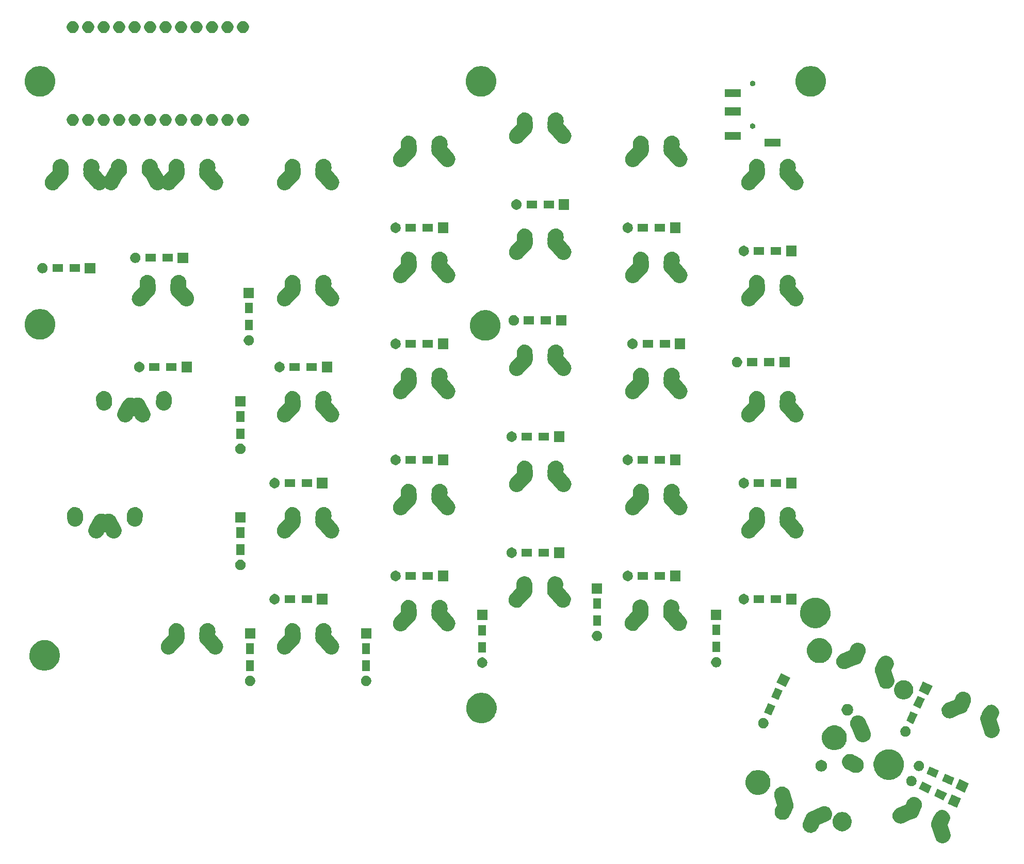
<source format=gbr>
G04 #@! TF.GenerationSoftware,KiCad,Pcbnew,(5.1.5)-3*
G04 #@! TF.CreationDate,2020-01-24T10:20:19+05:30*
G04 #@! TF.ProjectId,ergocape,6572676f-6361-4706-952e-6b696361645f,rev?*
G04 #@! TF.SameCoordinates,Original*
G04 #@! TF.FileFunction,Soldermask,Bot*
G04 #@! TF.FilePolarity,Negative*
%FSLAX46Y46*%
G04 Gerber Fmt 4.6, Leading zero omitted, Abs format (unit mm)*
G04 Created by KiCad (PCBNEW (5.1.5)-3) date 2020-01-24 10:20:19*
%MOMM*%
%LPD*%
G04 APERTURE LIST*
%ADD10C,0.100000*%
G04 APERTURE END LIST*
D10*
G36*
X188259250Y-154172153D02*
G01*
X188344666Y-154173376D01*
X188595276Y-154226965D01*
X188830614Y-154328416D01*
X188830615Y-154328417D01*
X188830618Y-154328418D01*
X188932533Y-154398646D01*
X189041639Y-154473829D01*
X189101622Y-154535555D01*
X189220240Y-154657618D01*
X189315961Y-154805412D01*
X189359554Y-154872719D01*
X189382389Y-154930161D01*
X189454227Y-155110865D01*
X189469588Y-155194317D01*
X189500621Y-155362904D01*
X189496953Y-155619153D01*
X189454312Y-155818563D01*
X189443363Y-155869766D01*
X189367338Y-156046123D01*
X189367336Y-156046128D01*
X189367334Y-156046131D01*
X189169527Y-156403791D01*
X189121639Y-156490378D01*
X189111939Y-156512880D01*
X189106815Y-156536843D01*
X189106464Y-156561344D01*
X189111421Y-156587201D01*
X189538868Y-157994097D01*
X189576420Y-158182450D01*
X189576531Y-158438725D01*
X189526644Y-158690098D01*
X189501654Y-158750503D01*
X189428676Y-158926905D01*
X189428002Y-158927914D01*
X189286390Y-159140053D01*
X189105256Y-159321345D01*
X188892233Y-159463817D01*
X188773871Y-159512904D01*
X188655510Y-159561992D01*
X188571733Y-159578694D01*
X188404181Y-159612098D01*
X188276044Y-159612154D01*
X188147908Y-159612210D01*
X188147906Y-159612210D01*
X187896534Y-159562323D01*
X187659726Y-159464354D01*
X187446580Y-159322069D01*
X187265287Y-159140934D01*
X187122815Y-158927912D01*
X187049240Y-158750503D01*
X186518455Y-157003479D01*
X186441859Y-156751373D01*
X186435805Y-156721008D01*
X186404306Y-156563016D01*
X186404237Y-156403791D01*
X186404194Y-156306744D01*
X186428290Y-156185330D01*
X186454082Y-156055370D01*
X186552051Y-155818561D01*
X186640093Y-155686672D01*
X186651634Y-155665058D01*
X186658363Y-155643418D01*
X186671110Y-155583807D01*
X186747140Y-155407437D01*
X187090366Y-154786839D01*
X187145300Y-154707119D01*
X187199344Y-154628690D01*
X187383132Y-154450089D01*
X187598230Y-154310777D01*
X187598233Y-154310775D01*
X187704817Y-154268404D01*
X187836379Y-154216102D01*
X187981539Y-154189382D01*
X188088418Y-154169708D01*
X188088422Y-154169708D01*
X188259250Y-154172153D01*
G37*
G36*
X169092180Y-153567416D02*
G01*
X169140371Y-153581485D01*
X169338183Y-153639235D01*
X169518628Y-153733270D01*
X169565450Y-153757670D01*
X169765245Y-153918165D01*
X169929890Y-154114555D01*
X170053057Y-154339291D01*
X170091624Y-154461797D01*
X170130013Y-154583738D01*
X170154565Y-154808821D01*
X170157802Y-154838502D01*
X170135355Y-155093791D01*
X170135354Y-155093794D01*
X170063536Y-155339795D01*
X169996114Y-155469171D01*
X169945101Y-155567062D01*
X169784606Y-155766856D01*
X169588216Y-155931501D01*
X169419792Y-156023806D01*
X168067295Y-156600694D01*
X168045810Y-156612470D01*
X168027032Y-156628213D01*
X168011686Y-156647316D01*
X167999690Y-156670754D01*
X167817301Y-157144534D01*
X167731064Y-157316145D01*
X167573532Y-157518285D01*
X167519560Y-157564905D01*
X167379591Y-157685808D01*
X167156701Y-157812273D01*
X167109023Y-157828059D01*
X166913412Y-157892828D01*
X166659086Y-157924371D01*
X166659081Y-157924371D01*
X166403499Y-157905692D01*
X166403496Y-157905691D01*
X166403493Y-157905691D01*
X166156457Y-157837506D01*
X166156456Y-157837506D01*
X166156454Y-157837505D01*
X165927468Y-157722437D01*
X165725329Y-157564906D01*
X165685059Y-157518285D01*
X165612133Y-157433859D01*
X165557805Y-157370964D01*
X165431340Y-157148074D01*
X165413600Y-157094495D01*
X165350785Y-156904785D01*
X165319242Y-156650459D01*
X165319242Y-156650454D01*
X165337921Y-156394872D01*
X165337922Y-156394869D01*
X165337922Y-156394866D01*
X165389022Y-156209729D01*
X165643807Y-155547890D01*
X165730043Y-155376280D01*
X165767508Y-155328206D01*
X165780603Y-155307497D01*
X165788903Y-155286402D01*
X165789201Y-155285382D01*
X165826895Y-155156267D01*
X165833344Y-155134178D01*
X165896577Y-155012839D01*
X165951777Y-154906913D01*
X166112272Y-154707118D01*
X166308662Y-154542473D01*
X166477086Y-154450168D01*
X168398930Y-153630431D01*
X168582126Y-153572758D01*
X168631100Y-153567416D01*
X168836887Y-153544969D01*
X168836890Y-153544969D01*
X169092180Y-153567416D01*
G37*
G36*
X172077826Y-154541023D02*
G01*
X172253754Y-154576017D01*
X172319391Y-154603205D01*
X172540384Y-154694743D01*
X172540385Y-154694744D01*
X172798347Y-154867108D01*
X173017726Y-155086487D01*
X173089775Y-155194317D01*
X173190091Y-155344450D01*
X173222919Y-155423705D01*
X173308817Y-155631080D01*
X173317473Y-155674596D01*
X173356294Y-155869762D01*
X173369343Y-155935367D01*
X173369343Y-156245615D01*
X173308817Y-156549902D01*
X173282900Y-156612470D01*
X173190091Y-156836532D01*
X173190090Y-156836533D01*
X173017726Y-157094495D01*
X172798347Y-157313874D01*
X172699726Y-157379770D01*
X172540384Y-157486239D01*
X172372480Y-157555787D01*
X172253754Y-157604965D01*
X172101610Y-157635228D01*
X171949468Y-157665491D01*
X171639218Y-157665491D01*
X171487076Y-157635228D01*
X171334932Y-157604965D01*
X171216206Y-157555787D01*
X171048302Y-157486239D01*
X170888960Y-157379770D01*
X170790339Y-157313874D01*
X170570960Y-157094495D01*
X170398596Y-156836533D01*
X170398595Y-156836532D01*
X170305786Y-156612470D01*
X170279869Y-156549902D01*
X170219343Y-156245615D01*
X170219343Y-155935367D01*
X170232393Y-155869762D01*
X170271213Y-155674596D01*
X170279869Y-155631080D01*
X170365767Y-155423705D01*
X170398595Y-155344450D01*
X170498911Y-155194317D01*
X170570960Y-155086487D01*
X170790339Y-154867108D01*
X171048301Y-154694744D01*
X171048302Y-154694743D01*
X171269295Y-154603205D01*
X171334932Y-154576017D01*
X171510860Y-154541023D01*
X171639218Y-154515491D01*
X171949468Y-154515491D01*
X172077826Y-154541023D01*
G37*
G36*
X183816507Y-152037309D02*
G01*
X184063543Y-152105494D01*
X184063544Y-152105494D01*
X184063546Y-152105495D01*
X184292532Y-152220563D01*
X184494671Y-152378094D01*
X184662195Y-152572036D01*
X184788660Y-152794926D01*
X184809365Y-152857459D01*
X184869215Y-153038215D01*
X184900758Y-153292541D01*
X184900758Y-153292546D01*
X184882079Y-153548130D01*
X184882078Y-153548133D01*
X184882078Y-153548135D01*
X184859364Y-153630430D01*
X184830979Y-153733270D01*
X184789280Y-153841587D01*
X184576193Y-154395110D01*
X184489956Y-154566721D01*
X184476694Y-154583738D01*
X184452494Y-154614791D01*
X184439398Y-154635502D01*
X184431098Y-154656598D01*
X184386658Y-154808821D01*
X184312145Y-154951804D01*
X184268223Y-155036088D01*
X184107728Y-155235882D01*
X183911338Y-155400527D01*
X183742914Y-155492832D01*
X182859204Y-155869766D01*
X181821066Y-156312570D01*
X181637873Y-156370242D01*
X181383112Y-156398031D01*
X181383109Y-156398031D01*
X181127821Y-156375584D01*
X180906361Y-156310929D01*
X180881815Y-156303763D01*
X180803956Y-156263189D01*
X180654550Y-156185330D01*
X180454755Y-156024835D01*
X180290110Y-155828445D01*
X180166943Y-155603709D01*
X180089987Y-155359262D01*
X180086600Y-155328208D01*
X180062198Y-155104501D01*
X180063139Y-155093794D01*
X180084645Y-154849210D01*
X180149025Y-154628691D01*
X180156466Y-154603204D01*
X180231263Y-154459674D01*
X180274899Y-154375939D01*
X180435394Y-154176144D01*
X180631784Y-154011499D01*
X180800208Y-153919194D01*
X182152705Y-153342305D01*
X182174190Y-153330529D01*
X182192968Y-153314786D01*
X182208314Y-153295682D01*
X182220314Y-153272237D01*
X182221089Y-153270223D01*
X182402699Y-152798466D01*
X182488935Y-152626856D01*
X182620774Y-152457685D01*
X182646467Y-152424716D01*
X182840407Y-152257194D01*
X182840408Y-152257193D01*
X182904967Y-152220563D01*
X183063301Y-152130726D01*
X183144126Y-152103965D01*
X183306588Y-152050172D01*
X183560913Y-152018629D01*
X183816507Y-152037309D01*
G37*
G36*
X162180020Y-150352209D02*
G01*
X162323465Y-150380677D01*
X162560274Y-150478646D01*
X162773420Y-150620931D01*
X162954713Y-150802065D01*
X163097185Y-151015088D01*
X163170760Y-151192496D01*
X163778142Y-153191629D01*
X163815694Y-153379982D01*
X163815805Y-153636257D01*
X163765918Y-153887630D01*
X163752190Y-153920813D01*
X163667950Y-154124437D01*
X163656312Y-154141871D01*
X163579906Y-154256330D01*
X163568366Y-154277941D01*
X163561638Y-154299579D01*
X163549923Y-154354362D01*
X163548889Y-154359198D01*
X163472864Y-154535555D01*
X163472862Y-154535560D01*
X163472860Y-154535563D01*
X163339244Y-154777158D01*
X163129630Y-155156167D01*
X163059068Y-155258566D01*
X163020656Y-155314310D01*
X162850503Y-155479660D01*
X162836864Y-155492914D01*
X162621768Y-155632225D01*
X162383622Y-155726898D01*
X162131577Y-155773293D01*
X161882092Y-155769721D01*
X161875334Y-155769624D01*
X161624724Y-155716035D01*
X161389386Y-155614584D01*
X161389385Y-155614583D01*
X161389382Y-155614582D01*
X161178364Y-155469173D01*
X161178361Y-155469171D01*
X161013011Y-155299018D01*
X160999757Y-155285379D01*
X160860446Y-155070283D01*
X160765773Y-154832137D01*
X160719378Y-154580092D01*
X160723047Y-154323851D01*
X160725843Y-154310777D01*
X160776636Y-154073239D01*
X160852666Y-153896869D01*
X161098365Y-153452613D01*
X161108061Y-153430120D01*
X161113185Y-153406157D01*
X161113536Y-153381656D01*
X161108578Y-153355795D01*
X160763669Y-152220563D01*
X160681133Y-151948905D01*
X160679041Y-151938411D01*
X160643580Y-151760548D01*
X160643479Y-151528332D01*
X160643468Y-151504276D01*
X160678992Y-151325281D01*
X160693356Y-151252902D01*
X160791325Y-151016093D01*
X160933610Y-150802947D01*
X161114744Y-150621654D01*
X161327767Y-150479182D01*
X161329059Y-150478646D01*
X161564487Y-150381008D01*
X161648155Y-150364328D01*
X161815819Y-150330901D01*
X161943984Y-150330845D01*
X162072091Y-150330789D01*
X162180020Y-150352209D01*
G37*
G36*
X191350516Y-152306591D02*
G01*
X190631220Y-153849127D01*
X189088684Y-153129831D01*
X189807980Y-151587295D01*
X191350516Y-152306591D01*
G37*
G36*
X189000223Y-151431308D02*
G01*
X188465838Y-152577301D01*
X188449974Y-152611320D01*
X188449974Y-152611321D01*
X186907439Y-151892024D01*
X187457688Y-150712011D01*
X189000223Y-151431308D01*
G37*
G36*
X158578686Y-147683473D02*
G01*
X158736824Y-147748976D01*
X158950835Y-147837622D01*
X159285760Y-148061412D01*
X159570589Y-148346241D01*
X159794379Y-148681166D01*
X159858229Y-148835315D01*
X159948528Y-149053315D01*
X160027112Y-149448383D01*
X160027112Y-149851195D01*
X159948528Y-150246263D01*
X159858229Y-150464263D01*
X159794379Y-150618412D01*
X159570589Y-150953337D01*
X159285760Y-151238166D01*
X158950835Y-151461956D01*
X158848665Y-151504276D01*
X158578686Y-151616105D01*
X158183618Y-151694689D01*
X157780806Y-151694689D01*
X157385738Y-151616105D01*
X157115759Y-151504276D01*
X157013589Y-151461956D01*
X156678664Y-151238166D01*
X156393835Y-150953337D01*
X156170045Y-150618412D01*
X156106195Y-150464263D01*
X156015896Y-150246263D01*
X155937312Y-149851195D01*
X155937312Y-149448383D01*
X156015896Y-149053315D01*
X156106195Y-148835315D01*
X156170045Y-148681166D01*
X156393835Y-148346241D01*
X156678664Y-148061412D01*
X157013589Y-147837622D01*
X157227600Y-147748976D01*
X157385738Y-147683473D01*
X157780806Y-147604889D01*
X158183618Y-147604889D01*
X158578686Y-147683473D01*
G37*
G36*
X186462561Y-150247976D02*
G01*
X185948620Y-151350127D01*
X185912312Y-151427988D01*
X185912312Y-151427989D01*
X184369777Y-150708692D01*
X184920026Y-149528679D01*
X186462561Y-150247976D01*
G37*
G36*
X192600516Y-149807591D02*
G01*
X191881220Y-151350127D01*
X190338684Y-150630831D01*
X191057980Y-149088295D01*
X192600516Y-149807591D01*
G37*
G36*
X183398628Y-148603492D02*
G01*
X183553500Y-148667642D01*
X183692881Y-148760774D01*
X183811415Y-148879308D01*
X183904547Y-149018689D01*
X183968697Y-149173561D01*
X184001400Y-149337973D01*
X184001400Y-149505605D01*
X183968697Y-149670017D01*
X183904547Y-149824889D01*
X183811415Y-149964270D01*
X183692881Y-150082804D01*
X183553500Y-150175936D01*
X183398628Y-150240086D01*
X183234216Y-150272789D01*
X183066584Y-150272789D01*
X182902172Y-150240086D01*
X182747300Y-150175936D01*
X182607919Y-150082804D01*
X182489385Y-149964270D01*
X182396253Y-149824889D01*
X182332103Y-149670017D01*
X182299400Y-149505605D01*
X182299400Y-149337973D01*
X182332103Y-149173561D01*
X182396253Y-149018689D01*
X182489385Y-148879308D01*
X182607919Y-148760774D01*
X182747300Y-148667642D01*
X182902172Y-148603492D01*
X183066584Y-148570789D01*
X183234216Y-148570789D01*
X183398628Y-148603492D01*
G37*
G36*
X190250223Y-148932308D02*
G01*
X189769012Y-149964269D01*
X189699974Y-150112320D01*
X189699974Y-150112321D01*
X188157439Y-149393024D01*
X188707688Y-148213011D01*
X190250223Y-148932308D01*
G37*
G36*
X179938921Y-144257056D02*
G01*
X180180515Y-144305112D01*
X180635668Y-144493643D01*
X180738769Y-144562533D01*
X181045294Y-144767346D01*
X181393654Y-145115706D01*
X181528079Y-145316888D01*
X181667357Y-145525332D01*
X181855888Y-145980485D01*
X181893315Y-146168642D01*
X181952000Y-146463672D01*
X181952000Y-146956328D01*
X181937409Y-147029680D01*
X181855888Y-147439515D01*
X181785000Y-147610653D01*
X181667358Y-147894666D01*
X181393654Y-148304294D01*
X181045294Y-148652654D01*
X180738769Y-148857467D01*
X180635668Y-148926357D01*
X180635667Y-148926358D01*
X180635666Y-148926358D01*
X180629314Y-148928989D01*
X180180515Y-149114888D01*
X179938921Y-149162944D01*
X179697328Y-149211000D01*
X179204672Y-149211000D01*
X178963079Y-149162944D01*
X178721485Y-149114888D01*
X178272686Y-148928989D01*
X178266334Y-148926358D01*
X178266333Y-148926358D01*
X178266332Y-148926357D01*
X178163231Y-148857467D01*
X177856706Y-148652654D01*
X177508346Y-148304294D01*
X177234642Y-147894666D01*
X177117000Y-147610653D01*
X177046112Y-147439515D01*
X176964591Y-147029680D01*
X176950000Y-146956328D01*
X176950000Y-146463672D01*
X177008685Y-146168642D01*
X177046112Y-145980485D01*
X177234643Y-145525332D01*
X177373921Y-145316888D01*
X177508346Y-145115706D01*
X177856706Y-144767346D01*
X178163231Y-144562533D01*
X178266332Y-144493643D01*
X178721485Y-144305112D01*
X178963079Y-144257056D01*
X179204672Y-144209000D01*
X179697328Y-144209000D01*
X179938921Y-144257056D01*
G37*
G36*
X187712561Y-147748976D02*
G01*
X187163539Y-148926358D01*
X187162312Y-148928988D01*
X187162312Y-148928989D01*
X185619777Y-148209692D01*
X186170026Y-147029679D01*
X187712561Y-147748976D01*
G37*
G36*
X173457172Y-145024239D02*
G01*
X173677992Y-145115706D01*
X173693940Y-145122312D01*
X173791659Y-145187606D01*
X173825632Y-145210306D01*
X173847243Y-145221857D01*
X173869037Y-145228629D01*
X173927101Y-145240997D01*
X173982181Y-145264690D01*
X174103532Y-145316889D01*
X174724400Y-145659627D01*
X174882635Y-145768480D01*
X175061381Y-145952129D01*
X175200864Y-146167120D01*
X175207731Y-146184354D01*
X175295724Y-146405189D01*
X175340182Y-146645649D01*
X175342316Y-146657193D01*
X175338850Y-146913444D01*
X175338849Y-146913448D01*
X175285459Y-147164095D01*
X175282481Y-147171017D01*
X175184193Y-147399514D01*
X175038945Y-147610653D01*
X174855297Y-147789399D01*
X174640306Y-147928882D01*
X174640303Y-147928883D01*
X174402237Y-148023742D01*
X174323591Y-148038282D01*
X174150232Y-148070335D01*
X173893981Y-148066868D01*
X173854313Y-148058418D01*
X173643330Y-148013477D01*
X173526468Y-147963208D01*
X173466900Y-147937585D01*
X172846031Y-147594847D01*
X172787089Y-147554299D01*
X172765640Y-147542459D01*
X172740633Y-147534688D01*
X172698198Y-147526247D01*
X172461432Y-147428175D01*
X172461431Y-147428175D01*
X172461430Y-147428174D01*
X172248346Y-147285796D01*
X172067132Y-147104582D01*
X171924754Y-146891498D01*
X171899023Y-146829379D01*
X171826681Y-146654730D01*
X171776685Y-146403382D01*
X171776685Y-146147104D01*
X171826681Y-145895756D01*
X171924753Y-145658990D01*
X171934889Y-145643821D01*
X172067132Y-145445904D01*
X172248346Y-145264690D01*
X172461430Y-145122312D01*
X172477378Y-145115706D01*
X172698198Y-145024239D01*
X172949546Y-144974243D01*
X173205824Y-144974243D01*
X173457172Y-145024239D01*
G37*
G36*
X168639494Y-146008590D02*
G01*
X168812565Y-146080278D01*
X168889917Y-146131963D01*
X168968326Y-146184354D01*
X169100789Y-146316817D01*
X169143212Y-146380308D01*
X169204865Y-146472578D01*
X169276553Y-146645649D01*
X169313099Y-146829377D01*
X169313099Y-147016711D01*
X169276553Y-147200439D01*
X169204865Y-147373510D01*
X169175180Y-147417936D01*
X169100789Y-147529271D01*
X168968326Y-147661734D01*
X168912094Y-147699307D01*
X168812565Y-147765810D01*
X168639494Y-147837498D01*
X168455766Y-147874044D01*
X168268432Y-147874044D01*
X168084704Y-147837498D01*
X167911633Y-147765810D01*
X167812104Y-147699307D01*
X167755872Y-147661734D01*
X167623409Y-147529271D01*
X167549018Y-147417936D01*
X167519333Y-147373510D01*
X167447645Y-147200439D01*
X167411099Y-147016711D01*
X167411099Y-146829377D01*
X167447645Y-146645649D01*
X167519333Y-146472578D01*
X167580986Y-146380308D01*
X167623409Y-146316817D01*
X167755872Y-146184354D01*
X167834281Y-146131963D01*
X167911633Y-146080278D01*
X168084704Y-146008590D01*
X168268432Y-145972044D01*
X168455766Y-145972044D01*
X168639494Y-146008590D01*
G37*
G36*
X184648628Y-146104492D02*
G01*
X184803500Y-146168642D01*
X184942881Y-146261774D01*
X185061415Y-146380308D01*
X185154547Y-146519689D01*
X185218697Y-146674561D01*
X185251400Y-146838973D01*
X185251400Y-147006605D01*
X185218697Y-147171017D01*
X185154547Y-147325889D01*
X185061415Y-147465270D01*
X184942881Y-147583804D01*
X184803500Y-147676936D01*
X184648628Y-147741086D01*
X184484216Y-147773789D01*
X184316584Y-147773789D01*
X184152172Y-147741086D01*
X183997300Y-147676936D01*
X183857919Y-147583804D01*
X183739385Y-147465270D01*
X183646253Y-147325889D01*
X183582103Y-147171017D01*
X183549400Y-147006605D01*
X183549400Y-146838973D01*
X183582103Y-146674561D01*
X183646253Y-146519689D01*
X183739385Y-146380308D01*
X183857919Y-146261774D01*
X183997300Y-146168642D01*
X184152172Y-146104492D01*
X184316584Y-146071789D01*
X184484216Y-146071789D01*
X184648628Y-146104492D01*
G37*
G36*
X171105474Y-140352684D02*
G01*
X171198143Y-140391069D01*
X171477623Y-140506833D01*
X171812548Y-140730623D01*
X172097377Y-141015452D01*
X172321167Y-141350377D01*
X172372890Y-141475248D01*
X172475316Y-141722526D01*
X172553900Y-142117594D01*
X172553900Y-142520406D01*
X172475316Y-142915474D01*
X172385017Y-143133474D01*
X172321167Y-143287623D01*
X172097377Y-143622548D01*
X171812548Y-143907377D01*
X171477623Y-144131167D01*
X171323474Y-144195017D01*
X171105474Y-144285316D01*
X170710406Y-144363900D01*
X170307594Y-144363900D01*
X169912526Y-144285316D01*
X169694526Y-144195017D01*
X169540377Y-144131167D01*
X169205452Y-143907377D01*
X168920623Y-143622548D01*
X168696833Y-143287623D01*
X168632983Y-143133474D01*
X168542684Y-142915474D01*
X168464100Y-142520406D01*
X168464100Y-142117594D01*
X168542684Y-141722526D01*
X168645110Y-141475248D01*
X168696833Y-141350377D01*
X168920623Y-141015452D01*
X169205452Y-140730623D01*
X169540377Y-140506833D01*
X169819857Y-140391069D01*
X169912526Y-140352684D01*
X170307594Y-140274100D01*
X170710406Y-140274100D01*
X171105474Y-140352684D01*
G37*
G36*
X174662790Y-138654645D02*
G01*
X174836097Y-138705242D01*
X174908796Y-138726466D01*
X174928900Y-138736943D01*
X175136061Y-138844899D01*
X175335856Y-139005394D01*
X175500501Y-139201784D01*
X175592806Y-139370208D01*
X176298794Y-141025372D01*
X176335336Y-141111044D01*
X176342056Y-141123459D01*
X176389669Y-141238407D01*
X176390176Y-141239613D01*
X176412543Y-141292051D01*
X176412966Y-141293396D01*
X176416712Y-141303695D01*
X176441781Y-141364217D01*
X176451643Y-141413797D01*
X176455010Y-141426948D01*
X176470216Y-141475248D01*
X176477331Y-141540480D01*
X176478996Y-141551312D01*
X176491777Y-141615566D01*
X176491777Y-141666117D01*
X176492514Y-141679671D01*
X176497189Y-141722526D01*
X176498005Y-141730012D01*
X176492256Y-141795390D01*
X176491777Y-141806327D01*
X176491777Y-141871843D01*
X176481914Y-141921427D01*
X176479994Y-141934848D01*
X176475558Y-141985302D01*
X176457168Y-142048291D01*
X176454564Y-142058925D01*
X176441781Y-142123189D01*
X176422432Y-142169902D01*
X176417926Y-142182708D01*
X176403739Y-142231306D01*
X176373420Y-142289484D01*
X176368786Y-142299416D01*
X176343709Y-142359957D01*
X176315611Y-142402009D01*
X176308694Y-142413688D01*
X176285304Y-142458572D01*
X176244231Y-142509702D01*
X176237749Y-142518539D01*
X176201332Y-142573041D01*
X176165562Y-142608811D01*
X176156499Y-142618917D01*
X176124809Y-142658367D01*
X176074558Y-142700495D01*
X176066476Y-142707897D01*
X176020116Y-142754257D01*
X175978048Y-142782366D01*
X175967196Y-142790503D01*
X175928419Y-142823012D01*
X175870917Y-142854526D01*
X175861560Y-142860200D01*
X175807033Y-142896634D01*
X175807029Y-142896637D01*
X175760284Y-142915999D01*
X175748056Y-142921860D01*
X175703683Y-142946179D01*
X175648617Y-142963515D01*
X175641158Y-142965863D01*
X175630859Y-142969609D01*
X175570265Y-142994708D01*
X175520620Y-143004583D01*
X175507472Y-143007950D01*
X175459238Y-143023135D01*
X175430983Y-143026217D01*
X175394081Y-143030242D01*
X175383255Y-143031906D01*
X175318916Y-143044704D01*
X175268294Y-143044704D01*
X175254740Y-143045441D01*
X175204475Y-143050924D01*
X175204472Y-143050924D01*
X175139185Y-143045183D01*
X175128248Y-143044704D01*
X175062640Y-143044704D01*
X175012978Y-143034826D01*
X174999559Y-143032906D01*
X174949183Y-143028477D01*
X174886295Y-143010117D01*
X174875651Y-143007510D01*
X174811290Y-142994708D01*
X174764505Y-142975329D01*
X174751700Y-142970823D01*
X174703176Y-142956657D01*
X174645086Y-142926385D01*
X174635156Y-142921751D01*
X174574519Y-142896634D01*
X174532404Y-142868493D01*
X174520730Y-142861579D01*
X174475912Y-142838223D01*
X174424846Y-142797201D01*
X174416026Y-142790732D01*
X174361440Y-142754259D01*
X174325610Y-142718429D01*
X174315513Y-142709374D01*
X174276118Y-142677728D01*
X174234045Y-142627543D01*
X174226654Y-142619473D01*
X174180222Y-142573041D01*
X174152072Y-142530911D01*
X174143939Y-142520064D01*
X174111473Y-142481338D01*
X174080000Y-142423910D01*
X174074325Y-142414555D01*
X174037846Y-142359960D01*
X173991395Y-142247816D01*
X173990983Y-142246835D01*
X173423952Y-140917450D01*
X173199430Y-140391066D01*
X173141758Y-140207873D01*
X173113969Y-139953112D01*
X173115122Y-139940000D01*
X173136416Y-139697821D01*
X173191104Y-139510500D01*
X173208237Y-139451815D01*
X173275777Y-139322211D01*
X173326670Y-139224550D01*
X173487165Y-139024755D01*
X173683555Y-138860110D01*
X173908291Y-138736943D01*
X174152738Y-138659987D01*
X174201712Y-138654645D01*
X174407499Y-138632198D01*
X174407502Y-138632198D01*
X174662790Y-138654645D01*
G37*
G36*
X196309250Y-136907153D02*
G01*
X196394666Y-136908376D01*
X196645276Y-136961965D01*
X196880614Y-137063416D01*
X196880615Y-137063417D01*
X196880618Y-137063418D01*
X196982533Y-137133646D01*
X197091639Y-137208829D01*
X197154039Y-137273042D01*
X197270240Y-137392618D01*
X197368169Y-137543821D01*
X197409554Y-137607719D01*
X197432389Y-137665161D01*
X197504227Y-137845865D01*
X197519588Y-137929317D01*
X197550621Y-138097904D01*
X197546953Y-138354153D01*
X197504312Y-138553563D01*
X197493363Y-138604766D01*
X197417338Y-138781123D01*
X197417336Y-138781128D01*
X197417334Y-138781131D01*
X197177934Y-139213996D01*
X197171639Y-139225378D01*
X197161939Y-139247880D01*
X197156815Y-139271843D01*
X197156464Y-139296344D01*
X197161421Y-139322201D01*
X197588868Y-140729097D01*
X197626420Y-140917450D01*
X197626531Y-141173725D01*
X197576644Y-141425098D01*
X197551654Y-141485503D01*
X197478676Y-141661905D01*
X197433213Y-141730009D01*
X197336390Y-141875053D01*
X197155256Y-142056345D01*
X196942233Y-142198817D01*
X196863894Y-142231306D01*
X196705510Y-142296992D01*
X196625645Y-142312914D01*
X196454181Y-142347098D01*
X196326042Y-142347154D01*
X196197908Y-142347210D01*
X196197906Y-142347210D01*
X195946534Y-142297323D01*
X195709726Y-142199354D01*
X195496580Y-142057069D01*
X195315287Y-141875934D01*
X195208406Y-141716127D01*
X195172816Y-141662914D01*
X195172398Y-141661905D01*
X195099240Y-141485503D01*
X194598055Y-139835904D01*
X194491859Y-139486373D01*
X194489767Y-139475880D01*
X194454306Y-139298016D01*
X194454237Y-139138791D01*
X194454194Y-139041744D01*
X194478290Y-138920330D01*
X194504082Y-138790370D01*
X194597962Y-138563445D01*
X194602050Y-138553563D01*
X194668749Y-138453647D01*
X194690093Y-138421672D01*
X194701634Y-138400058D01*
X194708363Y-138378418D01*
X194721110Y-138318807D01*
X194797140Y-138142437D01*
X195140366Y-137521839D01*
X195198441Y-137437561D01*
X195249344Y-137363690D01*
X195433132Y-137185089D01*
X195648230Y-137045777D01*
X195648233Y-137045775D01*
X195754615Y-137003484D01*
X195886379Y-136951102D01*
X196031539Y-136924382D01*
X196138418Y-136904708D01*
X196138422Y-136904708D01*
X196309250Y-136907153D01*
G37*
G36*
X182437017Y-140455303D02*
G01*
X182591889Y-140519453D01*
X182731270Y-140612585D01*
X182849804Y-140731119D01*
X182942936Y-140870500D01*
X183007086Y-141025372D01*
X183039789Y-141189784D01*
X183039789Y-141357416D01*
X183007086Y-141521828D01*
X182942936Y-141676700D01*
X182849804Y-141816081D01*
X182731270Y-141934615D01*
X182591889Y-142027747D01*
X182437017Y-142091897D01*
X182272605Y-142124600D01*
X182104973Y-142124600D01*
X181940561Y-142091897D01*
X181785689Y-142027747D01*
X181646308Y-141934615D01*
X181527774Y-141816081D01*
X181434642Y-141676700D01*
X181370492Y-141521828D01*
X181337789Y-141357416D01*
X181337789Y-141189784D01*
X181370492Y-141025372D01*
X181434642Y-140870500D01*
X181527774Y-140731119D01*
X181646308Y-140612585D01*
X181785689Y-140519453D01*
X181940561Y-140455303D01*
X182104973Y-140422600D01*
X182272605Y-140422600D01*
X182437017Y-140455303D01*
G37*
G36*
X159103017Y-139095303D02*
G01*
X159257889Y-139159453D01*
X159397270Y-139252585D01*
X159515804Y-139371119D01*
X159608936Y-139510500D01*
X159673086Y-139665372D01*
X159705789Y-139829784D01*
X159705789Y-139997416D01*
X159673086Y-140161828D01*
X159608936Y-140316700D01*
X159515804Y-140456081D01*
X159397270Y-140574615D01*
X159257889Y-140667747D01*
X159103017Y-140731897D01*
X158938605Y-140764600D01*
X158770973Y-140764600D01*
X158606561Y-140731897D01*
X158451689Y-140667747D01*
X158312308Y-140574615D01*
X158193774Y-140456081D01*
X158100642Y-140316700D01*
X158036492Y-140161828D01*
X158003789Y-139997416D01*
X158003789Y-139829784D01*
X158036492Y-139665372D01*
X158100642Y-139510500D01*
X158193774Y-139371119D01*
X158312308Y-139252585D01*
X158451689Y-139159453D01*
X158606561Y-139095303D01*
X158770973Y-139062600D01*
X158938605Y-139062600D01*
X159103017Y-139095303D01*
G37*
G36*
X184194989Y-138511688D02*
G01*
X183475692Y-140054223D01*
X182295679Y-139503974D01*
X183014976Y-137961439D01*
X184194989Y-138511688D01*
G37*
G36*
X113073921Y-134986056D02*
G01*
X113315515Y-135034112D01*
X113770668Y-135222643D01*
X113802842Y-135244141D01*
X114180294Y-135496346D01*
X114528654Y-135844706D01*
X114676203Y-136065529D01*
X114802357Y-136254332D01*
X114990888Y-136709485D01*
X115011915Y-136815193D01*
X115087000Y-137192672D01*
X115087000Y-137685328D01*
X115044131Y-137900842D01*
X114990888Y-138168515D01*
X114891029Y-138409596D01*
X114810187Y-138604766D01*
X114802357Y-138623668D01*
X114747851Y-138705242D01*
X114528654Y-139033294D01*
X114180294Y-139381654D01*
X113913562Y-139559878D01*
X113770668Y-139655357D01*
X113770667Y-139655358D01*
X113770666Y-139655358D01*
X113668151Y-139697821D01*
X113315515Y-139843888D01*
X113233750Y-139860152D01*
X112832328Y-139940000D01*
X112339672Y-139940000D01*
X111938250Y-139860152D01*
X111856485Y-139843888D01*
X111503849Y-139697821D01*
X111401334Y-139655358D01*
X111401333Y-139655358D01*
X111401332Y-139655357D01*
X111258438Y-139559878D01*
X110991706Y-139381654D01*
X110643346Y-139033294D01*
X110424149Y-138705242D01*
X110369643Y-138623668D01*
X110361814Y-138604766D01*
X110280971Y-138409596D01*
X110181112Y-138168515D01*
X110127869Y-137900842D01*
X110085000Y-137685328D01*
X110085000Y-137192672D01*
X110160085Y-136815193D01*
X110181112Y-136709485D01*
X110369643Y-136254332D01*
X110495797Y-136065529D01*
X110643346Y-135844706D01*
X110991706Y-135496346D01*
X111369158Y-135244141D01*
X111401332Y-135222643D01*
X111856485Y-135034112D01*
X112098079Y-134986056D01*
X112339672Y-134938000D01*
X112832328Y-134938000D01*
X113073921Y-134986056D01*
G37*
G36*
X191866507Y-134772309D02*
G01*
X192113543Y-134840494D01*
X192113544Y-134840494D01*
X192113546Y-134840495D01*
X192342532Y-134955563D01*
X192544671Y-135113094D01*
X192712195Y-135307036D01*
X192838660Y-135529926D01*
X192849502Y-135562671D01*
X192919215Y-135773215D01*
X192950758Y-136027541D01*
X192950758Y-136027546D01*
X192932079Y-136283130D01*
X192880979Y-136468270D01*
X192829713Y-136601439D01*
X192626193Y-137130110D01*
X192541918Y-137297817D01*
X192539955Y-137301722D01*
X192502494Y-137349791D01*
X192489398Y-137370502D01*
X192481098Y-137391598D01*
X192436658Y-137543821D01*
X192352376Y-137705551D01*
X192318223Y-137771088D01*
X192157728Y-137970882D01*
X191961338Y-138135527D01*
X191792914Y-138227832D01*
X190909204Y-138604766D01*
X189871066Y-139047570D01*
X189687873Y-139105242D01*
X189433112Y-139133031D01*
X189433109Y-139133031D01*
X189177821Y-139110584D01*
X188961975Y-139047568D01*
X188931815Y-139038763D01*
X188853956Y-138998189D01*
X188704550Y-138920330D01*
X188504755Y-138759835D01*
X188340110Y-138563445D01*
X188216943Y-138338709D01*
X188139987Y-138094262D01*
X188121995Y-137929317D01*
X188112198Y-137839501D01*
X188112198Y-137839498D01*
X188134645Y-137584210D01*
X188199025Y-137363691D01*
X188206466Y-137338204D01*
X188282306Y-137192673D01*
X188324899Y-137110939D01*
X188485394Y-136911144D01*
X188681784Y-136746499D01*
X188850208Y-136654194D01*
X190202705Y-136077305D01*
X190224190Y-136065529D01*
X190242968Y-136049786D01*
X190258314Y-136030682D01*
X190270314Y-136007237D01*
X190286204Y-135965960D01*
X190452699Y-135533466D01*
X190538935Y-135361856D01*
X190647428Y-135222642D01*
X190696467Y-135159716D01*
X190890407Y-134992194D01*
X190890408Y-134992193D01*
X190954967Y-134955563D01*
X191113301Y-134865726D01*
X191194126Y-134838965D01*
X191356588Y-134785172D01*
X191610913Y-134753629D01*
X191866507Y-134772309D01*
G37*
G36*
X160860989Y-137151688D02*
G01*
X160141692Y-138694223D01*
X158961679Y-138143974D01*
X159680976Y-136601439D01*
X160860989Y-137151688D01*
G37*
G36*
X172933296Y-136800502D02*
G01*
X173106367Y-136872190D01*
X173160523Y-136908376D01*
X173262128Y-136976266D01*
X173394591Y-137108729D01*
X173408877Y-137130110D01*
X173498667Y-137264490D01*
X173570355Y-137437561D01*
X173606901Y-137621289D01*
X173606901Y-137808623D01*
X173570355Y-137992351D01*
X173498667Y-138165422D01*
X173498666Y-138165423D01*
X173394591Y-138321183D01*
X173262128Y-138453646D01*
X173199076Y-138495776D01*
X173106367Y-138557722D01*
X172933296Y-138629410D01*
X172749568Y-138665956D01*
X172562234Y-138665956D01*
X172378506Y-138629410D01*
X172205435Y-138557722D01*
X172112726Y-138495776D01*
X172049674Y-138453646D01*
X171917211Y-138321183D01*
X171813136Y-138165423D01*
X171813135Y-138165422D01*
X171741447Y-137992351D01*
X171704901Y-137808623D01*
X171704901Y-137621289D01*
X171741447Y-137437561D01*
X171813135Y-137264490D01*
X171902925Y-137130110D01*
X171917211Y-137108729D01*
X172049674Y-136976266D01*
X172151279Y-136908376D01*
X172205435Y-136872190D01*
X172378506Y-136800502D01*
X172562234Y-136763956D01*
X172749568Y-136763956D01*
X172933296Y-136800502D01*
G37*
G36*
X185378321Y-135974026D02*
G01*
X184659024Y-137516561D01*
X183479011Y-136966312D01*
X184198308Y-135423777D01*
X185378321Y-135974026D01*
G37*
G36*
X162044321Y-134614026D02*
G01*
X161325024Y-136156561D01*
X160145011Y-135606312D01*
X160864308Y-134063777D01*
X162044321Y-134614026D01*
G37*
G36*
X182184177Y-132905184D02*
G01*
X182344188Y-132937012D01*
X182462914Y-132986190D01*
X182630818Y-133055738D01*
X182657378Y-133073485D01*
X182888781Y-133228103D01*
X183108160Y-133447482D01*
X183164285Y-133531480D01*
X183280525Y-133705445D01*
X183322712Y-133807295D01*
X183399251Y-133992075D01*
X183407621Y-134034154D01*
X183459777Y-134296361D01*
X183459777Y-134606611D01*
X183457905Y-134616020D01*
X183399251Y-134910897D01*
X183358406Y-135009506D01*
X183280525Y-135197527D01*
X183263743Y-135222643D01*
X183108160Y-135455490D01*
X182888781Y-135674869D01*
X182777843Y-135748995D01*
X182630818Y-135847234D01*
X182462914Y-135916782D01*
X182344188Y-135965960D01*
X182039902Y-136026486D01*
X181729652Y-136026486D01*
X181425366Y-135965960D01*
X181306640Y-135916782D01*
X181138736Y-135847234D01*
X180991711Y-135748995D01*
X180880773Y-135674869D01*
X180661394Y-135455490D01*
X180505811Y-135222643D01*
X180489029Y-135197527D01*
X180411148Y-135009506D01*
X180370303Y-134910897D01*
X180311649Y-134616020D01*
X180309777Y-134606611D01*
X180309777Y-134296361D01*
X180361933Y-134034154D01*
X180370303Y-133992075D01*
X180446842Y-133807295D01*
X180489029Y-133705445D01*
X180605269Y-133531480D01*
X180661394Y-133447482D01*
X180880773Y-133228103D01*
X181112176Y-133073485D01*
X181138736Y-133055738D01*
X181306640Y-132986190D01*
X181425366Y-132937012D01*
X181585377Y-132905184D01*
X181729652Y-132876486D01*
X182039902Y-132876486D01*
X182184177Y-132905184D01*
G37*
G36*
X186616127Y-133792780D02*
G01*
X185896831Y-135335316D01*
X184354295Y-134616020D01*
X185073591Y-133073484D01*
X186616127Y-133792780D01*
G37*
G36*
X179032250Y-128844153D02*
G01*
X179117666Y-128845376D01*
X179368276Y-128898965D01*
X179603614Y-129000416D01*
X179603615Y-129000417D01*
X179603618Y-129000418D01*
X179705533Y-129070646D01*
X179814639Y-129145829D01*
X179877039Y-129210042D01*
X179993240Y-129329618D01*
X180091169Y-129480821D01*
X180132554Y-129544719D01*
X180155389Y-129602161D01*
X180227227Y-129782865D01*
X180250239Y-129907881D01*
X180273621Y-130034904D01*
X180269953Y-130291153D01*
X180227312Y-130490563D01*
X180216363Y-130541766D01*
X180140338Y-130718123D01*
X180140336Y-130718128D01*
X180140334Y-130718131D01*
X179942527Y-131075791D01*
X179894639Y-131162378D01*
X179884939Y-131184880D01*
X179879815Y-131208843D01*
X179879464Y-131233344D01*
X179884421Y-131259201D01*
X180311868Y-132666097D01*
X180349420Y-132854450D01*
X180349531Y-133110725D01*
X180299644Y-133362098D01*
X180287233Y-133392097D01*
X180201676Y-133598905D01*
X180165480Y-133653127D01*
X180059390Y-133812053D01*
X179878256Y-133993345D01*
X179665233Y-134135817D01*
X179546871Y-134184904D01*
X179428510Y-134233992D01*
X179344733Y-134250694D01*
X179177181Y-134284098D01*
X179049045Y-134284154D01*
X178920908Y-134284210D01*
X178920906Y-134284210D01*
X178669534Y-134234323D01*
X178432726Y-134136354D01*
X178219580Y-133994069D01*
X178038287Y-133812934D01*
X177931406Y-133653127D01*
X177895816Y-133599914D01*
X177895398Y-133598905D01*
X177822240Y-133422503D01*
X177291455Y-131675479D01*
X177214859Y-131423373D01*
X177212767Y-131412880D01*
X177177306Y-131235016D01*
X177177237Y-131075791D01*
X177177194Y-130978744D01*
X177201290Y-130857330D01*
X177227082Y-130727370D01*
X177325051Y-130490561D01*
X177413093Y-130358672D01*
X177424634Y-130337058D01*
X177431363Y-130315418D01*
X177444110Y-130255807D01*
X177520140Y-130079437D01*
X177863366Y-129458839D01*
X177926982Y-129366520D01*
X177972344Y-129300690D01*
X178156132Y-129122089D01*
X178371230Y-128982777D01*
X178371233Y-128982775D01*
X178477615Y-128940484D01*
X178609379Y-128888102D01*
X178754539Y-128861382D01*
X178861418Y-128841708D01*
X178861422Y-128841708D01*
X179032250Y-128844153D01*
G37*
G36*
X163282127Y-132432780D02*
G01*
X162562831Y-133975316D01*
X161020295Y-133256020D01*
X161739591Y-131713484D01*
X163282127Y-132432780D01*
G37*
G36*
X74860728Y-132170703D02*
G01*
X75015600Y-132234853D01*
X75154981Y-132327985D01*
X75273515Y-132446519D01*
X75366647Y-132585900D01*
X75430797Y-132740772D01*
X75463500Y-132905184D01*
X75463500Y-133072816D01*
X75430797Y-133237228D01*
X75366647Y-133392100D01*
X75273515Y-133531481D01*
X75154981Y-133650015D01*
X75015600Y-133743147D01*
X74860728Y-133807297D01*
X74696316Y-133840000D01*
X74528684Y-133840000D01*
X74364272Y-133807297D01*
X74209400Y-133743147D01*
X74070019Y-133650015D01*
X73951485Y-133531481D01*
X73858353Y-133392100D01*
X73794203Y-133237228D01*
X73761500Y-133072816D01*
X73761500Y-132905184D01*
X73794203Y-132740772D01*
X73858353Y-132585900D01*
X73951485Y-132446519D01*
X74070019Y-132327985D01*
X74209400Y-132234853D01*
X74364272Y-132170703D01*
X74528684Y-132138000D01*
X74696316Y-132138000D01*
X74860728Y-132170703D01*
G37*
G36*
X93910728Y-132170703D02*
G01*
X94065600Y-132234853D01*
X94204981Y-132327985D01*
X94323515Y-132446519D01*
X94416647Y-132585900D01*
X94480797Y-132740772D01*
X94513500Y-132905184D01*
X94513500Y-133072816D01*
X94480797Y-133237228D01*
X94416647Y-133392100D01*
X94323515Y-133531481D01*
X94204981Y-133650015D01*
X94065600Y-133743147D01*
X93910728Y-133807297D01*
X93746316Y-133840000D01*
X93578684Y-133840000D01*
X93414272Y-133807297D01*
X93259400Y-133743147D01*
X93120019Y-133650015D01*
X93001485Y-133531481D01*
X92908353Y-133392100D01*
X92844203Y-133237228D01*
X92811500Y-133072816D01*
X92811500Y-132905184D01*
X92844203Y-132740772D01*
X92908353Y-132585900D01*
X93001485Y-132446519D01*
X93120019Y-132327985D01*
X93259400Y-132234853D01*
X93414272Y-132170703D01*
X93578684Y-132138000D01*
X93746316Y-132138000D01*
X93910728Y-132170703D01*
G37*
G36*
X75263500Y-131340000D02*
G01*
X73961500Y-131340000D01*
X73961500Y-129638000D01*
X75263500Y-129638000D01*
X75263500Y-131340000D01*
G37*
G36*
X94313500Y-131340000D02*
G01*
X93011500Y-131340000D01*
X93011500Y-129638000D01*
X94313500Y-129638000D01*
X94313500Y-131340000D01*
G37*
G36*
X41293108Y-126332390D02*
G01*
X41623515Y-126398112D01*
X42078668Y-126586643D01*
X42165392Y-126644590D01*
X42488294Y-126860346D01*
X42836654Y-127208706D01*
X42916051Y-127327533D01*
X43110357Y-127618332D01*
X43298888Y-128073485D01*
X43335988Y-128260000D01*
X43395000Y-128556672D01*
X43395000Y-129049328D01*
X43352106Y-129264968D01*
X43298888Y-129532515D01*
X43226163Y-129708088D01*
X43114735Y-129977100D01*
X43110357Y-129987668D01*
X43064910Y-130055684D01*
X42836654Y-130397294D01*
X42488294Y-130745654D01*
X42181769Y-130950467D01*
X42078668Y-131019357D01*
X41623515Y-131207888D01*
X41487153Y-131235012D01*
X41140328Y-131304000D01*
X40647672Y-131304000D01*
X40300847Y-131235012D01*
X40164485Y-131207888D01*
X39709332Y-131019357D01*
X39606231Y-130950467D01*
X39299706Y-130745654D01*
X38951346Y-130397294D01*
X38723090Y-130055684D01*
X38677643Y-129987668D01*
X38673266Y-129977100D01*
X38561837Y-129708088D01*
X38489112Y-129532515D01*
X38435894Y-129264968D01*
X38393000Y-129049328D01*
X38393000Y-128556672D01*
X38452012Y-128260000D01*
X38489112Y-128073485D01*
X38677643Y-127618332D01*
X38871949Y-127327533D01*
X38951346Y-127208706D01*
X39299706Y-126860346D01*
X39622608Y-126644590D01*
X39709332Y-126586643D01*
X40164485Y-126398112D01*
X40494892Y-126332390D01*
X40647672Y-126302000D01*
X41140328Y-126302000D01*
X41293108Y-126332390D01*
G37*
G36*
X174589507Y-126709309D02*
G01*
X174836543Y-126777494D01*
X174836544Y-126777494D01*
X174836546Y-126777495D01*
X175065532Y-126892563D01*
X175267671Y-127050094D01*
X175435195Y-127244036D01*
X175561660Y-127466926D01*
X175572502Y-127499671D01*
X175642215Y-127710215D01*
X175673758Y-127964541D01*
X175673758Y-127964546D01*
X175655079Y-128220130D01*
X175655078Y-128220133D01*
X175655078Y-128220135D01*
X175631911Y-128304071D01*
X175603979Y-128405270D01*
X175559056Y-128521964D01*
X175349193Y-129067110D01*
X175264918Y-129234817D01*
X175262955Y-129238722D01*
X175225494Y-129286791D01*
X175212398Y-129307502D01*
X175204098Y-129328598D01*
X175159658Y-129480821D01*
X175077747Y-129638000D01*
X175041223Y-129708088D01*
X174880728Y-129907882D01*
X174684338Y-130072527D01*
X174515914Y-130164832D01*
X173632204Y-130541766D01*
X172594066Y-130984570D01*
X172410873Y-131042242D01*
X172156112Y-131070031D01*
X172156109Y-131070031D01*
X171900821Y-131047584D01*
X171684975Y-130984568D01*
X171654815Y-130975763D01*
X171576956Y-130935189D01*
X171427550Y-130857330D01*
X171227755Y-130696835D01*
X171063110Y-130500445D01*
X170939943Y-130275709D01*
X170862987Y-130031262D01*
X170849529Y-129907881D01*
X170835198Y-129776501D01*
X170835198Y-129776498D01*
X170857645Y-129521210D01*
X170922025Y-129300691D01*
X170929466Y-129275204D01*
X170992184Y-129154853D01*
X171047899Y-129047939D01*
X171208394Y-128848144D01*
X171404784Y-128683499D01*
X171573208Y-128591194D01*
X172925705Y-128014305D01*
X172947190Y-128002529D01*
X172965968Y-127986786D01*
X172981314Y-127967682D01*
X172993314Y-127944237D01*
X173007315Y-127907867D01*
X173175699Y-127470466D01*
X173261935Y-127298856D01*
X173371960Y-127157676D01*
X173419467Y-127096716D01*
X173613407Y-126929194D01*
X173613408Y-126929193D01*
X173734747Y-126860347D01*
X173836301Y-126802726D01*
X173917126Y-126775965D01*
X174079588Y-126722172D01*
X174333913Y-126690629D01*
X174589507Y-126709309D01*
G37*
G36*
X112960228Y-129154703D02*
G01*
X113115100Y-129218853D01*
X113254481Y-129311985D01*
X113373015Y-129430519D01*
X113466147Y-129569900D01*
X113530297Y-129724772D01*
X113563000Y-129889184D01*
X113563000Y-130056816D01*
X113530297Y-130221228D01*
X113466147Y-130376100D01*
X113373015Y-130515481D01*
X113254481Y-130634015D01*
X113115100Y-130727147D01*
X112960228Y-130791297D01*
X112795816Y-130824000D01*
X112628184Y-130824000D01*
X112463772Y-130791297D01*
X112308900Y-130727147D01*
X112169519Y-130634015D01*
X112050985Y-130515481D01*
X111957853Y-130376100D01*
X111893703Y-130221228D01*
X111861000Y-130056816D01*
X111861000Y-129889184D01*
X111893703Y-129724772D01*
X111957853Y-129569900D01*
X112050985Y-129430519D01*
X112169519Y-129311985D01*
X112308900Y-129218853D01*
X112463772Y-129154703D01*
X112628184Y-129122000D01*
X112795816Y-129122000D01*
X112960228Y-129154703D01*
G37*
G36*
X151378228Y-129090703D02*
G01*
X151533100Y-129154853D01*
X151672481Y-129247985D01*
X151791015Y-129366519D01*
X151884147Y-129505900D01*
X151948297Y-129660772D01*
X151981000Y-129825184D01*
X151981000Y-129992816D01*
X151948297Y-130157228D01*
X151884147Y-130312100D01*
X151791015Y-130451481D01*
X151672481Y-130570015D01*
X151533100Y-130663147D01*
X151378228Y-130727297D01*
X151213816Y-130760000D01*
X151046184Y-130760000D01*
X150881772Y-130727297D01*
X150726900Y-130663147D01*
X150587519Y-130570015D01*
X150468985Y-130451481D01*
X150375853Y-130312100D01*
X150311703Y-130157228D01*
X150279000Y-129992816D01*
X150279000Y-129825184D01*
X150311703Y-129660772D01*
X150375853Y-129505900D01*
X150468985Y-129366519D01*
X150587519Y-129247985D01*
X150726900Y-129154853D01*
X150881772Y-129090703D01*
X151046184Y-129058000D01*
X151213816Y-129058000D01*
X151378228Y-129090703D01*
G37*
G36*
X168669120Y-126044468D02*
G01*
X168884014Y-126133480D01*
X169041269Y-126198617D01*
X169376194Y-126422407D01*
X169661023Y-126707236D01*
X169884813Y-127042161D01*
X169884813Y-127042162D01*
X170038962Y-127414310D01*
X170117546Y-127809378D01*
X170117546Y-128212190D01*
X170038962Y-128607258D01*
X170007382Y-128683499D01*
X169884813Y-128979407D01*
X169661023Y-129314332D01*
X169376194Y-129599161D01*
X169041269Y-129822951D01*
X168887120Y-129886801D01*
X168669120Y-129977100D01*
X168274052Y-130055684D01*
X167871240Y-130055684D01*
X167476172Y-129977100D01*
X167258172Y-129886801D01*
X167104023Y-129822951D01*
X166769098Y-129599161D01*
X166484269Y-129314332D01*
X166260479Y-128979407D01*
X166137910Y-128683499D01*
X166106330Y-128607258D01*
X166027746Y-128212190D01*
X166027746Y-127809378D01*
X166106330Y-127414310D01*
X166260479Y-127042162D01*
X166260479Y-127042161D01*
X166484269Y-126707236D01*
X166769098Y-126422407D01*
X167104023Y-126198617D01*
X167261278Y-126133480D01*
X167476172Y-126044468D01*
X167871240Y-125965884D01*
X168274052Y-125965884D01*
X168669120Y-126044468D01*
G37*
G36*
X67893808Y-123528539D02*
G01*
X67970146Y-123541409D01*
X68209687Y-123632498D01*
X68400410Y-123752000D01*
X68426854Y-123768569D01*
X68613302Y-123944390D01*
X68722491Y-124097865D01*
X68761866Y-124153209D01*
X68866837Y-124386999D01*
X68866838Y-124387002D01*
X68924182Y-124636775D01*
X68929813Y-124828749D01*
X68894886Y-125335216D01*
X68895605Y-125359710D01*
X68901088Y-125383593D01*
X68911125Y-125405947D01*
X68926551Y-125427294D01*
X69904618Y-126517368D01*
X69908522Y-126521719D01*
X70022156Y-126676555D01*
X70130564Y-126908772D01*
X70191585Y-127157676D01*
X70195393Y-127244035D01*
X70202876Y-127413704D01*
X70171471Y-127618334D01*
X70164001Y-127667009D01*
X70076455Y-127907867D01*
X69994999Y-128042234D01*
X69943604Y-128127015D01*
X69943602Y-128127017D01*
X69770548Y-128316038D01*
X69563944Y-128467665D01*
X69563939Y-128467667D01*
X69563938Y-128467668D01*
X69331730Y-128576072D01*
X69331726Y-128576073D01*
X69082823Y-128637095D01*
X68903884Y-128644985D01*
X68826794Y-128648385D01*
X68573489Y-128609510D01*
X68567293Y-128607258D01*
X68332632Y-128521964D01*
X68167210Y-128421682D01*
X68113482Y-128389112D01*
X68042363Y-128324000D01*
X67971823Y-128259419D01*
X67971818Y-128259414D01*
X66576483Y-126704286D01*
X66576479Y-126704281D01*
X66576478Y-126704280D01*
X66462844Y-126549444D01*
X66462843Y-126549441D01*
X66462841Y-126549439D01*
X66354437Y-126317231D01*
X66325358Y-126198617D01*
X66293415Y-126068324D01*
X66285147Y-125880835D01*
X66282124Y-125812296D01*
X66306179Y-125655560D01*
X66307505Y-125631092D01*
X66304456Y-125608628D01*
X66290818Y-125549225D01*
X66285187Y-125357252D01*
X66333979Y-124649734D01*
X66356677Y-124515111D01*
X66365909Y-124460352D01*
X66456998Y-124220812D01*
X66593068Y-124003645D01*
X66768890Y-123817196D01*
X66977709Y-123668632D01*
X67211496Y-123563662D01*
X67211498Y-123563662D01*
X67211499Y-123563661D01*
X67461276Y-123506317D01*
X67475876Y-123505889D01*
X67717440Y-123498803D01*
X67893808Y-123528539D01*
G37*
G36*
X62542949Y-123501308D02*
G01*
X62713726Y-123506317D01*
X62963499Y-123563661D01*
X63197291Y-123668633D01*
X63406110Y-123817197D01*
X63565891Y-123986635D01*
X63581932Y-124003645D01*
X63718002Y-124220812D01*
X63809091Y-124460353D01*
X63815174Y-124496435D01*
X63841021Y-124649735D01*
X63889813Y-125357251D01*
X63884182Y-125549225D01*
X63870544Y-125608628D01*
X63867428Y-125632933D01*
X63868821Y-125655560D01*
X63892876Y-125812296D01*
X63889853Y-125880835D01*
X63881585Y-126068324D01*
X63820564Y-126317228D01*
X63712156Y-126549445D01*
X63598522Y-126704281D01*
X63598519Y-126704285D01*
X63598517Y-126704287D01*
X62203181Y-128259414D01*
X62203176Y-128259419D01*
X62061518Y-128389111D01*
X62034859Y-128405272D01*
X61842368Y-128521964D01*
X61601510Y-128609510D01*
X61348205Y-128648385D01*
X61223362Y-128642879D01*
X61092177Y-128637094D01*
X60843274Y-128576073D01*
X60843270Y-128576072D01*
X60611062Y-128467668D01*
X60611060Y-128467666D01*
X60611057Y-128467665D01*
X60404452Y-128316038D01*
X60231398Y-128127017D01*
X60180001Y-128042234D01*
X60098545Y-127907867D01*
X60010999Y-127667009D01*
X59972124Y-127413704D01*
X59979607Y-127244035D01*
X59983415Y-127157676D01*
X60044436Y-126908773D01*
X60044436Y-126908772D01*
X60044437Y-126908769D01*
X60152841Y-126676561D01*
X60152843Y-126676559D01*
X60152844Y-126676556D01*
X60266478Y-126521720D01*
X60270383Y-126517368D01*
X61248449Y-125427294D01*
X61262947Y-125407539D01*
X61273313Y-125385336D01*
X61279148Y-125361536D01*
X61280114Y-125335216D01*
X61245187Y-124828748D01*
X61250818Y-124636775D01*
X61308162Y-124387002D01*
X61413134Y-124153210D01*
X61561698Y-123944391D01*
X61748146Y-123768569D01*
X61774590Y-123752000D01*
X61965313Y-123632499D01*
X62204854Y-123541410D01*
X62412999Y-123506317D01*
X62457560Y-123498804D01*
X62457561Y-123498804D01*
X62542949Y-123501308D01*
G37*
G36*
X86943808Y-123528539D02*
G01*
X87020146Y-123541409D01*
X87259687Y-123632498D01*
X87450410Y-123752000D01*
X87476854Y-123768569D01*
X87663302Y-123944390D01*
X87772491Y-124097865D01*
X87811866Y-124153209D01*
X87916837Y-124386999D01*
X87916838Y-124387002D01*
X87974182Y-124636775D01*
X87979813Y-124828749D01*
X87944886Y-125335216D01*
X87945605Y-125359710D01*
X87951088Y-125383593D01*
X87961125Y-125405947D01*
X87976551Y-125427294D01*
X88954618Y-126517368D01*
X88958522Y-126521719D01*
X89072156Y-126676555D01*
X89180564Y-126908772D01*
X89241585Y-127157676D01*
X89245393Y-127244035D01*
X89252876Y-127413704D01*
X89221471Y-127618334D01*
X89214001Y-127667009D01*
X89126455Y-127907867D01*
X89044999Y-128042234D01*
X88993604Y-128127015D01*
X88993602Y-128127017D01*
X88820548Y-128316038D01*
X88613944Y-128467665D01*
X88613939Y-128467667D01*
X88613938Y-128467668D01*
X88381730Y-128576072D01*
X88381726Y-128576073D01*
X88132823Y-128637095D01*
X87953884Y-128644985D01*
X87876794Y-128648385D01*
X87623489Y-128609510D01*
X87617293Y-128607258D01*
X87382632Y-128521964D01*
X87217210Y-128421682D01*
X87163482Y-128389112D01*
X87092363Y-128324000D01*
X87021823Y-128259419D01*
X87021818Y-128259414D01*
X85626483Y-126704286D01*
X85626479Y-126704281D01*
X85626478Y-126704280D01*
X85512844Y-126549444D01*
X85512843Y-126549441D01*
X85512841Y-126549439D01*
X85404437Y-126317231D01*
X85375358Y-126198617D01*
X85343415Y-126068324D01*
X85335147Y-125880835D01*
X85332124Y-125812296D01*
X85356179Y-125655560D01*
X85357505Y-125631092D01*
X85354456Y-125608628D01*
X85340818Y-125549225D01*
X85335187Y-125357252D01*
X85383979Y-124649734D01*
X85406677Y-124515111D01*
X85415909Y-124460352D01*
X85506998Y-124220812D01*
X85643068Y-124003645D01*
X85818890Y-123817196D01*
X86027709Y-123668632D01*
X86261496Y-123563662D01*
X86261498Y-123563662D01*
X86261499Y-123563661D01*
X86511276Y-123506317D01*
X86525876Y-123505889D01*
X86767440Y-123498803D01*
X86943808Y-123528539D01*
G37*
G36*
X81592949Y-123501308D02*
G01*
X81763726Y-123506317D01*
X82013499Y-123563661D01*
X82247291Y-123668633D01*
X82456110Y-123817197D01*
X82615891Y-123986635D01*
X82631932Y-124003645D01*
X82768002Y-124220812D01*
X82859091Y-124460353D01*
X82865174Y-124496435D01*
X82891021Y-124649735D01*
X82939813Y-125357251D01*
X82934182Y-125549225D01*
X82920544Y-125608628D01*
X82917428Y-125632933D01*
X82918821Y-125655560D01*
X82942876Y-125812296D01*
X82939853Y-125880835D01*
X82931585Y-126068324D01*
X82870564Y-126317228D01*
X82762156Y-126549445D01*
X82648522Y-126704281D01*
X82648519Y-126704285D01*
X82648517Y-126704287D01*
X81253181Y-128259414D01*
X81253176Y-128259419D01*
X81111518Y-128389111D01*
X81084859Y-128405272D01*
X80892368Y-128521964D01*
X80651510Y-128609510D01*
X80398205Y-128648385D01*
X80273362Y-128642879D01*
X80142177Y-128637094D01*
X79893274Y-128576073D01*
X79893270Y-128576072D01*
X79661062Y-128467668D01*
X79661060Y-128467666D01*
X79661057Y-128467665D01*
X79454452Y-128316038D01*
X79281398Y-128127017D01*
X79230001Y-128042234D01*
X79148545Y-127907867D01*
X79060999Y-127667009D01*
X79022124Y-127413704D01*
X79029607Y-127244035D01*
X79033415Y-127157676D01*
X79094436Y-126908773D01*
X79094436Y-126908772D01*
X79094437Y-126908769D01*
X79202841Y-126676561D01*
X79202843Y-126676559D01*
X79202844Y-126676556D01*
X79316478Y-126521720D01*
X79320383Y-126517368D01*
X80298449Y-125427294D01*
X80312947Y-125407539D01*
X80323313Y-125385336D01*
X80329148Y-125361536D01*
X80330114Y-125335216D01*
X80295187Y-124828748D01*
X80300818Y-124636775D01*
X80358162Y-124387002D01*
X80463134Y-124153210D01*
X80611698Y-123944391D01*
X80798146Y-123768569D01*
X80824590Y-123752000D01*
X81015313Y-123632499D01*
X81254854Y-123541410D01*
X81462999Y-123506317D01*
X81507560Y-123498804D01*
X81507561Y-123498804D01*
X81592949Y-123501308D01*
G37*
G36*
X94313500Y-128540000D02*
G01*
X93011500Y-128540000D01*
X93011500Y-126838000D01*
X94313500Y-126838000D01*
X94313500Y-128540000D01*
G37*
G36*
X75263500Y-128540000D02*
G01*
X73961500Y-128540000D01*
X73961500Y-126838000D01*
X75263500Y-126838000D01*
X75263500Y-128540000D01*
G37*
G36*
X113363000Y-128324000D02*
G01*
X112061000Y-128324000D01*
X112061000Y-126622000D01*
X113363000Y-126622000D01*
X113363000Y-128324000D01*
G37*
G36*
X151781000Y-128260000D02*
G01*
X150479000Y-128260000D01*
X150479000Y-126558000D01*
X151781000Y-126558000D01*
X151781000Y-128260000D01*
G37*
G36*
X131820228Y-124772703D02*
G01*
X131975100Y-124836853D01*
X132114481Y-124929985D01*
X132233015Y-125048519D01*
X132326147Y-125187900D01*
X132390297Y-125342772D01*
X132423000Y-125507184D01*
X132423000Y-125674816D01*
X132390297Y-125839228D01*
X132326147Y-125994100D01*
X132233015Y-126133481D01*
X132114481Y-126252015D01*
X131975100Y-126345147D01*
X131820228Y-126409297D01*
X131655816Y-126442000D01*
X131488184Y-126442000D01*
X131323772Y-126409297D01*
X131168900Y-126345147D01*
X131029519Y-126252015D01*
X130910985Y-126133481D01*
X130817853Y-125994100D01*
X130753703Y-125839228D01*
X130721000Y-125674816D01*
X130721000Y-125507184D01*
X130753703Y-125342772D01*
X130817853Y-125187900D01*
X130910985Y-125048519D01*
X131029519Y-124929985D01*
X131168900Y-124836853D01*
X131323772Y-124772703D01*
X131488184Y-124740000D01*
X131655816Y-124740000D01*
X131820228Y-124772703D01*
G37*
G36*
X94513500Y-126040000D02*
G01*
X92811500Y-126040000D01*
X92811500Y-124338000D01*
X94513500Y-124338000D01*
X94513500Y-126040000D01*
G37*
G36*
X75463500Y-126040000D02*
G01*
X73761500Y-126040000D01*
X73761500Y-124338000D01*
X75463500Y-124338000D01*
X75463500Y-126040000D01*
G37*
G36*
X113363000Y-125524000D02*
G01*
X112061000Y-125524000D01*
X112061000Y-123822000D01*
X113363000Y-123822000D01*
X113363000Y-125524000D01*
G37*
G36*
X151781000Y-125460000D02*
G01*
X150479000Y-125460000D01*
X150479000Y-123758000D01*
X151781000Y-123758000D01*
X151781000Y-125460000D01*
G37*
G36*
X100587281Y-119689661D02*
G01*
X100814226Y-119696317D01*
X101063999Y-119753661D01*
X101297791Y-119858633D01*
X101506610Y-120007197D01*
X101666391Y-120176635D01*
X101682432Y-120193645D01*
X101818502Y-120410812D01*
X101909591Y-120650353D01*
X101915674Y-120686435D01*
X101941521Y-120839735D01*
X101990313Y-121547251D01*
X101984682Y-121739225D01*
X101971044Y-121798628D01*
X101967928Y-121822933D01*
X101969321Y-121845560D01*
X101993376Y-122002296D01*
X101990640Y-122064327D01*
X101982085Y-122258324D01*
X101921064Y-122507228D01*
X101812656Y-122739445D01*
X101699022Y-122894281D01*
X101699019Y-122894285D01*
X101699017Y-122894287D01*
X100303681Y-124449414D01*
X100303676Y-124449419D01*
X100162018Y-124579111D01*
X100162016Y-124579112D01*
X99942868Y-124711964D01*
X99702010Y-124799510D01*
X99448705Y-124838385D01*
X99323862Y-124832879D01*
X99192677Y-124827094D01*
X98943774Y-124766073D01*
X98943770Y-124766072D01*
X98711562Y-124657668D01*
X98711560Y-124657666D01*
X98711557Y-124657665D01*
X98504952Y-124506038D01*
X98331898Y-124317017D01*
X98293100Y-124253017D01*
X98199045Y-124097867D01*
X98111499Y-123857009D01*
X98072624Y-123603704D01*
X98078130Y-123478861D01*
X98083915Y-123347676D01*
X98144936Y-123098773D01*
X98144936Y-123098772D01*
X98144937Y-123098769D01*
X98253341Y-122866561D01*
X98253343Y-122866559D01*
X98253344Y-122866556D01*
X98366978Y-122711720D01*
X98370883Y-122707368D01*
X99348949Y-121617294D01*
X99363447Y-121597539D01*
X99373813Y-121575336D01*
X99379648Y-121551536D01*
X99380614Y-121525216D01*
X99345687Y-121018748D01*
X99351318Y-120826775D01*
X99408662Y-120577002D01*
X99513634Y-120343210D01*
X99662198Y-120134391D01*
X99848646Y-119958569D01*
X99875090Y-119942000D01*
X100065813Y-119822499D01*
X100305354Y-119731410D01*
X100513499Y-119696317D01*
X100558060Y-119688804D01*
X100558061Y-119688804D01*
X100587281Y-119689661D01*
G37*
G36*
X105994308Y-119718539D02*
G01*
X106070646Y-119731409D01*
X106310187Y-119822498D01*
X106502822Y-119943198D01*
X106527354Y-119958569D01*
X106713802Y-120134390D01*
X106828644Y-120295811D01*
X106862366Y-120343209D01*
X106967337Y-120576999D01*
X106967338Y-120577002D01*
X107024682Y-120826775D01*
X107030313Y-121018749D01*
X106995386Y-121525216D01*
X106996105Y-121549710D01*
X107001588Y-121573593D01*
X107011625Y-121595947D01*
X107027051Y-121617294D01*
X108005118Y-122707368D01*
X108009022Y-122711719D01*
X108122656Y-122866555D01*
X108231064Y-123098772D01*
X108292085Y-123347676D01*
X108297870Y-123478861D01*
X108303376Y-123603704D01*
X108277000Y-123775565D01*
X108264501Y-123857009D01*
X108176955Y-124097867D01*
X108102424Y-124220811D01*
X108044104Y-124317015D01*
X108044102Y-124317017D01*
X107871048Y-124506038D01*
X107664444Y-124657665D01*
X107664439Y-124657667D01*
X107664438Y-124657668D01*
X107432230Y-124766072D01*
X107432226Y-124766073D01*
X107183323Y-124827095D01*
X107004384Y-124834985D01*
X106927294Y-124838385D01*
X106673989Y-124799510D01*
X106433132Y-124711964D01*
X106237989Y-124593665D01*
X106213982Y-124579112D01*
X106072318Y-124449414D01*
X104676983Y-122894286D01*
X104676979Y-122894281D01*
X104676978Y-122894280D01*
X104563344Y-122739444D01*
X104563343Y-122739441D01*
X104563341Y-122739439D01*
X104454937Y-122507231D01*
X104426041Y-122389365D01*
X104393915Y-122258324D01*
X104385360Y-122064327D01*
X104382624Y-122002296D01*
X104406679Y-121845560D01*
X104408005Y-121821092D01*
X104404956Y-121798628D01*
X104391318Y-121739225D01*
X104385687Y-121547252D01*
X104434479Y-120839734D01*
X104460326Y-120686435D01*
X104466409Y-120650352D01*
X104557498Y-120410812D01*
X104693568Y-120193645D01*
X104869390Y-120007196D01*
X105078209Y-119858632D01*
X105311996Y-119753662D01*
X105311998Y-119753662D01*
X105311999Y-119753661D01*
X105561776Y-119696317D01*
X105576376Y-119695889D01*
X105817940Y-119688803D01*
X105994308Y-119718539D01*
G37*
G36*
X138679449Y-119627308D02*
G01*
X138850226Y-119632317D01*
X139099999Y-119689661D01*
X139333791Y-119794633D01*
X139542610Y-119943197D01*
X139696587Y-120106480D01*
X139718432Y-120129645D01*
X139854502Y-120346812D01*
X139945591Y-120586353D01*
X139951674Y-120622435D01*
X139977521Y-120775735D01*
X140026313Y-121483251D01*
X140020682Y-121675225D01*
X140007044Y-121734628D01*
X140003928Y-121758933D01*
X140005321Y-121781560D01*
X140029376Y-121938296D01*
X140026553Y-122002296D01*
X140018085Y-122194324D01*
X139957064Y-122443228D01*
X139848656Y-122675445D01*
X139735022Y-122830281D01*
X139735019Y-122830285D01*
X139735017Y-122830287D01*
X138339681Y-124385414D01*
X138339676Y-124385419D01*
X138198018Y-124515111D01*
X138198016Y-124515112D01*
X137978868Y-124647964D01*
X137738010Y-124735510D01*
X137484705Y-124774385D01*
X137359862Y-124768879D01*
X137228677Y-124763094D01*
X136979774Y-124702073D01*
X136979770Y-124702072D01*
X136747562Y-124593668D01*
X136747560Y-124593666D01*
X136747557Y-124593665D01*
X136540952Y-124442038D01*
X136367898Y-124253017D01*
X136307393Y-124153209D01*
X136235045Y-124033867D01*
X136147499Y-123793009D01*
X136108624Y-123539704D01*
X136114243Y-123412294D01*
X136119915Y-123283676D01*
X136180936Y-123034773D01*
X136180936Y-123034772D01*
X136180937Y-123034769D01*
X136289341Y-122802561D01*
X136289343Y-122802559D01*
X136289344Y-122802556D01*
X136402978Y-122647720D01*
X136406883Y-122643368D01*
X137384949Y-121553294D01*
X137399447Y-121533539D01*
X137409813Y-121511336D01*
X137415648Y-121487536D01*
X137416614Y-121461216D01*
X137381687Y-120954748D01*
X137387318Y-120762775D01*
X137444662Y-120513002D01*
X137549634Y-120279210D01*
X137698198Y-120070391D01*
X137884646Y-119894569D01*
X137999668Y-119822500D01*
X138101813Y-119758499D01*
X138341354Y-119667410D01*
X138549499Y-119632317D01*
X138594060Y-119624804D01*
X138594061Y-119624804D01*
X138679449Y-119627308D01*
G37*
G36*
X144030308Y-119654539D02*
G01*
X144106646Y-119667409D01*
X144346187Y-119758498D01*
X144448333Y-119822500D01*
X144563354Y-119894569D01*
X144749802Y-120070390D01*
X144837491Y-120193645D01*
X144898366Y-120279209D01*
X145003337Y-120512999D01*
X145003338Y-120513002D01*
X145060682Y-120762775D01*
X145066313Y-120954749D01*
X145031386Y-121461216D01*
X145032105Y-121485710D01*
X145037588Y-121509593D01*
X145047625Y-121531947D01*
X145063051Y-121553294D01*
X146041118Y-122643368D01*
X146045022Y-122647719D01*
X146158656Y-122802555D01*
X146267064Y-123034772D01*
X146328085Y-123283676D01*
X146333757Y-123412294D01*
X146339376Y-123539704D01*
X146304252Y-123768569D01*
X146300501Y-123793009D01*
X146212955Y-124033867D01*
X146140607Y-124153210D01*
X146080104Y-124253015D01*
X146080102Y-124253017D01*
X145907048Y-124442038D01*
X145700444Y-124593665D01*
X145700439Y-124593667D01*
X145700438Y-124593668D01*
X145468230Y-124702072D01*
X145468226Y-124702073D01*
X145219323Y-124763095D01*
X145040384Y-124770985D01*
X144963294Y-124774385D01*
X144709989Y-124735510D01*
X144648134Y-124713027D01*
X144469132Y-124647964D01*
X144296992Y-124543610D01*
X144249982Y-124515112D01*
X144178228Y-124449419D01*
X144108323Y-124385419D01*
X144108318Y-124385414D01*
X142712983Y-122830286D01*
X142712979Y-122830281D01*
X142712978Y-122830280D01*
X142599344Y-122675444D01*
X142599343Y-122675441D01*
X142599341Y-122675439D01*
X142490937Y-122443231D01*
X142490239Y-122440384D01*
X142429915Y-122194324D01*
X142421447Y-122002296D01*
X142418624Y-121938296D01*
X142442679Y-121781560D01*
X142444005Y-121757092D01*
X142440956Y-121734628D01*
X142427318Y-121675225D01*
X142421687Y-121483252D01*
X142470479Y-120775734D01*
X142494488Y-120633334D01*
X142502409Y-120586352D01*
X142593498Y-120346812D01*
X142729568Y-120129645D01*
X142905390Y-119943196D01*
X143114209Y-119794632D01*
X143347996Y-119689662D01*
X143347998Y-119689662D01*
X143347999Y-119689661D01*
X143597776Y-119632317D01*
X143612376Y-119631889D01*
X143853940Y-119624803D01*
X144030308Y-119654539D01*
G37*
G36*
X167810471Y-119352435D02*
G01*
X168115515Y-119413112D01*
X168570668Y-119601643D01*
X168669094Y-119667409D01*
X168980294Y-119875346D01*
X169328654Y-120223706D01*
X169521953Y-120512999D01*
X169601492Y-120632037D01*
X169602358Y-120633334D01*
X169609407Y-120650352D01*
X169790888Y-121088485D01*
X169832874Y-121299565D01*
X169887000Y-121571672D01*
X169887000Y-122064328D01*
X169851465Y-122242973D01*
X169790888Y-122547515D01*
X169657577Y-122869356D01*
X169647253Y-122894281D01*
X169602357Y-123002668D01*
X169588103Y-123024000D01*
X169328654Y-123412294D01*
X168980294Y-123760654D01*
X168814227Y-123871616D01*
X168570668Y-124034357D01*
X168115515Y-124222888D01*
X167964056Y-124253015D01*
X167632328Y-124319000D01*
X167139672Y-124319000D01*
X166807944Y-124253015D01*
X166656485Y-124222888D01*
X166201332Y-124034357D01*
X165957773Y-123871616D01*
X165791706Y-123760654D01*
X165443346Y-123412294D01*
X165183897Y-123024000D01*
X165169643Y-123002668D01*
X165124748Y-122894281D01*
X165114423Y-122869356D01*
X164981112Y-122547515D01*
X164920535Y-122242973D01*
X164885000Y-122064328D01*
X164885000Y-121571672D01*
X164939126Y-121299565D01*
X164981112Y-121088485D01*
X165162593Y-120650352D01*
X165169642Y-120633334D01*
X165170509Y-120632037D01*
X165250047Y-120512999D01*
X165443346Y-120223706D01*
X165791706Y-119875346D01*
X166102906Y-119667409D01*
X166201332Y-119601643D01*
X166656485Y-119413112D01*
X166961529Y-119352435D01*
X167139672Y-119317000D01*
X167632328Y-119317000D01*
X167810471Y-119352435D01*
G37*
G36*
X132223000Y-123942000D02*
G01*
X130921000Y-123942000D01*
X130921000Y-122240000D01*
X132223000Y-122240000D01*
X132223000Y-123942000D01*
G37*
G36*
X113563000Y-123024000D02*
G01*
X111861000Y-123024000D01*
X111861000Y-121322000D01*
X113563000Y-121322000D01*
X113563000Y-123024000D01*
G37*
G36*
X151981000Y-122960000D02*
G01*
X150279000Y-122960000D01*
X150279000Y-121258000D01*
X151981000Y-121258000D01*
X151981000Y-122960000D01*
G37*
G36*
X132223000Y-121142000D02*
G01*
X130921000Y-121142000D01*
X130921000Y-119440000D01*
X132223000Y-119440000D01*
X132223000Y-121142000D01*
G37*
G36*
X124980308Y-115844539D02*
G01*
X125056646Y-115857409D01*
X125296187Y-115948498D01*
X125486910Y-116068000D01*
X125513354Y-116084569D01*
X125699802Y-116260390D01*
X125802684Y-116405000D01*
X125848366Y-116469209D01*
X125953337Y-116702999D01*
X125953338Y-116703002D01*
X126010682Y-116952775D01*
X126016313Y-117144749D01*
X125981386Y-117651216D01*
X125982105Y-117675710D01*
X125987588Y-117699593D01*
X125997625Y-117721947D01*
X126013051Y-117743294D01*
X126991118Y-118833368D01*
X126995022Y-118837719D01*
X127108656Y-118992555D01*
X127217064Y-119224772D01*
X127278085Y-119473676D01*
X127283728Y-119601642D01*
X127289376Y-119729704D01*
X127250596Y-119982390D01*
X127250501Y-119983009D01*
X127162955Y-120223867D01*
X127090607Y-120343210D01*
X127030104Y-120443015D01*
X127030102Y-120443017D01*
X126857048Y-120632038D01*
X126650444Y-120783665D01*
X126650439Y-120783667D01*
X126650438Y-120783668D01*
X126418230Y-120892072D01*
X126418226Y-120892073D01*
X126169323Y-120953095D01*
X125990384Y-120960985D01*
X125913294Y-120964385D01*
X125659989Y-120925510D01*
X125573398Y-120894036D01*
X125419132Y-120837964D01*
X125253710Y-120737682D01*
X125199982Y-120705112D01*
X125121582Y-120633334D01*
X125058323Y-120575419D01*
X125058318Y-120575414D01*
X123662983Y-119020286D01*
X123662979Y-119020281D01*
X123662978Y-119020280D01*
X123549344Y-118865444D01*
X123549343Y-118865441D01*
X123549341Y-118865439D01*
X123440937Y-118633231D01*
X123412041Y-118515365D01*
X123379915Y-118384324D01*
X123371647Y-118196835D01*
X123368624Y-118128296D01*
X123392679Y-117971560D01*
X123394005Y-117947092D01*
X123390956Y-117924628D01*
X123377318Y-117865225D01*
X123371687Y-117673252D01*
X123420479Y-116965734D01*
X123446326Y-116812435D01*
X123452409Y-116776352D01*
X123543498Y-116536812D01*
X123679568Y-116319645D01*
X123855390Y-116133196D01*
X124064209Y-115984632D01*
X124297996Y-115879662D01*
X124297998Y-115879662D01*
X124297999Y-115879661D01*
X124547776Y-115822317D01*
X124562376Y-115821889D01*
X124803940Y-115814803D01*
X124980308Y-115844539D01*
G37*
G36*
X119629449Y-115817308D02*
G01*
X119800226Y-115822317D01*
X120049999Y-115879661D01*
X120283791Y-115984633D01*
X120492610Y-116133197D01*
X120646587Y-116296480D01*
X120668432Y-116319645D01*
X120804502Y-116536812D01*
X120895591Y-116776353D01*
X120895591Y-116776355D01*
X120927521Y-116965735D01*
X120976313Y-117673251D01*
X120970682Y-117865225D01*
X120957044Y-117924628D01*
X120953928Y-117948933D01*
X120955321Y-117971560D01*
X120979376Y-118128296D01*
X120976353Y-118196835D01*
X120968085Y-118384324D01*
X120907064Y-118633228D01*
X120798656Y-118865445D01*
X120685022Y-119020281D01*
X120685019Y-119020285D01*
X120685017Y-119020287D01*
X119289681Y-120575414D01*
X119289676Y-120575419D01*
X119148018Y-120705111D01*
X119148016Y-120705112D01*
X118928868Y-120837964D01*
X118688010Y-120925510D01*
X118434705Y-120964385D01*
X118309862Y-120958879D01*
X118178677Y-120953094D01*
X117929774Y-120892073D01*
X117929770Y-120892072D01*
X117697562Y-120783668D01*
X117697560Y-120783666D01*
X117697557Y-120783665D01*
X117490952Y-120632038D01*
X117317898Y-120443017D01*
X117257393Y-120343209D01*
X117185045Y-120223867D01*
X117097499Y-119983009D01*
X117058624Y-119729704D01*
X117064272Y-119601642D01*
X117069915Y-119473676D01*
X117130936Y-119224773D01*
X117130936Y-119224772D01*
X117130937Y-119224769D01*
X117239341Y-118992561D01*
X117239343Y-118992559D01*
X117239344Y-118992556D01*
X117352978Y-118837720D01*
X117356883Y-118833368D01*
X118334949Y-117743294D01*
X118349447Y-117723539D01*
X118359813Y-117701336D01*
X118365648Y-117677536D01*
X118366614Y-117651216D01*
X118331687Y-117144748D01*
X118337318Y-116952775D01*
X118394662Y-116703002D01*
X118499634Y-116469210D01*
X118648198Y-116260391D01*
X118834646Y-116084569D01*
X118861090Y-116068000D01*
X119051813Y-115948499D01*
X119291354Y-115857410D01*
X119499499Y-115822317D01*
X119544060Y-115814804D01*
X119544061Y-115814804D01*
X119629449Y-115817308D01*
G37*
G36*
X78898228Y-118745703D02*
G01*
X79053100Y-118809853D01*
X79192481Y-118902985D01*
X79311015Y-119021519D01*
X79404147Y-119160900D01*
X79468297Y-119315772D01*
X79501000Y-119480184D01*
X79501000Y-119647816D01*
X79468297Y-119812228D01*
X79404147Y-119967100D01*
X79311015Y-120106481D01*
X79192481Y-120225015D01*
X79053100Y-120318147D01*
X78898228Y-120382297D01*
X78733816Y-120415000D01*
X78566184Y-120415000D01*
X78401772Y-120382297D01*
X78246900Y-120318147D01*
X78107519Y-120225015D01*
X77988985Y-120106481D01*
X77895853Y-119967100D01*
X77831703Y-119812228D01*
X77799000Y-119647816D01*
X77799000Y-119480184D01*
X77831703Y-119315772D01*
X77895853Y-119160900D01*
X77988985Y-119021519D01*
X78107519Y-118902985D01*
X78246900Y-118809853D01*
X78401772Y-118745703D01*
X78566184Y-118713000D01*
X78733816Y-118713000D01*
X78898228Y-118745703D01*
G37*
G36*
X155892228Y-118745703D02*
G01*
X156047100Y-118809853D01*
X156186481Y-118902985D01*
X156305015Y-119021519D01*
X156398147Y-119160900D01*
X156462297Y-119315772D01*
X156495000Y-119480184D01*
X156495000Y-119647816D01*
X156462297Y-119812228D01*
X156398147Y-119967100D01*
X156305015Y-120106481D01*
X156186481Y-120225015D01*
X156047100Y-120318147D01*
X155892228Y-120382297D01*
X155727816Y-120415000D01*
X155560184Y-120415000D01*
X155395772Y-120382297D01*
X155240900Y-120318147D01*
X155101519Y-120225015D01*
X154982985Y-120106481D01*
X154889853Y-119967100D01*
X154825703Y-119812228D01*
X154793000Y-119647816D01*
X154793000Y-119480184D01*
X154825703Y-119315772D01*
X154889853Y-119160900D01*
X154982985Y-119021519D01*
X155101519Y-118902985D01*
X155240900Y-118809853D01*
X155395772Y-118745703D01*
X155560184Y-118713000D01*
X155727816Y-118713000D01*
X155892228Y-118745703D01*
G37*
G36*
X87301000Y-120415000D02*
G01*
X85599000Y-120415000D01*
X85599000Y-118713000D01*
X87301000Y-118713000D01*
X87301000Y-120415000D01*
G37*
G36*
X164295000Y-120415000D02*
G01*
X162593000Y-120415000D01*
X162593000Y-118713000D01*
X164295000Y-118713000D01*
X164295000Y-120415000D01*
G37*
G36*
X82001000Y-120215000D02*
G01*
X80299000Y-120215000D01*
X80299000Y-118913000D01*
X82001000Y-118913000D01*
X82001000Y-120215000D01*
G37*
G36*
X161795000Y-120215000D02*
G01*
X160093000Y-120215000D01*
X160093000Y-118913000D01*
X161795000Y-118913000D01*
X161795000Y-120215000D01*
G37*
G36*
X158995000Y-120215000D02*
G01*
X157293000Y-120215000D01*
X157293000Y-118913000D01*
X158995000Y-118913000D01*
X158995000Y-120215000D01*
G37*
G36*
X84801000Y-120215000D02*
G01*
X83099000Y-120215000D01*
X83099000Y-118913000D01*
X84801000Y-118913000D01*
X84801000Y-120215000D01*
G37*
G36*
X132423000Y-118642000D02*
G01*
X130721000Y-118642000D01*
X130721000Y-116940000D01*
X132423000Y-116940000D01*
X132423000Y-118642000D01*
G37*
G36*
X98742228Y-114935703D02*
G01*
X98897100Y-114999853D01*
X99036481Y-115092985D01*
X99155015Y-115211519D01*
X99248147Y-115350900D01*
X99312297Y-115505772D01*
X99345000Y-115670184D01*
X99345000Y-115837816D01*
X99312297Y-116002228D01*
X99248147Y-116157100D01*
X99155015Y-116296481D01*
X99036481Y-116415015D01*
X98897100Y-116508147D01*
X98742228Y-116572297D01*
X98577816Y-116605000D01*
X98410184Y-116605000D01*
X98245772Y-116572297D01*
X98090900Y-116508147D01*
X97951519Y-116415015D01*
X97832985Y-116296481D01*
X97739853Y-116157100D01*
X97675703Y-116002228D01*
X97643000Y-115837816D01*
X97643000Y-115670184D01*
X97675703Y-115505772D01*
X97739853Y-115350900D01*
X97832985Y-115211519D01*
X97951519Y-115092985D01*
X98090900Y-114999853D01*
X98245772Y-114935703D01*
X98410184Y-114903000D01*
X98577816Y-114903000D01*
X98742228Y-114935703D01*
G37*
G36*
X107145000Y-116605000D02*
G01*
X105443000Y-116605000D01*
X105443000Y-114903000D01*
X107145000Y-114903000D01*
X107145000Y-116605000D01*
G37*
G36*
X136842228Y-114935703D02*
G01*
X136997100Y-114999853D01*
X137136481Y-115092985D01*
X137255015Y-115211519D01*
X137348147Y-115350900D01*
X137412297Y-115505772D01*
X137445000Y-115670184D01*
X137445000Y-115837816D01*
X137412297Y-116002228D01*
X137348147Y-116157100D01*
X137255015Y-116296481D01*
X137136481Y-116415015D01*
X136997100Y-116508147D01*
X136842228Y-116572297D01*
X136677816Y-116605000D01*
X136510184Y-116605000D01*
X136345772Y-116572297D01*
X136190900Y-116508147D01*
X136051519Y-116415015D01*
X135932985Y-116296481D01*
X135839853Y-116157100D01*
X135775703Y-116002228D01*
X135743000Y-115837816D01*
X135743000Y-115670184D01*
X135775703Y-115505772D01*
X135839853Y-115350900D01*
X135932985Y-115211519D01*
X136051519Y-115092985D01*
X136190900Y-114999853D01*
X136345772Y-114935703D01*
X136510184Y-114903000D01*
X136677816Y-114903000D01*
X136842228Y-114935703D01*
G37*
G36*
X145245000Y-116605000D02*
G01*
X143543000Y-116605000D01*
X143543000Y-114903000D01*
X145245000Y-114903000D01*
X145245000Y-116605000D01*
G37*
G36*
X101845000Y-116405000D02*
G01*
X100143000Y-116405000D01*
X100143000Y-115103000D01*
X101845000Y-115103000D01*
X101845000Y-116405000D01*
G37*
G36*
X142745000Y-116405000D02*
G01*
X141043000Y-116405000D01*
X141043000Y-115103000D01*
X142745000Y-115103000D01*
X142745000Y-116405000D01*
G37*
G36*
X139945000Y-116405000D02*
G01*
X138243000Y-116405000D01*
X138243000Y-115103000D01*
X139945000Y-115103000D01*
X139945000Y-116405000D01*
G37*
G36*
X104645000Y-116405000D02*
G01*
X102943000Y-116405000D01*
X102943000Y-115103000D01*
X104645000Y-115103000D01*
X104645000Y-116405000D01*
G37*
G36*
X73273228Y-113120703D02*
G01*
X73428100Y-113184853D01*
X73567481Y-113277985D01*
X73686015Y-113396519D01*
X73779147Y-113535900D01*
X73843297Y-113690772D01*
X73876000Y-113855184D01*
X73876000Y-114022816D01*
X73843297Y-114187228D01*
X73779147Y-114342100D01*
X73686015Y-114481481D01*
X73567481Y-114600015D01*
X73428100Y-114693147D01*
X73273228Y-114757297D01*
X73108816Y-114790000D01*
X72941184Y-114790000D01*
X72776772Y-114757297D01*
X72621900Y-114693147D01*
X72482519Y-114600015D01*
X72363985Y-114481481D01*
X72270853Y-114342100D01*
X72206703Y-114187228D01*
X72174000Y-114022816D01*
X72174000Y-113855184D01*
X72206703Y-113690772D01*
X72270853Y-113535900D01*
X72363985Y-113396519D01*
X72482519Y-113277985D01*
X72621900Y-113184853D01*
X72776772Y-113120703D01*
X72941184Y-113088000D01*
X73108816Y-113088000D01*
X73273228Y-113120703D01*
G37*
G36*
X117792228Y-111125703D02*
G01*
X117947100Y-111189853D01*
X118086481Y-111282985D01*
X118205015Y-111401519D01*
X118298147Y-111540900D01*
X118362297Y-111695772D01*
X118395000Y-111860184D01*
X118395000Y-112027816D01*
X118362297Y-112192228D01*
X118298147Y-112347100D01*
X118205015Y-112486481D01*
X118086481Y-112605015D01*
X117947100Y-112698147D01*
X117792228Y-112762297D01*
X117627816Y-112795000D01*
X117460184Y-112795000D01*
X117295772Y-112762297D01*
X117140900Y-112698147D01*
X117001519Y-112605015D01*
X116882985Y-112486481D01*
X116789853Y-112347100D01*
X116725703Y-112192228D01*
X116693000Y-112027816D01*
X116693000Y-111860184D01*
X116725703Y-111695772D01*
X116789853Y-111540900D01*
X116882985Y-111401519D01*
X117001519Y-111282985D01*
X117140900Y-111189853D01*
X117295772Y-111125703D01*
X117460184Y-111093000D01*
X117627816Y-111093000D01*
X117792228Y-111125703D01*
G37*
G36*
X126195000Y-112795000D02*
G01*
X124493000Y-112795000D01*
X124493000Y-111093000D01*
X126195000Y-111093000D01*
X126195000Y-112795000D01*
G37*
G36*
X120895000Y-112595000D02*
G01*
X119193000Y-112595000D01*
X119193000Y-111293000D01*
X120895000Y-111293000D01*
X120895000Y-112595000D01*
G37*
G36*
X123695000Y-112595000D02*
G01*
X121993000Y-112595000D01*
X121993000Y-111293000D01*
X123695000Y-111293000D01*
X123695000Y-112595000D01*
G37*
G36*
X73676000Y-112290000D02*
G01*
X72374000Y-112290000D01*
X72374000Y-110588000D01*
X73676000Y-110588000D01*
X73676000Y-112290000D01*
G37*
G36*
X81592949Y-104451308D02*
G01*
X81763726Y-104456317D01*
X82013499Y-104513661D01*
X82247291Y-104618633D01*
X82456110Y-104767197D01*
X82615891Y-104936635D01*
X82631932Y-104953645D01*
X82768002Y-105170812D01*
X82859091Y-105410353D01*
X82865174Y-105446435D01*
X82891021Y-105599735D01*
X82939813Y-106307251D01*
X82934182Y-106499225D01*
X82920544Y-106558628D01*
X82917428Y-106582933D01*
X82918821Y-106605560D01*
X82942876Y-106762296D01*
X82939853Y-106830835D01*
X82931585Y-107018324D01*
X82870564Y-107267228D01*
X82762156Y-107499445D01*
X82648522Y-107654281D01*
X82648519Y-107654285D01*
X82648517Y-107654287D01*
X81253181Y-109209414D01*
X81253176Y-109209419D01*
X81111518Y-109339111D01*
X81111516Y-109339112D01*
X80892368Y-109471964D01*
X80651510Y-109559510D01*
X80398205Y-109598385D01*
X80273362Y-109592879D01*
X80142177Y-109587094D01*
X79893274Y-109526073D01*
X79893270Y-109526072D01*
X79661062Y-109417668D01*
X79661060Y-109417666D01*
X79661057Y-109417665D01*
X79454452Y-109266038D01*
X79281398Y-109077017D01*
X79222546Y-108979936D01*
X79148545Y-108857867D01*
X79060999Y-108617009D01*
X79022124Y-108363704D01*
X79027630Y-108238861D01*
X79033415Y-108107676D01*
X79094436Y-107858773D01*
X79094436Y-107858772D01*
X79094437Y-107858769D01*
X79202841Y-107626561D01*
X79202843Y-107626559D01*
X79202844Y-107626556D01*
X79316478Y-107471720D01*
X79320383Y-107467368D01*
X80298449Y-106377294D01*
X80312947Y-106357539D01*
X80323313Y-106335336D01*
X80329148Y-106311536D01*
X80330114Y-106285216D01*
X80295187Y-105778748D01*
X80300818Y-105586775D01*
X80358162Y-105337002D01*
X80463134Y-105103210D01*
X80611698Y-104894391D01*
X80798146Y-104718569D01*
X80824590Y-104702000D01*
X81015313Y-104582499D01*
X81254854Y-104491410D01*
X81444384Y-104459456D01*
X81507560Y-104448804D01*
X81507561Y-104448804D01*
X81592949Y-104451308D01*
G37*
G36*
X86943808Y-104478539D02*
G01*
X87020146Y-104491409D01*
X87259687Y-104582498D01*
X87319249Y-104619818D01*
X87476854Y-104718569D01*
X87663302Y-104894390D01*
X87772491Y-105047865D01*
X87811866Y-105103209D01*
X87916701Y-105336697D01*
X87916838Y-105337002D01*
X87974182Y-105586775D01*
X87979813Y-105778749D01*
X87944886Y-106285216D01*
X87945605Y-106309710D01*
X87951088Y-106333593D01*
X87961125Y-106355947D01*
X87976551Y-106377294D01*
X88954618Y-107467368D01*
X88958522Y-107471719D01*
X89072156Y-107626555D01*
X89180564Y-107858772D01*
X89241585Y-108107676D01*
X89247370Y-108238861D01*
X89252876Y-108363704D01*
X89216678Y-108599565D01*
X89214001Y-108617009D01*
X89126455Y-108857867D01*
X89026173Y-109023289D01*
X88993604Y-109077015D01*
X88993602Y-109077017D01*
X88820548Y-109266038D01*
X88613944Y-109417665D01*
X88613939Y-109417667D01*
X88613938Y-109417668D01*
X88381730Y-109526072D01*
X88381726Y-109526073D01*
X88132823Y-109587095D01*
X87953884Y-109594985D01*
X87876794Y-109598385D01*
X87623489Y-109559510D01*
X87565326Y-109538369D01*
X87382632Y-109471964D01*
X87217210Y-109371682D01*
X87163482Y-109339112D01*
X87021818Y-109209414D01*
X85626483Y-107654286D01*
X85626479Y-107654281D01*
X85626478Y-107654280D01*
X85512844Y-107499444D01*
X85512843Y-107499441D01*
X85512841Y-107499439D01*
X85404437Y-107267231D01*
X85375541Y-107149365D01*
X85343415Y-107018324D01*
X85335147Y-106830835D01*
X85332124Y-106762296D01*
X85356179Y-106605560D01*
X85357505Y-106581092D01*
X85354456Y-106558628D01*
X85340818Y-106499225D01*
X85335187Y-106307252D01*
X85383979Y-105599734D01*
X85403935Y-105481372D01*
X85415909Y-105410352D01*
X85506998Y-105170812D01*
X85643068Y-104953645D01*
X85818890Y-104767196D01*
X86027709Y-104618632D01*
X86261496Y-104513662D01*
X86261498Y-104513662D01*
X86261499Y-104513661D01*
X86511276Y-104456317D01*
X86525876Y-104455889D01*
X86767440Y-104448803D01*
X86943808Y-104478539D01*
G37*
G36*
X157793449Y-104451308D02*
G01*
X157964226Y-104456317D01*
X158213999Y-104513661D01*
X158447791Y-104618633D01*
X158656610Y-104767197D01*
X158816391Y-104936635D01*
X158832432Y-104953645D01*
X158968502Y-105170812D01*
X159059591Y-105410353D01*
X159065674Y-105446435D01*
X159091521Y-105599735D01*
X159140313Y-106307251D01*
X159134682Y-106499225D01*
X159121044Y-106558628D01*
X159117928Y-106582933D01*
X159119321Y-106605560D01*
X159143376Y-106762296D01*
X159140353Y-106830835D01*
X159132085Y-107018324D01*
X159071064Y-107267228D01*
X158962656Y-107499445D01*
X158849022Y-107654281D01*
X158849019Y-107654285D01*
X158849017Y-107654287D01*
X157453681Y-109209414D01*
X157453676Y-109209419D01*
X157312018Y-109339111D01*
X157312016Y-109339112D01*
X157092868Y-109471964D01*
X156852010Y-109559510D01*
X156598705Y-109598385D01*
X156473862Y-109592879D01*
X156342677Y-109587094D01*
X156093774Y-109526073D01*
X156093770Y-109526072D01*
X155861562Y-109417668D01*
X155861560Y-109417666D01*
X155861557Y-109417665D01*
X155654952Y-109266038D01*
X155481898Y-109077017D01*
X155423046Y-108979936D01*
X155349045Y-108857867D01*
X155261499Y-108617009D01*
X155222624Y-108363704D01*
X155228130Y-108238861D01*
X155233915Y-108107676D01*
X155294936Y-107858773D01*
X155294936Y-107858772D01*
X155294937Y-107858769D01*
X155403341Y-107626561D01*
X155403343Y-107626559D01*
X155403344Y-107626556D01*
X155516978Y-107471720D01*
X155520883Y-107467368D01*
X156498949Y-106377294D01*
X156513447Y-106357539D01*
X156523813Y-106335336D01*
X156529648Y-106311536D01*
X156530614Y-106285216D01*
X156495687Y-105778748D01*
X156501318Y-105586775D01*
X156558662Y-105337002D01*
X156663634Y-105103210D01*
X156812198Y-104894391D01*
X156998646Y-104718569D01*
X157025090Y-104702000D01*
X157215813Y-104582499D01*
X157455354Y-104491410D01*
X157644884Y-104459456D01*
X157708060Y-104448804D01*
X157708061Y-104448804D01*
X157793449Y-104451308D01*
G37*
G36*
X163144308Y-104478539D02*
G01*
X163220646Y-104491409D01*
X163460187Y-104582498D01*
X163519749Y-104619818D01*
X163677354Y-104718569D01*
X163863802Y-104894390D01*
X163972991Y-105047865D01*
X164012366Y-105103209D01*
X164117201Y-105336697D01*
X164117338Y-105337002D01*
X164174682Y-105586775D01*
X164180313Y-105778749D01*
X164145386Y-106285216D01*
X164146105Y-106309710D01*
X164151588Y-106333593D01*
X164161625Y-106355947D01*
X164177051Y-106377294D01*
X165155118Y-107467368D01*
X165159022Y-107471719D01*
X165272656Y-107626555D01*
X165381064Y-107858772D01*
X165442085Y-108107676D01*
X165447870Y-108238861D01*
X165453376Y-108363704D01*
X165417178Y-108599565D01*
X165414501Y-108617009D01*
X165326955Y-108857867D01*
X165226673Y-109023289D01*
X165194104Y-109077015D01*
X165194102Y-109077017D01*
X165021048Y-109266038D01*
X164814444Y-109417665D01*
X164814439Y-109417667D01*
X164814438Y-109417668D01*
X164582230Y-109526072D01*
X164582226Y-109526073D01*
X164333323Y-109587095D01*
X164154384Y-109594985D01*
X164077294Y-109598385D01*
X163823989Y-109559510D01*
X163765826Y-109538369D01*
X163583132Y-109471964D01*
X163417710Y-109371682D01*
X163363982Y-109339112D01*
X163222318Y-109209414D01*
X161826983Y-107654286D01*
X161826979Y-107654281D01*
X161826978Y-107654280D01*
X161713344Y-107499444D01*
X161713343Y-107499441D01*
X161713341Y-107499439D01*
X161604937Y-107267231D01*
X161576041Y-107149365D01*
X161543915Y-107018324D01*
X161535647Y-106830835D01*
X161532624Y-106762296D01*
X161556679Y-106605560D01*
X161558005Y-106581092D01*
X161554956Y-106558628D01*
X161541318Y-106499225D01*
X161535687Y-106307252D01*
X161584479Y-105599734D01*
X161604435Y-105481372D01*
X161616409Y-105410352D01*
X161707498Y-105170812D01*
X161843568Y-104953645D01*
X162019390Y-104767196D01*
X162228209Y-104618632D01*
X162461996Y-104513662D01*
X162461998Y-104513662D01*
X162461999Y-104513661D01*
X162711776Y-104456317D01*
X162726376Y-104455889D01*
X162967940Y-104448803D01*
X163144308Y-104478539D01*
G37*
G36*
X51779321Y-105576041D02*
G01*
X51858734Y-105607523D01*
X52017559Y-105670486D01*
X52231688Y-105808880D01*
X52232793Y-105809594D01*
X52284724Y-105859962D01*
X52416753Y-105988019D01*
X52525882Y-106146063D01*
X53397477Y-107718461D01*
X53458122Y-107858769D01*
X53473678Y-107894761D01*
X53527506Y-108145315D01*
X53531420Y-108401560D01*
X53485268Y-108653644D01*
X53453786Y-108733057D01*
X53390823Y-108891882D01*
X53333909Y-108979941D01*
X53251715Y-109107116D01*
X53073292Y-109291074D01*
X52862404Y-109436691D01*
X52627161Y-109538369D01*
X52376607Y-109592197D01*
X52120361Y-109596111D01*
X51868278Y-109549959D01*
X51630040Y-109455513D01*
X51598111Y-109434877D01*
X51414807Y-109316406D01*
X51362876Y-109266037D01*
X51230849Y-109137983D01*
X51211088Y-109109365D01*
X51121718Y-108979936D01*
X50908868Y-108595944D01*
X50894945Y-108575782D01*
X50877356Y-108558722D01*
X50856776Y-108545421D01*
X50833996Y-108536390D01*
X50809893Y-108531977D01*
X50785392Y-108532352D01*
X50761434Y-108537499D01*
X50738941Y-108547220D01*
X50718777Y-108561144D01*
X50701717Y-108578733D01*
X50690321Y-108595756D01*
X50475808Y-108981160D01*
X50366404Y-109139013D01*
X50182132Y-109317117D01*
X49966656Y-109455849D01*
X49966652Y-109455850D01*
X49966653Y-109455850D01*
X49728254Y-109549879D01*
X49476093Y-109595591D01*
X49476091Y-109595591D01*
X49219854Y-109591230D01*
X49073453Y-109559510D01*
X48969392Y-109536964D01*
X48861253Y-109490000D01*
X48734327Y-109434877D01*
X48523697Y-109288894D01*
X48345593Y-109104622D01*
X48206861Y-108889146D01*
X48194523Y-108857865D01*
X48112831Y-108650744D01*
X48067119Y-108398583D01*
X48070678Y-108189486D01*
X48071480Y-108142344D01*
X48105260Y-107986435D01*
X48125746Y-107891882D01*
X48202251Y-107715721D01*
X48236448Y-107654281D01*
X49076592Y-106144840D01*
X49185996Y-105986987D01*
X49370267Y-105808883D01*
X49370270Y-105808881D01*
X49370271Y-105808880D01*
X49585742Y-105670151D01*
X49824139Y-105576123D01*
X49981747Y-105547552D01*
X50076308Y-105530410D01*
X50076311Y-105530410D01*
X50332549Y-105534771D01*
X50583008Y-105589036D01*
X50749905Y-105661518D01*
X50773230Y-105669030D01*
X50797571Y-105671846D01*
X50821995Y-105669859D01*
X50849291Y-105661605D01*
X50974088Y-105607665D01*
X51020436Y-105587632D01*
X51020437Y-105587632D01*
X51020439Y-105587631D01*
X51270993Y-105533803D01*
X51527238Y-105529889D01*
X51779321Y-105576041D01*
G37*
G36*
X73676000Y-109490000D02*
G01*
X72374000Y-109490000D01*
X72374000Y-107788000D01*
X73676000Y-107788000D01*
X73676000Y-109490000D01*
G37*
G36*
X56062579Y-104491813D02*
G01*
X56302191Y-104582713D01*
X56492904Y-104702000D01*
X56519465Y-104718613D01*
X56706052Y-104894288D01*
X56815496Y-105047865D01*
X56854780Y-105102990D01*
X56959935Y-105336697D01*
X56959936Y-105336701D01*
X57017476Y-105586428D01*
X57023258Y-105778394D01*
X57019255Y-105837107D01*
X56975116Y-106484571D01*
X56943335Y-106673983D01*
X56852435Y-106913595D01*
X56809155Y-106982790D01*
X56716535Y-107130869D01*
X56540860Y-107317456D01*
X56414452Y-107407538D01*
X56332158Y-107466184D01*
X56098451Y-107571339D01*
X56098447Y-107571340D01*
X55848721Y-107628880D01*
X55592566Y-107636594D01*
X55592562Y-107636594D01*
X55339821Y-107594187D01*
X55100209Y-107503287D01*
X54882935Y-107367387D01*
X54844113Y-107330835D01*
X54696348Y-107191712D01*
X54572786Y-107018324D01*
X54547620Y-106983010D01*
X54442465Y-106749303D01*
X54409345Y-106605560D01*
X54384924Y-106499572D01*
X54379142Y-106307608D01*
X54427284Y-105601428D01*
X54437775Y-105538905D01*
X54459065Y-105412017D01*
X54549965Y-105172405D01*
X54685865Y-104955131D01*
X54687264Y-104953645D01*
X54861540Y-104768544D01*
X55017802Y-104657187D01*
X55070242Y-104619816D01*
X55303949Y-104514661D01*
X55303953Y-104514660D01*
X55553679Y-104457120D01*
X55809834Y-104449406D01*
X55809838Y-104449406D01*
X56062579Y-104491813D01*
G37*
G36*
X46046321Y-104457120D02*
G01*
X46296047Y-104514660D01*
X46296051Y-104514661D01*
X46529758Y-104619816D01*
X46582198Y-104657187D01*
X46738460Y-104768544D01*
X46912736Y-104953645D01*
X46914135Y-104955131D01*
X47050035Y-105172405D01*
X47140935Y-105412017D01*
X47172716Y-105601429D01*
X47203227Y-106048983D01*
X47220858Y-106307606D01*
X47215076Y-106499572D01*
X47190655Y-106605560D01*
X47157535Y-106749303D01*
X47052380Y-106983010D01*
X47027214Y-107018324D01*
X46903652Y-107191712D01*
X46755887Y-107330835D01*
X46717065Y-107367387D01*
X46499791Y-107503287D01*
X46260179Y-107594187D01*
X46007438Y-107636594D01*
X46007434Y-107636594D01*
X45751279Y-107628880D01*
X45501553Y-107571340D01*
X45501549Y-107571339D01*
X45267842Y-107466184D01*
X45185548Y-107407538D01*
X45059140Y-107317456D01*
X44883465Y-107130869D01*
X44790845Y-106982790D01*
X44747565Y-106913595D01*
X44656665Y-106673983D01*
X44627342Y-106499223D01*
X44624884Y-106484572D01*
X44576742Y-105778392D01*
X44582524Y-105586428D01*
X44640064Y-105336701D01*
X44640065Y-105336697D01*
X44745220Y-105102990D01*
X44784504Y-105047865D01*
X44893948Y-104894288D01*
X45080535Y-104718613D01*
X45107096Y-104702000D01*
X45297809Y-104582713D01*
X45537421Y-104491813D01*
X45790162Y-104449406D01*
X45790166Y-104449406D01*
X46046321Y-104457120D01*
G37*
G36*
X73876000Y-106990000D02*
G01*
X72174000Y-106990000D01*
X72174000Y-105288000D01*
X73876000Y-105288000D01*
X73876000Y-106990000D01*
G37*
G36*
X144094308Y-100668539D02*
G01*
X144170646Y-100681409D01*
X144410187Y-100772498D01*
X144600910Y-100892000D01*
X144627354Y-100908569D01*
X144813802Y-101084390D01*
X144922991Y-101237865D01*
X144962366Y-101293209D01*
X145067337Y-101526999D01*
X145067338Y-101527002D01*
X145124682Y-101776775D01*
X145130313Y-101968749D01*
X145095386Y-102475216D01*
X145096105Y-102499710D01*
X145101588Y-102523593D01*
X145111625Y-102545947D01*
X145127051Y-102567294D01*
X146105118Y-103657368D01*
X146109022Y-103661719D01*
X146222656Y-103816555D01*
X146331064Y-104048772D01*
X146392085Y-104297676D01*
X146397870Y-104428861D01*
X146403376Y-104553704D01*
X146378067Y-104718613D01*
X146364501Y-104807009D01*
X146276955Y-105047867D01*
X146176673Y-105213289D01*
X146144104Y-105267015D01*
X146144102Y-105267017D01*
X145971048Y-105456038D01*
X145764444Y-105607665D01*
X145764439Y-105607667D01*
X145764438Y-105607668D01*
X145532230Y-105716072D01*
X145532226Y-105716073D01*
X145283323Y-105777095D01*
X145104384Y-105784985D01*
X145027294Y-105788385D01*
X144773989Y-105749510D01*
X144533132Y-105661964D01*
X144367710Y-105561682D01*
X144313982Y-105529112D01*
X144188669Y-105414384D01*
X144172323Y-105399419D01*
X144172318Y-105399414D01*
X142776983Y-103844286D01*
X142776979Y-103844281D01*
X142776978Y-103844280D01*
X142663344Y-103689444D01*
X142663343Y-103689441D01*
X142663341Y-103689439D01*
X142554937Y-103457231D01*
X142526041Y-103339365D01*
X142493915Y-103208324D01*
X142485647Y-103020835D01*
X142482624Y-102952296D01*
X142506679Y-102795560D01*
X142508005Y-102771092D01*
X142504956Y-102748628D01*
X142491318Y-102689225D01*
X142485687Y-102497252D01*
X142534479Y-101789734D01*
X142554435Y-101671372D01*
X142566409Y-101600352D01*
X142657498Y-101360812D01*
X142793568Y-101143645D01*
X142969390Y-100957196D01*
X143178209Y-100808632D01*
X143411996Y-100703662D01*
X143411998Y-100703662D01*
X143411999Y-100703661D01*
X143661776Y-100646317D01*
X143676376Y-100645889D01*
X143917940Y-100638803D01*
X144094308Y-100668539D01*
G37*
G36*
X105994308Y-100668539D02*
G01*
X106070646Y-100681409D01*
X106310187Y-100772498D01*
X106500910Y-100892000D01*
X106527354Y-100908569D01*
X106713802Y-101084390D01*
X106822991Y-101237865D01*
X106862366Y-101293209D01*
X106967337Y-101526999D01*
X106967338Y-101527002D01*
X107024682Y-101776775D01*
X107030313Y-101968749D01*
X106995386Y-102475216D01*
X106996105Y-102499710D01*
X107001588Y-102523593D01*
X107011625Y-102545947D01*
X107027051Y-102567294D01*
X108005118Y-103657368D01*
X108009022Y-103661719D01*
X108122656Y-103816555D01*
X108231064Y-104048772D01*
X108292085Y-104297676D01*
X108297870Y-104428861D01*
X108303376Y-104553704D01*
X108278067Y-104718613D01*
X108264501Y-104807009D01*
X108176955Y-105047867D01*
X108076673Y-105213289D01*
X108044104Y-105267015D01*
X108044102Y-105267017D01*
X107871048Y-105456038D01*
X107664444Y-105607665D01*
X107664439Y-105607667D01*
X107664438Y-105607668D01*
X107432230Y-105716072D01*
X107432226Y-105716073D01*
X107183323Y-105777095D01*
X107004384Y-105784985D01*
X106927294Y-105788385D01*
X106673989Y-105749510D01*
X106433132Y-105661964D01*
X106267710Y-105561682D01*
X106213982Y-105529112D01*
X106088669Y-105414384D01*
X106072323Y-105399419D01*
X106072318Y-105399414D01*
X104676983Y-103844286D01*
X104676979Y-103844281D01*
X104676978Y-103844280D01*
X104563344Y-103689444D01*
X104563343Y-103689441D01*
X104563341Y-103689439D01*
X104454937Y-103457231D01*
X104426041Y-103339365D01*
X104393915Y-103208324D01*
X104385647Y-103020835D01*
X104382624Y-102952296D01*
X104406679Y-102795560D01*
X104408005Y-102771092D01*
X104404956Y-102748628D01*
X104391318Y-102689225D01*
X104385687Y-102497252D01*
X104434479Y-101789734D01*
X104454435Y-101671372D01*
X104466409Y-101600352D01*
X104557498Y-101360812D01*
X104693568Y-101143645D01*
X104869390Y-100957196D01*
X105078209Y-100808632D01*
X105311996Y-100703662D01*
X105311998Y-100703662D01*
X105311999Y-100703661D01*
X105561776Y-100646317D01*
X105576376Y-100645889D01*
X105817940Y-100638803D01*
X105994308Y-100668539D01*
G37*
G36*
X138743449Y-100641308D02*
G01*
X138914226Y-100646317D01*
X139163999Y-100703661D01*
X139397791Y-100808633D01*
X139606610Y-100957197D01*
X139766391Y-101126635D01*
X139782432Y-101143645D01*
X139918502Y-101360812D01*
X140009591Y-101600353D01*
X140015674Y-101636435D01*
X140041521Y-101789735D01*
X140090313Y-102497251D01*
X140084682Y-102689225D01*
X140071044Y-102748628D01*
X140067928Y-102772933D01*
X140069321Y-102795560D01*
X140093376Y-102952296D01*
X140090353Y-103020835D01*
X140082085Y-103208324D01*
X140021064Y-103457228D01*
X139912656Y-103689445D01*
X139799022Y-103844281D01*
X139799019Y-103844285D01*
X139799017Y-103844287D01*
X138403681Y-105399414D01*
X138403676Y-105399419D01*
X138262018Y-105529111D01*
X138259875Y-105530410D01*
X138042868Y-105661964D01*
X137802010Y-105749510D01*
X137548705Y-105788385D01*
X137423862Y-105782879D01*
X137292677Y-105777094D01*
X137043774Y-105716073D01*
X137043770Y-105716072D01*
X136811562Y-105607668D01*
X136811560Y-105607666D01*
X136811557Y-105607665D01*
X136604952Y-105456038D01*
X136431898Y-105267017D01*
X136397423Y-105210148D01*
X136299045Y-105047867D01*
X136211499Y-104807009D01*
X136172624Y-104553704D01*
X136178130Y-104428861D01*
X136183915Y-104297676D01*
X136244936Y-104048773D01*
X136244936Y-104048772D01*
X136244937Y-104048769D01*
X136353341Y-103816561D01*
X136353343Y-103816559D01*
X136353344Y-103816556D01*
X136466978Y-103661720D01*
X136470883Y-103657368D01*
X137448949Y-102567294D01*
X137463447Y-102547539D01*
X137473813Y-102525336D01*
X137479648Y-102501536D01*
X137480614Y-102475216D01*
X137445687Y-101968748D01*
X137451318Y-101776775D01*
X137508662Y-101527002D01*
X137613634Y-101293210D01*
X137762198Y-101084391D01*
X137948646Y-100908569D01*
X137975090Y-100892000D01*
X138165813Y-100772499D01*
X138405354Y-100681410D01*
X138613499Y-100646317D01*
X138658060Y-100638804D01*
X138658061Y-100638804D01*
X138743449Y-100641308D01*
G37*
G36*
X100643449Y-100641308D02*
G01*
X100814226Y-100646317D01*
X101063999Y-100703661D01*
X101297791Y-100808633D01*
X101506610Y-100957197D01*
X101666391Y-101126635D01*
X101682432Y-101143645D01*
X101818502Y-101360812D01*
X101909591Y-101600353D01*
X101915674Y-101636435D01*
X101941521Y-101789735D01*
X101990313Y-102497251D01*
X101984682Y-102689225D01*
X101971044Y-102748628D01*
X101967928Y-102772933D01*
X101969321Y-102795560D01*
X101993376Y-102952296D01*
X101990353Y-103020835D01*
X101982085Y-103208324D01*
X101921064Y-103457228D01*
X101812656Y-103689445D01*
X101699022Y-103844281D01*
X101699019Y-103844285D01*
X101699017Y-103844287D01*
X100303681Y-105399414D01*
X100303676Y-105399419D01*
X100162018Y-105529111D01*
X100159875Y-105530410D01*
X99942868Y-105661964D01*
X99702010Y-105749510D01*
X99448705Y-105788385D01*
X99323862Y-105782879D01*
X99192677Y-105777094D01*
X98943774Y-105716073D01*
X98943770Y-105716072D01*
X98711562Y-105607668D01*
X98711560Y-105607666D01*
X98711557Y-105607665D01*
X98504952Y-105456038D01*
X98331898Y-105267017D01*
X98297423Y-105210148D01*
X98199045Y-105047867D01*
X98111499Y-104807009D01*
X98072624Y-104553704D01*
X98078130Y-104428861D01*
X98083915Y-104297676D01*
X98144936Y-104048773D01*
X98144936Y-104048772D01*
X98144937Y-104048769D01*
X98253341Y-103816561D01*
X98253343Y-103816559D01*
X98253344Y-103816556D01*
X98366978Y-103661720D01*
X98370883Y-103657368D01*
X99348949Y-102567294D01*
X99363447Y-102547539D01*
X99373813Y-102525336D01*
X99379648Y-102501536D01*
X99380614Y-102475216D01*
X99345687Y-101968748D01*
X99351318Y-101776775D01*
X99408662Y-101527002D01*
X99513634Y-101293210D01*
X99662198Y-101084391D01*
X99848646Y-100908569D01*
X99875090Y-100892000D01*
X100065813Y-100772499D01*
X100305354Y-100681410D01*
X100513499Y-100646317D01*
X100558060Y-100638804D01*
X100558061Y-100638804D01*
X100643449Y-100641308D01*
G37*
G36*
X125044308Y-96858539D02*
G01*
X125120646Y-96871409D01*
X125360187Y-96962498D01*
X125550910Y-97082000D01*
X125577354Y-97098569D01*
X125763802Y-97274390D01*
X125878644Y-97435811D01*
X125912366Y-97483209D01*
X126017337Y-97716999D01*
X126017338Y-97717002D01*
X126074682Y-97966775D01*
X126080313Y-98158749D01*
X126045386Y-98665216D01*
X126046105Y-98689710D01*
X126051588Y-98713593D01*
X126061625Y-98735947D01*
X126077051Y-98757294D01*
X127055118Y-99847368D01*
X127059022Y-99851719D01*
X127172656Y-100006555D01*
X127281064Y-100238772D01*
X127342085Y-100487676D01*
X127346942Y-100597815D01*
X127353376Y-100743704D01*
X127324418Y-100932390D01*
X127314501Y-100997009D01*
X127226955Y-101237867D01*
X127152424Y-101360811D01*
X127094104Y-101457015D01*
X127094102Y-101457017D01*
X126921048Y-101646038D01*
X126714444Y-101797665D01*
X126714439Y-101797667D01*
X126714438Y-101797668D01*
X126482230Y-101906072D01*
X126482226Y-101906073D01*
X126233323Y-101967095D01*
X126054384Y-101974985D01*
X125977294Y-101978385D01*
X125723989Y-101939510D01*
X125483132Y-101851964D01*
X125317710Y-101751682D01*
X125263982Y-101719112D01*
X125122318Y-101589414D01*
X123726983Y-100034286D01*
X123726979Y-100034281D01*
X123726978Y-100034280D01*
X123613344Y-99879444D01*
X123613343Y-99879441D01*
X123613341Y-99879439D01*
X123504937Y-99647231D01*
X123476041Y-99529365D01*
X123443915Y-99398324D01*
X123435647Y-99210835D01*
X123432624Y-99142296D01*
X123456679Y-98985560D01*
X123458005Y-98961092D01*
X123454956Y-98938628D01*
X123441318Y-98879225D01*
X123435687Y-98687252D01*
X123484479Y-97979734D01*
X123510326Y-97826435D01*
X123516409Y-97790352D01*
X123607498Y-97550812D01*
X123743568Y-97333645D01*
X123919390Y-97147196D01*
X124128209Y-96998632D01*
X124361996Y-96893662D01*
X124361998Y-96893662D01*
X124361999Y-96893661D01*
X124611776Y-96836317D01*
X124626376Y-96835889D01*
X124867940Y-96828803D01*
X125044308Y-96858539D01*
G37*
G36*
X119693449Y-96831308D02*
G01*
X119864226Y-96836317D01*
X120113999Y-96893661D01*
X120347791Y-96998633D01*
X120556610Y-97147197D01*
X120716391Y-97316635D01*
X120732432Y-97333645D01*
X120868502Y-97550812D01*
X120959591Y-97790353D01*
X120959591Y-97790355D01*
X120991521Y-97979735D01*
X121040313Y-98687251D01*
X121034682Y-98879225D01*
X121021044Y-98938628D01*
X121017928Y-98962933D01*
X121019321Y-98985560D01*
X121043376Y-99142296D01*
X121040353Y-99210835D01*
X121032085Y-99398324D01*
X120971064Y-99647228D01*
X120862656Y-99879445D01*
X120749022Y-100034281D01*
X120749019Y-100034285D01*
X120749017Y-100034287D01*
X119353681Y-101589414D01*
X119353676Y-101589419D01*
X119212018Y-101719111D01*
X119212016Y-101719112D01*
X118992868Y-101851964D01*
X118752010Y-101939510D01*
X118498705Y-101978385D01*
X118373862Y-101972879D01*
X118242677Y-101967094D01*
X117993774Y-101906073D01*
X117993770Y-101906072D01*
X117761562Y-101797668D01*
X117761560Y-101797666D01*
X117761557Y-101797665D01*
X117554952Y-101646038D01*
X117381898Y-101457017D01*
X117323576Y-101360811D01*
X117249045Y-101237867D01*
X117161499Y-100997009D01*
X117122624Y-100743704D01*
X117129058Y-100597815D01*
X117133915Y-100487676D01*
X117194936Y-100238773D01*
X117194936Y-100238772D01*
X117194937Y-100238769D01*
X117303341Y-100006561D01*
X117303343Y-100006559D01*
X117303344Y-100006556D01*
X117416978Y-99851720D01*
X117420883Y-99847368D01*
X118398949Y-98757294D01*
X118413447Y-98737539D01*
X118423813Y-98715336D01*
X118429648Y-98691536D01*
X118430614Y-98665216D01*
X118395687Y-98158748D01*
X118401318Y-97966775D01*
X118458662Y-97717002D01*
X118563634Y-97483210D01*
X118712198Y-97274391D01*
X118898646Y-97098569D01*
X118925090Y-97082000D01*
X119115813Y-96962499D01*
X119355354Y-96871410D01*
X119563499Y-96836317D01*
X119608060Y-96828804D01*
X119608061Y-96828804D01*
X119693449Y-96831308D01*
G37*
G36*
X164295000Y-101365000D02*
G01*
X162593000Y-101365000D01*
X162593000Y-99663000D01*
X164295000Y-99663000D01*
X164295000Y-101365000D01*
G37*
G36*
X155892228Y-99695703D02*
G01*
X156047100Y-99759853D01*
X156186481Y-99852985D01*
X156305015Y-99971519D01*
X156398147Y-100110900D01*
X156462297Y-100265772D01*
X156495000Y-100430184D01*
X156495000Y-100597816D01*
X156462297Y-100762228D01*
X156398147Y-100917100D01*
X156305015Y-101056481D01*
X156186481Y-101175015D01*
X156047100Y-101268147D01*
X155892228Y-101332297D01*
X155727816Y-101365000D01*
X155560184Y-101365000D01*
X155395772Y-101332297D01*
X155240900Y-101268147D01*
X155101519Y-101175015D01*
X154982985Y-101056481D01*
X154889853Y-100917100D01*
X154825703Y-100762228D01*
X154793000Y-100597816D01*
X154793000Y-100430184D01*
X154825703Y-100265772D01*
X154889853Y-100110900D01*
X154982985Y-99971519D01*
X155101519Y-99852985D01*
X155240900Y-99759853D01*
X155395772Y-99695703D01*
X155560184Y-99663000D01*
X155727816Y-99663000D01*
X155892228Y-99695703D01*
G37*
G36*
X78898228Y-99695703D02*
G01*
X79053100Y-99759853D01*
X79192481Y-99852985D01*
X79311015Y-99971519D01*
X79404147Y-100110900D01*
X79468297Y-100265772D01*
X79501000Y-100430184D01*
X79501000Y-100597816D01*
X79468297Y-100762228D01*
X79404147Y-100917100D01*
X79311015Y-101056481D01*
X79192481Y-101175015D01*
X79053100Y-101268147D01*
X78898228Y-101332297D01*
X78733816Y-101365000D01*
X78566184Y-101365000D01*
X78401772Y-101332297D01*
X78246900Y-101268147D01*
X78107519Y-101175015D01*
X77988985Y-101056481D01*
X77895853Y-100917100D01*
X77831703Y-100762228D01*
X77799000Y-100597816D01*
X77799000Y-100430184D01*
X77831703Y-100265772D01*
X77895853Y-100110900D01*
X77988985Y-99971519D01*
X78107519Y-99852985D01*
X78246900Y-99759853D01*
X78401772Y-99695703D01*
X78566184Y-99663000D01*
X78733816Y-99663000D01*
X78898228Y-99695703D01*
G37*
G36*
X87301000Y-101365000D02*
G01*
X85599000Y-101365000D01*
X85599000Y-99663000D01*
X87301000Y-99663000D01*
X87301000Y-101365000D01*
G37*
G36*
X84801000Y-101165000D02*
G01*
X83099000Y-101165000D01*
X83099000Y-99863000D01*
X84801000Y-99863000D01*
X84801000Y-101165000D01*
G37*
G36*
X82001000Y-101165000D02*
G01*
X80299000Y-101165000D01*
X80299000Y-99863000D01*
X82001000Y-99863000D01*
X82001000Y-101165000D01*
G37*
G36*
X161795000Y-101165000D02*
G01*
X160093000Y-101165000D01*
X160093000Y-99863000D01*
X161795000Y-99863000D01*
X161795000Y-101165000D01*
G37*
G36*
X158995000Y-101165000D02*
G01*
X157293000Y-101165000D01*
X157293000Y-99863000D01*
X158995000Y-99863000D01*
X158995000Y-101165000D01*
G37*
G36*
X98742228Y-95885903D02*
G01*
X98897100Y-95950053D01*
X99036481Y-96043185D01*
X99155015Y-96161719D01*
X99248147Y-96301100D01*
X99312297Y-96455972D01*
X99345000Y-96620384D01*
X99345000Y-96788016D01*
X99312297Y-96952428D01*
X99248147Y-97107300D01*
X99155015Y-97246681D01*
X99036481Y-97365215D01*
X98897100Y-97458347D01*
X98742228Y-97522497D01*
X98577816Y-97555200D01*
X98410184Y-97555200D01*
X98245772Y-97522497D01*
X98090900Y-97458347D01*
X97951519Y-97365215D01*
X97832985Y-97246681D01*
X97739853Y-97107300D01*
X97675703Y-96952428D01*
X97643000Y-96788016D01*
X97643000Y-96620384D01*
X97675703Y-96455972D01*
X97739853Y-96301100D01*
X97832985Y-96161719D01*
X97951519Y-96043185D01*
X98090900Y-95950053D01*
X98245772Y-95885903D01*
X98410184Y-95853200D01*
X98577816Y-95853200D01*
X98742228Y-95885903D01*
G37*
G36*
X107145000Y-97555200D02*
G01*
X105443000Y-97555200D01*
X105443000Y-95853200D01*
X107145000Y-95853200D01*
X107145000Y-97555200D01*
G37*
G36*
X136842228Y-95885903D02*
G01*
X136997100Y-95950053D01*
X137136481Y-96043185D01*
X137255015Y-96161719D01*
X137348147Y-96301100D01*
X137412297Y-96455972D01*
X137445000Y-96620384D01*
X137445000Y-96788016D01*
X137412297Y-96952428D01*
X137348147Y-97107300D01*
X137255015Y-97246681D01*
X137136481Y-97365215D01*
X136997100Y-97458347D01*
X136842228Y-97522497D01*
X136677816Y-97555200D01*
X136510184Y-97555200D01*
X136345772Y-97522497D01*
X136190900Y-97458347D01*
X136051519Y-97365215D01*
X135932985Y-97246681D01*
X135839853Y-97107300D01*
X135775703Y-96952428D01*
X135743000Y-96788016D01*
X135743000Y-96620384D01*
X135775703Y-96455972D01*
X135839853Y-96301100D01*
X135932985Y-96161719D01*
X136051519Y-96043185D01*
X136190900Y-95950053D01*
X136345772Y-95885903D01*
X136510184Y-95853200D01*
X136677816Y-95853200D01*
X136842228Y-95885903D01*
G37*
G36*
X145245000Y-97555200D02*
G01*
X143543000Y-97555200D01*
X143543000Y-95853200D01*
X145245000Y-95853200D01*
X145245000Y-97555200D01*
G37*
G36*
X142745000Y-97355200D02*
G01*
X141043000Y-97355200D01*
X141043000Y-96053200D01*
X142745000Y-96053200D01*
X142745000Y-97355200D01*
G37*
G36*
X139945000Y-97355200D02*
G01*
X138243000Y-97355200D01*
X138243000Y-96053200D01*
X139945000Y-96053200D01*
X139945000Y-97355200D01*
G37*
G36*
X101845000Y-97355200D02*
G01*
X100143000Y-97355200D01*
X100143000Y-96053200D01*
X101845000Y-96053200D01*
X101845000Y-97355200D01*
G37*
G36*
X104645000Y-97355200D02*
G01*
X102943000Y-97355200D01*
X102943000Y-96053200D01*
X104645000Y-96053200D01*
X104645000Y-97355200D01*
G37*
G36*
X73273228Y-94070903D02*
G01*
X73428100Y-94135053D01*
X73567481Y-94228185D01*
X73686015Y-94346719D01*
X73779147Y-94486100D01*
X73843297Y-94640972D01*
X73876000Y-94805384D01*
X73876000Y-94973016D01*
X73843297Y-95137428D01*
X73779147Y-95292300D01*
X73686015Y-95431681D01*
X73567481Y-95550215D01*
X73428100Y-95643347D01*
X73273228Y-95707497D01*
X73108816Y-95740200D01*
X72941184Y-95740200D01*
X72776772Y-95707497D01*
X72621900Y-95643347D01*
X72482519Y-95550215D01*
X72363985Y-95431681D01*
X72270853Y-95292300D01*
X72206703Y-95137428D01*
X72174000Y-94973016D01*
X72174000Y-94805384D01*
X72206703Y-94640972D01*
X72270853Y-94486100D01*
X72363985Y-94346719D01*
X72482519Y-94228185D01*
X72621900Y-94135053D01*
X72776772Y-94070903D01*
X72941184Y-94038200D01*
X73108816Y-94038200D01*
X73273228Y-94070903D01*
G37*
G36*
X126195000Y-93745200D02*
G01*
X124493000Y-93745200D01*
X124493000Y-92043200D01*
X126195000Y-92043200D01*
X126195000Y-93745200D01*
G37*
G36*
X117792228Y-92075903D02*
G01*
X117947100Y-92140053D01*
X118086481Y-92233185D01*
X118205015Y-92351719D01*
X118298147Y-92491100D01*
X118362297Y-92645972D01*
X118395000Y-92810384D01*
X118395000Y-92978016D01*
X118362297Y-93142428D01*
X118298147Y-93297300D01*
X118205015Y-93436681D01*
X118086481Y-93555215D01*
X117947100Y-93648347D01*
X117792228Y-93712497D01*
X117627816Y-93745200D01*
X117460184Y-93745200D01*
X117295772Y-93712497D01*
X117140900Y-93648347D01*
X117001519Y-93555215D01*
X116882985Y-93436681D01*
X116789853Y-93297300D01*
X116725703Y-93142428D01*
X116693000Y-92978016D01*
X116693000Y-92810384D01*
X116725703Y-92645972D01*
X116789853Y-92491100D01*
X116882985Y-92351719D01*
X117001519Y-92233185D01*
X117140900Y-92140053D01*
X117295772Y-92075903D01*
X117460184Y-92043200D01*
X117627816Y-92043200D01*
X117792228Y-92075903D01*
G37*
G36*
X123695000Y-93545200D02*
G01*
X121993000Y-93545200D01*
X121993000Y-92243200D01*
X123695000Y-92243200D01*
X123695000Y-93545200D01*
G37*
G36*
X120895000Y-93545200D02*
G01*
X119193000Y-93545200D01*
X119193000Y-92243200D01*
X120895000Y-92243200D01*
X120895000Y-93545200D01*
G37*
G36*
X73676000Y-93240200D02*
G01*
X72374000Y-93240200D01*
X72374000Y-91538200D01*
X73676000Y-91538200D01*
X73676000Y-93240200D01*
G37*
G36*
X163144308Y-85428439D02*
G01*
X163220646Y-85441309D01*
X163460187Y-85532398D01*
X163519749Y-85569718D01*
X163677354Y-85668469D01*
X163863802Y-85844290D01*
X163972991Y-85997765D01*
X164012366Y-86053109D01*
X164117201Y-86286597D01*
X164117338Y-86286902D01*
X164174682Y-86536675D01*
X164180313Y-86728649D01*
X164145386Y-87235116D01*
X164146105Y-87259610D01*
X164151588Y-87283493D01*
X164161625Y-87305847D01*
X164177051Y-87327194D01*
X165155118Y-88417268D01*
X165159022Y-88421619D01*
X165272656Y-88576455D01*
X165381064Y-88808672D01*
X165442085Y-89057576D01*
X165447870Y-89188761D01*
X165453376Y-89313604D01*
X165417178Y-89549465D01*
X165414501Y-89566909D01*
X165326955Y-89807767D01*
X165252212Y-89931060D01*
X165194104Y-90026915D01*
X165194102Y-90026917D01*
X165021048Y-90215938D01*
X164814444Y-90367565D01*
X164814439Y-90367567D01*
X164814438Y-90367568D01*
X164582230Y-90475972D01*
X164582226Y-90475973D01*
X164333323Y-90536995D01*
X164154384Y-90544885D01*
X164077294Y-90548285D01*
X163823989Y-90509410D01*
X163797487Y-90499777D01*
X163583132Y-90421864D01*
X163417710Y-90321582D01*
X163363982Y-90289012D01*
X163222318Y-90159314D01*
X161826983Y-88604186D01*
X161826979Y-88604181D01*
X161826978Y-88604180D01*
X161713344Y-88449344D01*
X161713343Y-88449341D01*
X161713341Y-88449339D01*
X161604937Y-88217131D01*
X161596820Y-88184021D01*
X161543915Y-87968224D01*
X161535647Y-87780735D01*
X161532624Y-87712196D01*
X161556679Y-87555460D01*
X161558005Y-87530992D01*
X161554956Y-87508528D01*
X161541318Y-87449125D01*
X161535687Y-87257152D01*
X161584479Y-86549634D01*
X161604435Y-86431272D01*
X161616409Y-86360252D01*
X161707498Y-86120712D01*
X161843568Y-85903545D01*
X162019390Y-85717096D01*
X162228209Y-85568532D01*
X162461996Y-85463562D01*
X162461998Y-85463562D01*
X162461999Y-85463561D01*
X162711776Y-85406217D01*
X162726376Y-85405789D01*
X162967940Y-85398703D01*
X163144308Y-85428439D01*
G37*
G36*
X81592949Y-85401208D02*
G01*
X81763726Y-85406217D01*
X82013499Y-85463561D01*
X82247291Y-85568533D01*
X82456110Y-85717097D01*
X82615891Y-85886535D01*
X82631932Y-85903545D01*
X82768002Y-86120712D01*
X82859091Y-86360253D01*
X82865174Y-86396335D01*
X82891021Y-86549635D01*
X82939813Y-87257151D01*
X82934182Y-87449125D01*
X82920544Y-87508528D01*
X82917428Y-87532833D01*
X82918821Y-87555460D01*
X82942876Y-87712196D01*
X82939853Y-87780735D01*
X82931585Y-87968224D01*
X82870564Y-88217128D01*
X82762156Y-88449345D01*
X82648522Y-88604181D01*
X82648519Y-88604185D01*
X82648517Y-88604187D01*
X81253181Y-90159314D01*
X81253176Y-90159319D01*
X81111518Y-90289011D01*
X81111516Y-90289012D01*
X80892368Y-90421864D01*
X80651510Y-90509410D01*
X80398205Y-90548285D01*
X80273362Y-90542779D01*
X80142177Y-90536994D01*
X79893274Y-90475973D01*
X79893270Y-90475972D01*
X79661062Y-90367568D01*
X79661060Y-90367566D01*
X79661057Y-90367565D01*
X79454452Y-90215938D01*
X79281398Y-90026917D01*
X79223288Y-89931060D01*
X79148545Y-89807767D01*
X79060999Y-89566909D01*
X79022124Y-89313604D01*
X79027630Y-89188761D01*
X79033415Y-89057576D01*
X79094436Y-88808673D01*
X79094436Y-88808672D01*
X79094437Y-88808669D01*
X79202841Y-88576461D01*
X79202843Y-88576459D01*
X79202844Y-88576456D01*
X79316478Y-88421620D01*
X79320383Y-88417268D01*
X80298449Y-87327194D01*
X80312947Y-87307439D01*
X80323313Y-87285236D01*
X80329148Y-87261436D01*
X80330114Y-87235116D01*
X80295187Y-86728648D01*
X80300818Y-86536675D01*
X80358162Y-86286902D01*
X80463134Y-86053110D01*
X80611698Y-85844291D01*
X80798146Y-85668469D01*
X80824590Y-85651900D01*
X81015313Y-85532399D01*
X81254854Y-85441310D01*
X81444384Y-85409355D01*
X81507560Y-85398704D01*
X81507561Y-85398704D01*
X81592949Y-85401208D01*
G37*
G36*
X86943808Y-85428439D02*
G01*
X87020146Y-85441309D01*
X87259687Y-85532398D01*
X87319249Y-85569718D01*
X87476854Y-85668469D01*
X87663302Y-85844290D01*
X87772491Y-85997765D01*
X87811866Y-86053109D01*
X87916701Y-86286597D01*
X87916838Y-86286902D01*
X87974182Y-86536675D01*
X87979813Y-86728649D01*
X87944886Y-87235116D01*
X87945605Y-87259610D01*
X87951088Y-87283493D01*
X87961125Y-87305847D01*
X87976551Y-87327194D01*
X88954618Y-88417268D01*
X88958522Y-88421619D01*
X89072156Y-88576455D01*
X89180564Y-88808672D01*
X89241585Y-89057576D01*
X89247370Y-89188761D01*
X89252876Y-89313604D01*
X89216678Y-89549465D01*
X89214001Y-89566909D01*
X89126455Y-89807767D01*
X89051712Y-89931060D01*
X88993604Y-90026915D01*
X88993602Y-90026917D01*
X88820548Y-90215938D01*
X88613944Y-90367565D01*
X88613939Y-90367567D01*
X88613938Y-90367568D01*
X88381730Y-90475972D01*
X88381726Y-90475973D01*
X88132823Y-90536995D01*
X87953884Y-90544885D01*
X87876794Y-90548285D01*
X87623489Y-90509410D01*
X87596987Y-90499777D01*
X87382632Y-90421864D01*
X87217210Y-90321582D01*
X87163482Y-90289012D01*
X87021818Y-90159314D01*
X85626483Y-88604186D01*
X85626479Y-88604181D01*
X85626478Y-88604180D01*
X85512844Y-88449344D01*
X85512843Y-88449341D01*
X85512841Y-88449339D01*
X85404437Y-88217131D01*
X85396320Y-88184021D01*
X85343415Y-87968224D01*
X85335147Y-87780735D01*
X85332124Y-87712196D01*
X85356179Y-87555460D01*
X85357505Y-87530992D01*
X85354456Y-87508528D01*
X85340818Y-87449125D01*
X85335187Y-87257152D01*
X85383979Y-86549634D01*
X85403935Y-86431272D01*
X85415909Y-86360252D01*
X85506998Y-86120712D01*
X85643068Y-85903545D01*
X85818890Y-85717096D01*
X86027709Y-85568532D01*
X86261496Y-85463562D01*
X86261498Y-85463562D01*
X86261499Y-85463561D01*
X86511276Y-85406217D01*
X86525876Y-85405789D01*
X86767440Y-85398703D01*
X86943808Y-85428439D01*
G37*
G36*
X157793449Y-85401208D02*
G01*
X157964226Y-85406217D01*
X158213999Y-85463561D01*
X158447791Y-85568533D01*
X158656610Y-85717097D01*
X158816391Y-85886535D01*
X158832432Y-85903545D01*
X158968502Y-86120712D01*
X159059591Y-86360253D01*
X159065674Y-86396335D01*
X159091521Y-86549635D01*
X159140313Y-87257151D01*
X159134682Y-87449125D01*
X159121044Y-87508528D01*
X159117928Y-87532833D01*
X159119321Y-87555460D01*
X159143376Y-87712196D01*
X159140353Y-87780735D01*
X159132085Y-87968224D01*
X159071064Y-88217128D01*
X158962656Y-88449345D01*
X158849022Y-88604181D01*
X158849019Y-88604185D01*
X158849017Y-88604187D01*
X157453681Y-90159314D01*
X157453676Y-90159319D01*
X157312018Y-90289011D01*
X157312016Y-90289012D01*
X157092868Y-90421864D01*
X156852010Y-90509410D01*
X156598705Y-90548285D01*
X156473862Y-90542779D01*
X156342677Y-90536994D01*
X156093774Y-90475973D01*
X156093770Y-90475972D01*
X155861562Y-90367568D01*
X155861560Y-90367566D01*
X155861557Y-90367565D01*
X155654952Y-90215938D01*
X155481898Y-90026917D01*
X155423788Y-89931060D01*
X155349045Y-89807767D01*
X155261499Y-89566909D01*
X155222624Y-89313604D01*
X155228130Y-89188761D01*
X155233915Y-89057576D01*
X155294936Y-88808673D01*
X155294936Y-88808672D01*
X155294937Y-88808669D01*
X155403341Y-88576461D01*
X155403343Y-88576459D01*
X155403344Y-88576456D01*
X155516978Y-88421620D01*
X155520883Y-88417268D01*
X156498949Y-87327194D01*
X156513447Y-87307439D01*
X156523813Y-87285236D01*
X156529648Y-87261436D01*
X156530614Y-87235116D01*
X156495687Y-86728648D01*
X156501318Y-86536675D01*
X156558662Y-86286902D01*
X156663634Y-86053110D01*
X156812198Y-85844291D01*
X156998646Y-85668469D01*
X157025090Y-85651900D01*
X157215813Y-85532399D01*
X157455354Y-85441310D01*
X157644884Y-85409355D01*
X157708060Y-85398704D01*
X157708061Y-85398704D01*
X157793449Y-85401208D01*
G37*
G36*
X56538254Y-86526021D02*
G01*
X56735798Y-86603936D01*
X56776656Y-86620051D01*
X56992132Y-86758783D01*
X57176404Y-86936887D01*
X57285808Y-87094740D01*
X57483056Y-87449125D01*
X58160149Y-88665620D01*
X58236654Y-88841780D01*
X58236654Y-88841782D01*
X58290920Y-89092243D01*
X58291722Y-89139386D01*
X58295281Y-89348482D01*
X58249569Y-89600644D01*
X58167877Y-89807765D01*
X58155539Y-89839046D01*
X58016807Y-90054522D01*
X57838703Y-90238793D01*
X57628073Y-90384777D01*
X57579780Y-90405750D01*
X57393008Y-90486864D01*
X57142549Y-90541129D01*
X56886311Y-90545490D01*
X56886308Y-90545490D01*
X56791746Y-90528348D01*
X56634139Y-90499777D01*
X56395742Y-90405749D01*
X56180271Y-90267020D01*
X56180270Y-90267019D01*
X56180267Y-90267017D01*
X55995996Y-90088913D01*
X55886592Y-89931060D01*
X55671718Y-89545008D01*
X55657762Y-89524873D01*
X55640143Y-89507843D01*
X55619540Y-89494578D01*
X55596745Y-89485587D01*
X55572633Y-89481216D01*
X55548133Y-89481633D01*
X55524184Y-89486822D01*
X55501708Y-89496583D01*
X55481569Y-89510542D01*
X55464539Y-89528161D01*
X55453282Y-89545008D01*
X55238408Y-89931060D01*
X55129004Y-90088913D01*
X54944732Y-90267017D01*
X54729256Y-90405749D01*
X54729252Y-90405750D01*
X54729253Y-90405750D01*
X54490854Y-90499779D01*
X54238693Y-90545491D01*
X54238691Y-90545491D01*
X53982454Y-90541130D01*
X53836053Y-90509410D01*
X53731992Y-90486864D01*
X53624544Y-90440200D01*
X53496927Y-90384777D01*
X53286297Y-90238794D01*
X53108193Y-90054522D01*
X52969461Y-89839046D01*
X52957123Y-89807765D01*
X52875431Y-89600644D01*
X52829719Y-89348483D01*
X52833278Y-89139386D01*
X52834080Y-89092244D01*
X52867860Y-88936335D01*
X52888346Y-88841782D01*
X52964851Y-88665621D01*
X52999048Y-88604181D01*
X53839192Y-87094740D01*
X53948596Y-86936887D01*
X54132867Y-86758783D01*
X54132870Y-86758781D01*
X54132871Y-86758780D01*
X54348342Y-86620051D01*
X54586739Y-86526023D01*
X54744347Y-86497452D01*
X54838908Y-86480310D01*
X54838911Y-86480310D01*
X55095149Y-86484671D01*
X55345608Y-86538936D01*
X55512707Y-86611506D01*
X55536031Y-86619017D01*
X55560373Y-86621834D01*
X55584796Y-86619847D01*
X55612293Y-86611506D01*
X55629724Y-86603936D01*
X55750856Y-86551329D01*
X55779392Y-86538936D01*
X55934221Y-86505390D01*
X56029854Y-86484670D01*
X56286091Y-86480309D01*
X56286093Y-86480309D01*
X56538254Y-86526021D01*
G37*
G36*
X73676000Y-90440200D02*
G01*
X72374000Y-90440200D01*
X72374000Y-88738200D01*
X73676000Y-88738200D01*
X73676000Y-90440200D01*
G37*
G36*
X60825179Y-85441713D02*
G01*
X61064791Y-85532613D01*
X61255504Y-85651900D01*
X61282065Y-85668513D01*
X61468652Y-85844188D01*
X61578096Y-85997765D01*
X61617380Y-86052890D01*
X61722535Y-86286597D01*
X61722536Y-86286601D01*
X61780076Y-86536328D01*
X61785858Y-86728294D01*
X61781855Y-86787006D01*
X61737716Y-87434471D01*
X61705935Y-87623883D01*
X61615035Y-87863495D01*
X61571755Y-87932690D01*
X61479135Y-88080769D01*
X61303460Y-88267356D01*
X61173200Y-88360183D01*
X61094758Y-88416084D01*
X60861051Y-88521239D01*
X60861047Y-88521240D01*
X60611321Y-88578780D01*
X60355166Y-88586494D01*
X60355162Y-88586494D01*
X60102421Y-88544087D01*
X59862809Y-88453187D01*
X59645535Y-88317287D01*
X59606713Y-88280735D01*
X59458948Y-88141612D01*
X59335386Y-87968224D01*
X59310220Y-87932910D01*
X59205065Y-87699203D01*
X59171945Y-87555460D01*
X59147524Y-87449472D01*
X59141742Y-87257508D01*
X59189884Y-86551328D01*
X59200375Y-86488805D01*
X59221665Y-86361917D01*
X59312565Y-86122305D01*
X59448465Y-85905031D01*
X59449864Y-85903545D01*
X59624140Y-85718444D01*
X59780402Y-85607087D01*
X59832842Y-85569716D01*
X60066549Y-85464561D01*
X60066553Y-85464560D01*
X60316279Y-85407020D01*
X60572434Y-85399306D01*
X60572438Y-85399306D01*
X60825179Y-85441713D01*
G37*
G36*
X50808721Y-85407020D02*
G01*
X51058447Y-85464560D01*
X51058451Y-85464561D01*
X51292158Y-85569716D01*
X51344598Y-85607087D01*
X51500860Y-85718444D01*
X51675136Y-85903545D01*
X51676535Y-85905031D01*
X51812435Y-86122305D01*
X51903335Y-86361917D01*
X51935116Y-86551329D01*
X51965627Y-86998883D01*
X51983258Y-87257506D01*
X51977476Y-87449472D01*
X51953055Y-87555460D01*
X51919935Y-87699203D01*
X51814780Y-87932910D01*
X51789614Y-87968224D01*
X51666052Y-88141612D01*
X51518287Y-88280735D01*
X51479465Y-88317287D01*
X51262191Y-88453187D01*
X51022579Y-88544087D01*
X50769838Y-88586494D01*
X50769834Y-88586494D01*
X50513679Y-88578780D01*
X50263953Y-88521240D01*
X50263949Y-88521239D01*
X50030242Y-88416084D01*
X49951800Y-88360183D01*
X49821540Y-88267356D01*
X49645865Y-88080769D01*
X49553245Y-87932690D01*
X49509965Y-87863495D01*
X49419065Y-87623883D01*
X49389742Y-87449123D01*
X49387284Y-87434472D01*
X49339142Y-86728292D01*
X49344924Y-86536328D01*
X49402464Y-86286601D01*
X49402465Y-86286597D01*
X49507620Y-86052890D01*
X49546904Y-85997765D01*
X49656348Y-85844188D01*
X49842935Y-85668513D01*
X49869496Y-85651900D01*
X50060209Y-85532613D01*
X50299821Y-85441713D01*
X50552562Y-85399306D01*
X50552566Y-85399306D01*
X50808721Y-85407020D01*
G37*
G36*
X73876000Y-87940200D02*
G01*
X72174000Y-87940200D01*
X72174000Y-86238200D01*
X73876000Y-86238200D01*
X73876000Y-87940200D01*
G37*
G36*
X138743449Y-81591208D02*
G01*
X138914226Y-81596217D01*
X139163999Y-81653561D01*
X139397791Y-81758533D01*
X139606610Y-81907097D01*
X139766391Y-82076535D01*
X139782432Y-82093545D01*
X139918502Y-82310712D01*
X140009591Y-82550253D01*
X140015674Y-82586335D01*
X140041521Y-82739635D01*
X140090313Y-83447151D01*
X140084682Y-83639125D01*
X140071044Y-83698528D01*
X140067928Y-83722833D01*
X140069321Y-83745460D01*
X140093376Y-83902196D01*
X140090353Y-83970735D01*
X140082085Y-84158224D01*
X140021064Y-84407128D01*
X139912656Y-84639345D01*
X139799022Y-84794181D01*
X139799019Y-84794185D01*
X139799017Y-84794187D01*
X138403681Y-86349314D01*
X138403676Y-86349319D01*
X138262018Y-86479011D01*
X138262016Y-86479012D01*
X138042868Y-86611864D01*
X137802010Y-86699410D01*
X137548705Y-86738285D01*
X137423862Y-86732779D01*
X137292677Y-86726994D01*
X137043774Y-86665973D01*
X137043770Y-86665972D01*
X136811562Y-86557568D01*
X136811560Y-86557566D01*
X136811557Y-86557565D01*
X136604952Y-86405938D01*
X136431898Y-86216917D01*
X136397423Y-86160048D01*
X136299045Y-85997767D01*
X136211499Y-85756909D01*
X136172624Y-85503604D01*
X136178130Y-85378761D01*
X136183915Y-85247576D01*
X136244936Y-84998673D01*
X136244936Y-84998672D01*
X136244937Y-84998669D01*
X136353341Y-84766461D01*
X136353343Y-84766459D01*
X136353344Y-84766456D01*
X136466978Y-84611620D01*
X136470883Y-84607268D01*
X137448949Y-83517194D01*
X137463447Y-83497439D01*
X137473813Y-83475236D01*
X137479648Y-83451436D01*
X137480614Y-83425116D01*
X137445687Y-82918648D01*
X137451318Y-82726675D01*
X137508662Y-82476902D01*
X137613634Y-82243110D01*
X137762198Y-82034291D01*
X137948646Y-81858469D01*
X137975090Y-81841900D01*
X138165813Y-81722399D01*
X138405354Y-81631310D01*
X138613499Y-81596217D01*
X138658060Y-81588704D01*
X138658061Y-81588704D01*
X138743449Y-81591208D01*
G37*
G36*
X105994308Y-81618439D02*
G01*
X106070646Y-81631309D01*
X106310187Y-81722398D01*
X106500910Y-81841900D01*
X106527354Y-81858469D01*
X106713802Y-82034290D01*
X106822991Y-82187765D01*
X106862366Y-82243109D01*
X106967337Y-82476899D01*
X106967338Y-82476902D01*
X107024682Y-82726675D01*
X107030313Y-82918649D01*
X106995386Y-83425116D01*
X106996105Y-83449610D01*
X107001588Y-83473493D01*
X107011625Y-83495847D01*
X107027051Y-83517194D01*
X108005118Y-84607268D01*
X108009022Y-84611619D01*
X108122656Y-84766455D01*
X108231064Y-84998672D01*
X108292085Y-85247576D01*
X108297870Y-85378761D01*
X108303376Y-85503604D01*
X108278067Y-85668513D01*
X108264501Y-85756909D01*
X108176955Y-85997767D01*
X108076673Y-86163189D01*
X108044104Y-86216915D01*
X108044102Y-86216917D01*
X107871048Y-86405938D01*
X107664444Y-86557565D01*
X107664439Y-86557567D01*
X107664438Y-86557568D01*
X107432230Y-86665972D01*
X107432226Y-86665973D01*
X107183323Y-86726995D01*
X107004384Y-86734885D01*
X106927294Y-86738285D01*
X106673989Y-86699410D01*
X106433132Y-86611864D01*
X106267710Y-86511582D01*
X106213982Y-86479012D01*
X106088669Y-86364284D01*
X106072323Y-86349319D01*
X106072318Y-86349314D01*
X104676983Y-84794186D01*
X104676979Y-84794181D01*
X104676978Y-84794180D01*
X104563344Y-84639344D01*
X104563343Y-84639341D01*
X104563341Y-84639339D01*
X104454937Y-84407131D01*
X104426041Y-84289265D01*
X104393915Y-84158224D01*
X104385647Y-83970735D01*
X104382624Y-83902196D01*
X104406679Y-83745460D01*
X104408005Y-83720992D01*
X104404956Y-83698528D01*
X104391318Y-83639125D01*
X104385687Y-83447152D01*
X104434479Y-82739634D01*
X104454435Y-82621272D01*
X104466409Y-82550252D01*
X104557498Y-82310712D01*
X104693568Y-82093545D01*
X104869390Y-81907096D01*
X105078209Y-81758532D01*
X105311996Y-81653562D01*
X105311998Y-81653562D01*
X105311999Y-81653561D01*
X105561776Y-81596217D01*
X105576376Y-81595789D01*
X105817940Y-81588703D01*
X105994308Y-81618439D01*
G37*
G36*
X100643449Y-81591208D02*
G01*
X100814226Y-81596217D01*
X101063999Y-81653561D01*
X101297791Y-81758533D01*
X101506610Y-81907097D01*
X101666391Y-82076535D01*
X101682432Y-82093545D01*
X101818502Y-82310712D01*
X101909591Y-82550253D01*
X101915674Y-82586335D01*
X101941521Y-82739635D01*
X101990313Y-83447151D01*
X101984682Y-83639125D01*
X101971044Y-83698528D01*
X101967928Y-83722833D01*
X101969321Y-83745460D01*
X101993376Y-83902196D01*
X101990353Y-83970735D01*
X101982085Y-84158224D01*
X101921064Y-84407128D01*
X101812656Y-84639345D01*
X101699022Y-84794181D01*
X101699019Y-84794185D01*
X101699017Y-84794187D01*
X100303681Y-86349314D01*
X100303676Y-86349319D01*
X100162018Y-86479011D01*
X100162016Y-86479012D01*
X99942868Y-86611864D01*
X99702010Y-86699410D01*
X99448705Y-86738285D01*
X99323862Y-86732779D01*
X99192677Y-86726994D01*
X98943774Y-86665973D01*
X98943770Y-86665972D01*
X98711562Y-86557568D01*
X98711560Y-86557566D01*
X98711557Y-86557565D01*
X98504952Y-86405938D01*
X98331898Y-86216917D01*
X98297423Y-86160048D01*
X98199045Y-85997767D01*
X98111499Y-85756909D01*
X98072624Y-85503604D01*
X98078130Y-85378761D01*
X98083915Y-85247576D01*
X98144936Y-84998673D01*
X98144936Y-84998672D01*
X98144937Y-84998669D01*
X98253341Y-84766461D01*
X98253343Y-84766459D01*
X98253344Y-84766456D01*
X98366978Y-84611620D01*
X98370883Y-84607268D01*
X99348949Y-83517194D01*
X99363447Y-83497439D01*
X99373813Y-83475236D01*
X99379648Y-83451436D01*
X99380614Y-83425116D01*
X99345687Y-82918648D01*
X99351318Y-82726675D01*
X99408662Y-82476902D01*
X99513634Y-82243110D01*
X99662198Y-82034291D01*
X99848646Y-81858469D01*
X99875090Y-81841900D01*
X100065813Y-81722399D01*
X100305354Y-81631310D01*
X100513499Y-81596217D01*
X100558060Y-81588704D01*
X100558061Y-81588704D01*
X100643449Y-81591208D01*
G37*
G36*
X144094308Y-81618439D02*
G01*
X144170646Y-81631309D01*
X144410187Y-81722398D01*
X144600910Y-81841900D01*
X144627354Y-81858469D01*
X144813802Y-82034290D01*
X144922991Y-82187765D01*
X144962366Y-82243109D01*
X145067337Y-82476899D01*
X145067338Y-82476902D01*
X145124682Y-82726675D01*
X145130313Y-82918649D01*
X145095386Y-83425116D01*
X145096105Y-83449610D01*
X145101588Y-83473493D01*
X145111625Y-83495847D01*
X145127051Y-83517194D01*
X146105118Y-84607268D01*
X146109022Y-84611619D01*
X146222656Y-84766455D01*
X146331064Y-84998672D01*
X146392085Y-85247576D01*
X146397870Y-85378761D01*
X146403376Y-85503604D01*
X146378067Y-85668513D01*
X146364501Y-85756909D01*
X146276955Y-85997767D01*
X146176673Y-86163189D01*
X146144104Y-86216915D01*
X146144102Y-86216917D01*
X145971048Y-86405938D01*
X145764444Y-86557565D01*
X145764439Y-86557567D01*
X145764438Y-86557568D01*
X145532230Y-86665972D01*
X145532226Y-86665973D01*
X145283323Y-86726995D01*
X145104384Y-86734885D01*
X145027294Y-86738285D01*
X144773989Y-86699410D01*
X144533132Y-86611864D01*
X144367710Y-86511582D01*
X144313982Y-86479012D01*
X144188669Y-86364284D01*
X144172323Y-86349319D01*
X144172318Y-86349314D01*
X142776983Y-84794186D01*
X142776979Y-84794181D01*
X142776978Y-84794180D01*
X142663344Y-84639344D01*
X142663343Y-84639341D01*
X142663341Y-84639339D01*
X142554937Y-84407131D01*
X142526041Y-84289265D01*
X142493915Y-84158224D01*
X142485647Y-83970735D01*
X142482624Y-83902196D01*
X142506679Y-83745460D01*
X142508005Y-83720992D01*
X142504956Y-83698528D01*
X142491318Y-83639125D01*
X142485687Y-83447152D01*
X142534479Y-82739634D01*
X142554435Y-82621272D01*
X142566409Y-82550252D01*
X142657498Y-82310712D01*
X142793568Y-82093545D01*
X142969390Y-81907096D01*
X143178209Y-81758532D01*
X143411996Y-81653562D01*
X143411998Y-81653562D01*
X143411999Y-81653561D01*
X143661776Y-81596217D01*
X143676376Y-81595789D01*
X143917940Y-81588703D01*
X144094308Y-81618439D01*
G37*
G36*
X119693449Y-77781208D02*
G01*
X119864226Y-77786217D01*
X120113999Y-77843561D01*
X120347791Y-77948533D01*
X120556610Y-78097097D01*
X120716391Y-78266535D01*
X120732432Y-78283545D01*
X120868502Y-78500712D01*
X120959591Y-78740253D01*
X120959591Y-78740255D01*
X120991521Y-78929635D01*
X121040313Y-79637151D01*
X121034682Y-79829125D01*
X121021044Y-79888528D01*
X121017928Y-79912833D01*
X121019321Y-79935460D01*
X121043376Y-80092196D01*
X121040353Y-80160735D01*
X121032085Y-80348224D01*
X120971064Y-80597128D01*
X120862656Y-80829345D01*
X120749022Y-80984181D01*
X120749019Y-80984185D01*
X120749017Y-80984187D01*
X119353681Y-82539314D01*
X119353676Y-82539319D01*
X119212018Y-82669011D01*
X119212016Y-82669012D01*
X118992868Y-82801864D01*
X118752010Y-82889410D01*
X118498705Y-82928285D01*
X118373862Y-82922779D01*
X118242677Y-82916994D01*
X117993774Y-82855973D01*
X117993770Y-82855972D01*
X117761562Y-82747568D01*
X117761560Y-82747566D01*
X117761557Y-82747565D01*
X117554952Y-82595938D01*
X117381898Y-82406917D01*
X117347423Y-82350048D01*
X117249045Y-82187767D01*
X117161499Y-81946909D01*
X117122624Y-81693604D01*
X117130219Y-81521400D01*
X117133915Y-81437576D01*
X117194936Y-81188673D01*
X117194936Y-81188672D01*
X117194937Y-81188669D01*
X117303341Y-80956461D01*
X117303343Y-80956459D01*
X117303344Y-80956456D01*
X117416978Y-80801620D01*
X117420883Y-80797268D01*
X118398949Y-79707194D01*
X118413447Y-79687439D01*
X118423813Y-79665236D01*
X118429648Y-79641436D01*
X118430614Y-79615116D01*
X118395687Y-79108648D01*
X118401318Y-78916675D01*
X118458662Y-78666902D01*
X118563634Y-78433110D01*
X118712198Y-78224291D01*
X118898646Y-78048469D01*
X118925090Y-78031900D01*
X119115813Y-77912399D01*
X119355354Y-77821310D01*
X119563499Y-77786217D01*
X119608060Y-77778704D01*
X119608061Y-77778704D01*
X119693449Y-77781208D01*
G37*
G36*
X125044308Y-77808439D02*
G01*
X125120646Y-77821309D01*
X125360187Y-77912398D01*
X125550910Y-78031900D01*
X125577354Y-78048469D01*
X125763802Y-78224290D01*
X125878644Y-78385711D01*
X125912366Y-78433109D01*
X126017337Y-78666899D01*
X126017338Y-78666902D01*
X126074682Y-78916675D01*
X126080313Y-79108649D01*
X126045386Y-79615116D01*
X126046105Y-79639610D01*
X126051588Y-79663493D01*
X126061625Y-79685847D01*
X126077051Y-79707194D01*
X127055118Y-80797268D01*
X127059022Y-80801619D01*
X127172656Y-80956455D01*
X127281064Y-81188672D01*
X127342085Y-81437576D01*
X127345781Y-81521400D01*
X127353376Y-81693604D01*
X127324418Y-81882290D01*
X127314501Y-81946909D01*
X127226955Y-82187767D01*
X127126673Y-82353189D01*
X127094104Y-82406915D01*
X127094102Y-82406917D01*
X126921048Y-82595938D01*
X126714444Y-82747565D01*
X126714439Y-82747567D01*
X126714438Y-82747568D01*
X126482230Y-82855972D01*
X126482226Y-82855973D01*
X126233323Y-82916995D01*
X126054384Y-82924885D01*
X125977294Y-82928285D01*
X125723989Y-82889410D01*
X125483132Y-82801864D01*
X125317710Y-82701582D01*
X125263982Y-82669012D01*
X125122318Y-82539314D01*
X123726983Y-80984186D01*
X123726979Y-80984181D01*
X123726978Y-80984180D01*
X123613344Y-80829344D01*
X123613343Y-80829341D01*
X123613341Y-80829339D01*
X123504937Y-80597131D01*
X123476041Y-80479265D01*
X123443915Y-80348224D01*
X123435647Y-80160735D01*
X123432624Y-80092196D01*
X123456679Y-79935460D01*
X123458005Y-79910992D01*
X123454956Y-79888528D01*
X123441318Y-79829125D01*
X123435687Y-79637152D01*
X123484479Y-78929634D01*
X123510326Y-78776335D01*
X123516409Y-78740252D01*
X123607498Y-78500712D01*
X123743568Y-78283545D01*
X123919390Y-78097096D01*
X124128209Y-77948532D01*
X124361996Y-77843562D01*
X124361998Y-77843562D01*
X124361999Y-77843561D01*
X124611776Y-77786217D01*
X124626376Y-77785789D01*
X124867940Y-77778703D01*
X125044308Y-77808439D01*
G37*
G36*
X56673228Y-80645903D02*
G01*
X56828100Y-80710053D01*
X56967481Y-80803185D01*
X57086015Y-80921719D01*
X57179147Y-81061100D01*
X57243297Y-81215972D01*
X57276000Y-81380384D01*
X57276000Y-81548016D01*
X57243297Y-81712428D01*
X57179147Y-81867300D01*
X57086015Y-82006681D01*
X56967481Y-82125215D01*
X56828100Y-82218347D01*
X56673228Y-82282497D01*
X56508816Y-82315200D01*
X56341184Y-82315200D01*
X56176772Y-82282497D01*
X56021900Y-82218347D01*
X55882519Y-82125215D01*
X55763985Y-82006681D01*
X55670853Y-81867300D01*
X55606703Y-81712428D01*
X55574000Y-81548016D01*
X55574000Y-81380384D01*
X55606703Y-81215972D01*
X55670853Y-81061100D01*
X55763985Y-80921719D01*
X55882519Y-80803185D01*
X56021900Y-80710053D01*
X56176772Y-80645903D01*
X56341184Y-80613200D01*
X56508816Y-80613200D01*
X56673228Y-80645903D01*
G37*
G36*
X65076000Y-82315200D02*
G01*
X63374000Y-82315200D01*
X63374000Y-80613200D01*
X65076000Y-80613200D01*
X65076000Y-82315200D01*
G37*
G36*
X79692028Y-80645903D02*
G01*
X79846900Y-80710053D01*
X79986281Y-80803185D01*
X80104815Y-80921719D01*
X80197947Y-81061100D01*
X80262097Y-81215972D01*
X80294800Y-81380384D01*
X80294800Y-81548016D01*
X80262097Y-81712428D01*
X80197947Y-81867300D01*
X80104815Y-82006681D01*
X79986281Y-82125215D01*
X79846900Y-82218347D01*
X79692028Y-82282497D01*
X79527616Y-82315200D01*
X79359984Y-82315200D01*
X79195572Y-82282497D01*
X79040700Y-82218347D01*
X78901319Y-82125215D01*
X78782785Y-82006681D01*
X78689653Y-81867300D01*
X78625503Y-81712428D01*
X78592800Y-81548016D01*
X78592800Y-81380384D01*
X78625503Y-81215972D01*
X78689653Y-81061100D01*
X78782785Y-80921719D01*
X78901319Y-80803185D01*
X79040700Y-80710053D01*
X79195572Y-80645903D01*
X79359984Y-80613200D01*
X79527616Y-80613200D01*
X79692028Y-80645903D01*
G37*
G36*
X88094800Y-82315200D02*
G01*
X86392800Y-82315200D01*
X86392800Y-80613200D01*
X88094800Y-80613200D01*
X88094800Y-82315200D01*
G37*
G36*
X82794800Y-82115200D02*
G01*
X81092800Y-82115200D01*
X81092800Y-80813200D01*
X82794800Y-80813200D01*
X82794800Y-82115200D01*
G37*
G36*
X59776000Y-82115200D02*
G01*
X58074000Y-82115200D01*
X58074000Y-80813200D01*
X59776000Y-80813200D01*
X59776000Y-82115200D01*
G37*
G36*
X62576000Y-82115200D02*
G01*
X60874000Y-82115200D01*
X60874000Y-80813200D01*
X62576000Y-80813200D01*
X62576000Y-82115200D01*
G37*
G36*
X85594800Y-82115200D02*
G01*
X83892800Y-82115200D01*
X83892800Y-80813200D01*
X85594800Y-80813200D01*
X85594800Y-82115200D01*
G37*
G36*
X154780228Y-79852103D02*
G01*
X154935100Y-79916253D01*
X155074481Y-80009385D01*
X155193015Y-80127919D01*
X155286147Y-80267300D01*
X155350297Y-80422172D01*
X155383000Y-80586584D01*
X155383000Y-80754216D01*
X155350297Y-80918628D01*
X155286147Y-81073500D01*
X155193015Y-81212881D01*
X155074481Y-81331415D01*
X154935100Y-81424547D01*
X154780228Y-81488697D01*
X154615816Y-81521400D01*
X154448184Y-81521400D01*
X154283772Y-81488697D01*
X154128900Y-81424547D01*
X153989519Y-81331415D01*
X153870985Y-81212881D01*
X153777853Y-81073500D01*
X153713703Y-80918628D01*
X153681000Y-80754216D01*
X153681000Y-80586584D01*
X153713703Y-80422172D01*
X153777853Y-80267300D01*
X153870985Y-80127919D01*
X153989519Y-80009385D01*
X154128900Y-79916253D01*
X154283772Y-79852103D01*
X154448184Y-79819400D01*
X154615816Y-79819400D01*
X154780228Y-79852103D01*
G37*
G36*
X163183000Y-81521400D02*
G01*
X161481000Y-81521400D01*
X161481000Y-79819400D01*
X163183000Y-79819400D01*
X163183000Y-81521400D01*
G37*
G36*
X157883000Y-81321400D02*
G01*
X156181000Y-81321400D01*
X156181000Y-80019400D01*
X157883000Y-80019400D01*
X157883000Y-81321400D01*
G37*
G36*
X160683000Y-81321400D02*
G01*
X158981000Y-81321400D01*
X158981000Y-80019400D01*
X160683000Y-80019400D01*
X160683000Y-81321400D01*
G37*
G36*
X107145000Y-78505200D02*
G01*
X105443000Y-78505200D01*
X105443000Y-76803200D01*
X107145000Y-76803200D01*
X107145000Y-78505200D01*
G37*
G36*
X137636228Y-76835903D02*
G01*
X137791100Y-76900053D01*
X137930481Y-76993185D01*
X138049015Y-77111719D01*
X138142147Y-77251100D01*
X138206297Y-77405972D01*
X138239000Y-77570384D01*
X138239000Y-77738016D01*
X138206297Y-77902428D01*
X138142147Y-78057300D01*
X138049015Y-78196681D01*
X137930481Y-78315215D01*
X137791100Y-78408347D01*
X137636228Y-78472497D01*
X137471816Y-78505200D01*
X137304184Y-78505200D01*
X137139772Y-78472497D01*
X136984900Y-78408347D01*
X136845519Y-78315215D01*
X136726985Y-78196681D01*
X136633853Y-78057300D01*
X136569703Y-77902428D01*
X136537000Y-77738016D01*
X136537000Y-77570384D01*
X136569703Y-77405972D01*
X136633853Y-77251100D01*
X136726985Y-77111719D01*
X136845519Y-76993185D01*
X136984900Y-76900053D01*
X137139772Y-76835903D01*
X137304184Y-76803200D01*
X137471816Y-76803200D01*
X137636228Y-76835903D01*
G37*
G36*
X146039000Y-78505200D02*
G01*
X144337000Y-78505200D01*
X144337000Y-76803200D01*
X146039000Y-76803200D01*
X146039000Y-78505200D01*
G37*
G36*
X98742228Y-76835903D02*
G01*
X98897100Y-76900053D01*
X99036481Y-76993185D01*
X99155015Y-77111719D01*
X99248147Y-77251100D01*
X99312297Y-77405972D01*
X99345000Y-77570384D01*
X99345000Y-77738016D01*
X99312297Y-77902428D01*
X99248147Y-78057300D01*
X99155015Y-78196681D01*
X99036481Y-78315215D01*
X98897100Y-78408347D01*
X98742228Y-78472497D01*
X98577816Y-78505200D01*
X98410184Y-78505200D01*
X98245772Y-78472497D01*
X98090900Y-78408347D01*
X97951519Y-78315215D01*
X97832985Y-78196681D01*
X97739853Y-78057300D01*
X97675703Y-77902428D01*
X97643000Y-77738016D01*
X97643000Y-77570384D01*
X97675703Y-77405972D01*
X97739853Y-77251100D01*
X97832985Y-77111719D01*
X97951519Y-76993185D01*
X98090900Y-76900053D01*
X98245772Y-76835903D01*
X98410184Y-76803200D01*
X98577816Y-76803200D01*
X98742228Y-76835903D01*
G37*
G36*
X143539000Y-78305200D02*
G01*
X141837000Y-78305200D01*
X141837000Y-77003200D01*
X143539000Y-77003200D01*
X143539000Y-78305200D01*
G37*
G36*
X104645000Y-78305200D02*
G01*
X102943000Y-78305200D01*
X102943000Y-77003200D01*
X104645000Y-77003200D01*
X104645000Y-78305200D01*
G37*
G36*
X140739000Y-78305200D02*
G01*
X139037000Y-78305200D01*
X139037000Y-77003200D01*
X140739000Y-77003200D01*
X140739000Y-78305200D01*
G37*
G36*
X101845000Y-78305200D02*
G01*
X100143000Y-78305200D01*
X100143000Y-77003200D01*
X101845000Y-77003200D01*
X101845000Y-78305200D01*
G37*
G36*
X74670228Y-76259103D02*
G01*
X74825100Y-76323253D01*
X74964481Y-76416385D01*
X75083015Y-76534919D01*
X75176147Y-76674300D01*
X75240297Y-76829172D01*
X75273000Y-76993584D01*
X75273000Y-77161216D01*
X75240297Y-77325628D01*
X75176147Y-77480500D01*
X75083015Y-77619881D01*
X74964481Y-77738415D01*
X74825100Y-77831547D01*
X74670228Y-77895697D01*
X74505816Y-77928400D01*
X74338184Y-77928400D01*
X74173772Y-77895697D01*
X74018900Y-77831547D01*
X73879519Y-77738415D01*
X73760985Y-77619881D01*
X73667853Y-77480500D01*
X73603703Y-77325628D01*
X73571000Y-77161216D01*
X73571000Y-76993584D01*
X73603703Y-76829172D01*
X73667853Y-76674300D01*
X73760985Y-76534919D01*
X73879519Y-76416385D01*
X74018900Y-76323253D01*
X74173772Y-76259103D01*
X74338184Y-76226400D01*
X74505816Y-76226400D01*
X74670228Y-76259103D01*
G37*
G36*
X113707921Y-72184956D02*
G01*
X113949515Y-72233012D01*
X114404668Y-72421543D01*
X114507769Y-72490433D01*
X114814294Y-72695246D01*
X115162654Y-73043606D01*
X115234669Y-73151385D01*
X115436357Y-73453232D01*
X115545981Y-73717886D01*
X115624888Y-73908386D01*
X115721000Y-74391572D01*
X115721000Y-74884228D01*
X115624888Y-75367414D01*
X115436358Y-75822566D01*
X115162654Y-76232194D01*
X114814294Y-76580554D01*
X114673988Y-76674303D01*
X114404668Y-76854257D01*
X113949515Y-77042788D01*
X113707921Y-77090844D01*
X113466328Y-77138900D01*
X112973672Y-77138900D01*
X112732079Y-77090844D01*
X112490485Y-77042788D01*
X112035332Y-76854257D01*
X111766012Y-76674303D01*
X111625706Y-76580554D01*
X111277346Y-76232194D01*
X111003642Y-75822566D01*
X110815112Y-75367414D01*
X110719000Y-74884228D01*
X110719000Y-74391572D01*
X110815112Y-73908386D01*
X110894020Y-73717886D01*
X111003643Y-73453232D01*
X111205331Y-73151385D01*
X111277346Y-73043606D01*
X111625706Y-72695246D01*
X111932231Y-72490433D01*
X112035332Y-72421543D01*
X112490485Y-72233012D01*
X112732079Y-72184956D01*
X112973672Y-72136900D01*
X113466328Y-72136900D01*
X113707921Y-72184956D01*
G37*
G36*
X40619921Y-71994456D02*
G01*
X40861515Y-72042512D01*
X41316668Y-72231043D01*
X41419769Y-72299933D01*
X41726294Y-72504746D01*
X42074654Y-72853106D01*
X42348358Y-73262734D01*
X42403577Y-73396044D01*
X42536888Y-73717885D01*
X42633000Y-74201073D01*
X42633000Y-74693727D01*
X42536888Y-75176915D01*
X42457980Y-75367415D01*
X42348358Y-75632066D01*
X42074654Y-76041694D01*
X41726294Y-76390054D01*
X41509486Y-76534920D01*
X41316668Y-76663757D01*
X40861515Y-76852288D01*
X40621389Y-76900052D01*
X40378328Y-76948400D01*
X39885672Y-76948400D01*
X39642611Y-76900052D01*
X39402485Y-76852288D01*
X38947332Y-76663757D01*
X38754514Y-76534920D01*
X38537706Y-76390054D01*
X38189346Y-76041694D01*
X37915642Y-75632066D01*
X37806020Y-75367415D01*
X37727112Y-75176915D01*
X37631000Y-74693727D01*
X37631000Y-74201073D01*
X37727112Y-73717885D01*
X37860423Y-73396044D01*
X37915642Y-73262734D01*
X38189346Y-72853106D01*
X38537706Y-72504746D01*
X38844231Y-72299933D01*
X38947332Y-72231043D01*
X39402485Y-72042512D01*
X39644079Y-71994456D01*
X39885672Y-71946400D01*
X40378328Y-71946400D01*
X40619921Y-71994456D01*
G37*
G36*
X75073000Y-75428400D02*
G01*
X73771000Y-75428400D01*
X73771000Y-73726400D01*
X75073000Y-73726400D01*
X75073000Y-75428400D01*
G37*
G36*
X118141228Y-72994103D02*
G01*
X118296100Y-73058253D01*
X118435481Y-73151385D01*
X118554015Y-73269919D01*
X118647147Y-73409300D01*
X118711297Y-73564172D01*
X118744000Y-73728584D01*
X118744000Y-73896216D01*
X118711297Y-74060628D01*
X118647147Y-74215500D01*
X118554015Y-74354881D01*
X118435481Y-74473415D01*
X118296100Y-74566547D01*
X118141228Y-74630697D01*
X117976816Y-74663400D01*
X117809184Y-74663400D01*
X117644772Y-74630697D01*
X117489900Y-74566547D01*
X117350519Y-74473415D01*
X117231985Y-74354881D01*
X117138853Y-74215500D01*
X117074703Y-74060628D01*
X117042000Y-73896216D01*
X117042000Y-73728584D01*
X117074703Y-73564172D01*
X117138853Y-73409300D01*
X117231985Y-73269919D01*
X117350519Y-73151385D01*
X117489900Y-73058253D01*
X117644772Y-72994103D01*
X117809184Y-72961400D01*
X117976816Y-72961400D01*
X118141228Y-72994103D01*
G37*
G36*
X126544000Y-74663400D02*
G01*
X124842000Y-74663400D01*
X124842000Y-72961400D01*
X126544000Y-72961400D01*
X126544000Y-74663400D01*
G37*
G36*
X124044000Y-74463400D02*
G01*
X122342000Y-74463400D01*
X122342000Y-73161400D01*
X124044000Y-73161400D01*
X124044000Y-74463400D01*
G37*
G36*
X121244000Y-74463400D02*
G01*
X119542000Y-74463400D01*
X119542000Y-73161400D01*
X121244000Y-73161400D01*
X121244000Y-74463400D01*
G37*
G36*
X75073000Y-72628400D02*
G01*
X73771000Y-72628400D01*
X73771000Y-70926400D01*
X75073000Y-70926400D01*
X75073000Y-72628400D01*
G37*
G36*
X63131308Y-66378439D02*
G01*
X63207646Y-66391309D01*
X63447187Y-66482398D01*
X63637910Y-66601900D01*
X63664354Y-66618469D01*
X63850802Y-66794290D01*
X63959991Y-66947765D01*
X63999366Y-67003109D01*
X64104337Y-67236899D01*
X64104338Y-67236902D01*
X64161682Y-67486675D01*
X64167313Y-67678649D01*
X64132386Y-68185116D01*
X64133105Y-68209610D01*
X64138588Y-68233493D01*
X64148625Y-68255847D01*
X64164051Y-68277194D01*
X65142118Y-69367268D01*
X65146022Y-69371619D01*
X65259656Y-69526455D01*
X65368064Y-69758672D01*
X65429085Y-70007576D01*
X65434413Y-70128400D01*
X65440376Y-70263604D01*
X65404178Y-70499465D01*
X65401501Y-70516909D01*
X65313955Y-70757767D01*
X65213673Y-70923189D01*
X65181104Y-70976915D01*
X65181102Y-70976917D01*
X65008048Y-71165938D01*
X64801444Y-71317565D01*
X64801439Y-71317567D01*
X64801438Y-71317568D01*
X64569230Y-71425972D01*
X64569226Y-71425973D01*
X64320323Y-71486995D01*
X64141384Y-71494885D01*
X64064294Y-71498285D01*
X63810989Y-71459410D01*
X63570132Y-71371864D01*
X63404710Y-71271582D01*
X63350982Y-71239012D01*
X63209318Y-71109314D01*
X61813983Y-69554186D01*
X61813979Y-69554181D01*
X61813978Y-69554180D01*
X61700344Y-69399344D01*
X61700343Y-69399341D01*
X61700341Y-69399339D01*
X61591937Y-69167131D01*
X61563041Y-69049265D01*
X61530915Y-68918224D01*
X61522647Y-68730735D01*
X61519624Y-68662196D01*
X61543679Y-68505460D01*
X61545005Y-68480992D01*
X61541956Y-68458528D01*
X61528318Y-68399125D01*
X61522687Y-68207152D01*
X61571479Y-67499634D01*
X61591435Y-67381272D01*
X61603409Y-67310252D01*
X61694498Y-67070712D01*
X61830568Y-66853545D01*
X62006390Y-66667096D01*
X62215209Y-66518532D01*
X62448996Y-66413562D01*
X62448998Y-66413562D01*
X62448999Y-66413561D01*
X62698776Y-66356217D01*
X62713376Y-66355789D01*
X62954940Y-66348703D01*
X63131308Y-66378439D01*
G37*
G36*
X57780449Y-66351208D02*
G01*
X57951226Y-66356217D01*
X58200999Y-66413561D01*
X58434791Y-66518533D01*
X58643610Y-66667097D01*
X58803391Y-66836535D01*
X58819432Y-66853545D01*
X58955502Y-67070712D01*
X59046591Y-67310253D01*
X59052674Y-67346335D01*
X59078521Y-67499635D01*
X59127313Y-68207151D01*
X59121682Y-68399125D01*
X59108044Y-68458528D01*
X59104928Y-68482833D01*
X59106321Y-68505460D01*
X59130376Y-68662196D01*
X59127353Y-68730735D01*
X59119085Y-68918224D01*
X59058064Y-69167128D01*
X58949656Y-69399345D01*
X58836022Y-69554181D01*
X58836019Y-69554185D01*
X58836017Y-69554187D01*
X57440681Y-71109314D01*
X57440676Y-71109319D01*
X57299018Y-71239011D01*
X57299016Y-71239012D01*
X57079868Y-71371864D01*
X56839010Y-71459410D01*
X56585705Y-71498285D01*
X56460862Y-71492779D01*
X56329677Y-71486994D01*
X56080774Y-71425973D01*
X56080770Y-71425972D01*
X55848562Y-71317568D01*
X55848560Y-71317566D01*
X55848557Y-71317565D01*
X55641952Y-71165938D01*
X55468898Y-70976917D01*
X55434423Y-70920048D01*
X55336045Y-70757767D01*
X55248499Y-70516909D01*
X55209624Y-70263604D01*
X55215587Y-70128400D01*
X55220915Y-70007576D01*
X55281936Y-69758673D01*
X55281936Y-69758672D01*
X55281937Y-69758669D01*
X55390341Y-69526461D01*
X55390343Y-69526459D01*
X55390344Y-69526456D01*
X55503978Y-69371620D01*
X55507883Y-69367268D01*
X56485949Y-68277194D01*
X56500447Y-68257439D01*
X56510813Y-68235236D01*
X56516648Y-68211436D01*
X56517614Y-68185116D01*
X56482687Y-67678648D01*
X56488318Y-67486675D01*
X56545662Y-67236902D01*
X56650634Y-67003110D01*
X56799198Y-66794291D01*
X56985646Y-66618469D01*
X57012090Y-66601900D01*
X57202813Y-66482399D01*
X57442354Y-66391310D01*
X57650499Y-66356217D01*
X57695060Y-66348704D01*
X57695061Y-66348704D01*
X57780449Y-66351208D01*
G37*
G36*
X81592949Y-66351208D02*
G01*
X81763726Y-66356217D01*
X82013499Y-66413561D01*
X82247291Y-66518533D01*
X82456110Y-66667097D01*
X82615891Y-66836535D01*
X82631932Y-66853545D01*
X82768002Y-67070712D01*
X82859091Y-67310253D01*
X82865174Y-67346335D01*
X82891021Y-67499635D01*
X82939813Y-68207151D01*
X82934182Y-68399125D01*
X82920544Y-68458528D01*
X82917428Y-68482833D01*
X82918821Y-68505460D01*
X82942876Y-68662196D01*
X82939853Y-68730735D01*
X82931585Y-68918224D01*
X82870564Y-69167128D01*
X82762156Y-69399345D01*
X82648522Y-69554181D01*
X82648519Y-69554185D01*
X82648517Y-69554187D01*
X81253181Y-71109314D01*
X81253176Y-71109319D01*
X81111518Y-71239011D01*
X81111516Y-71239012D01*
X80892368Y-71371864D01*
X80651510Y-71459410D01*
X80398205Y-71498285D01*
X80273362Y-71492779D01*
X80142177Y-71486994D01*
X79893274Y-71425973D01*
X79893270Y-71425972D01*
X79661062Y-71317568D01*
X79661060Y-71317566D01*
X79661057Y-71317565D01*
X79454452Y-71165938D01*
X79281398Y-70976917D01*
X79246923Y-70920048D01*
X79148545Y-70757767D01*
X79060999Y-70516909D01*
X79022124Y-70263604D01*
X79028087Y-70128400D01*
X79033415Y-70007576D01*
X79094436Y-69758673D01*
X79094436Y-69758672D01*
X79094437Y-69758669D01*
X79202841Y-69526461D01*
X79202843Y-69526459D01*
X79202844Y-69526456D01*
X79316478Y-69371620D01*
X79320383Y-69367268D01*
X80298449Y-68277194D01*
X80312947Y-68257439D01*
X80323313Y-68235236D01*
X80329148Y-68211436D01*
X80330114Y-68185116D01*
X80295187Y-67678648D01*
X80300818Y-67486675D01*
X80358162Y-67236902D01*
X80463134Y-67003110D01*
X80611698Y-66794291D01*
X80798146Y-66618469D01*
X80824590Y-66601900D01*
X81015313Y-66482399D01*
X81254854Y-66391310D01*
X81462999Y-66356217D01*
X81507560Y-66348704D01*
X81507561Y-66348704D01*
X81592949Y-66351208D01*
G37*
G36*
X86943808Y-66378439D02*
G01*
X87020146Y-66391309D01*
X87259687Y-66482398D01*
X87450410Y-66601900D01*
X87476854Y-66618469D01*
X87663302Y-66794290D01*
X87772491Y-66947765D01*
X87811866Y-67003109D01*
X87916837Y-67236899D01*
X87916838Y-67236902D01*
X87974182Y-67486675D01*
X87979813Y-67678649D01*
X87944886Y-68185116D01*
X87945605Y-68209610D01*
X87951088Y-68233493D01*
X87961125Y-68255847D01*
X87976551Y-68277194D01*
X88954618Y-69367268D01*
X88958522Y-69371619D01*
X89072156Y-69526455D01*
X89180564Y-69758672D01*
X89241585Y-70007576D01*
X89246913Y-70128400D01*
X89252876Y-70263604D01*
X89216678Y-70499465D01*
X89214001Y-70516909D01*
X89126455Y-70757767D01*
X89026173Y-70923189D01*
X88993604Y-70976915D01*
X88993602Y-70976917D01*
X88820548Y-71165938D01*
X88613944Y-71317565D01*
X88613939Y-71317567D01*
X88613938Y-71317568D01*
X88381730Y-71425972D01*
X88381726Y-71425973D01*
X88132823Y-71486995D01*
X87953884Y-71494885D01*
X87876794Y-71498285D01*
X87623489Y-71459410D01*
X87382632Y-71371864D01*
X87217210Y-71271582D01*
X87163482Y-71239012D01*
X87021818Y-71109314D01*
X85626483Y-69554186D01*
X85626479Y-69554181D01*
X85626478Y-69554180D01*
X85512844Y-69399344D01*
X85512843Y-69399341D01*
X85512841Y-69399339D01*
X85404437Y-69167131D01*
X85375541Y-69049265D01*
X85343415Y-68918224D01*
X85335147Y-68730735D01*
X85332124Y-68662196D01*
X85356179Y-68505460D01*
X85357505Y-68480992D01*
X85354456Y-68458528D01*
X85340818Y-68399125D01*
X85335187Y-68207152D01*
X85383979Y-67499634D01*
X85403935Y-67381272D01*
X85415909Y-67310252D01*
X85506998Y-67070712D01*
X85643068Y-66853545D01*
X85818890Y-66667096D01*
X86027709Y-66518532D01*
X86261496Y-66413562D01*
X86261498Y-66413562D01*
X86261499Y-66413561D01*
X86511276Y-66356217D01*
X86525876Y-66355789D01*
X86767440Y-66348703D01*
X86943808Y-66378439D01*
G37*
G36*
X157793449Y-66351208D02*
G01*
X157964226Y-66356217D01*
X158213999Y-66413561D01*
X158447791Y-66518533D01*
X158656610Y-66667097D01*
X158816391Y-66836535D01*
X158832432Y-66853545D01*
X158968502Y-67070712D01*
X159059591Y-67310253D01*
X159065674Y-67346335D01*
X159091521Y-67499635D01*
X159140313Y-68207151D01*
X159134682Y-68399125D01*
X159121044Y-68458528D01*
X159117928Y-68482833D01*
X159119321Y-68505460D01*
X159143376Y-68662196D01*
X159140353Y-68730735D01*
X159132085Y-68918224D01*
X159071064Y-69167128D01*
X158962656Y-69399345D01*
X158849022Y-69554181D01*
X158849019Y-69554185D01*
X158849017Y-69554187D01*
X157453681Y-71109314D01*
X157453676Y-71109319D01*
X157312018Y-71239011D01*
X157312016Y-71239012D01*
X157092868Y-71371864D01*
X156852010Y-71459410D01*
X156598705Y-71498285D01*
X156473862Y-71492779D01*
X156342677Y-71486994D01*
X156093774Y-71425973D01*
X156093770Y-71425972D01*
X155861562Y-71317568D01*
X155861560Y-71317566D01*
X155861557Y-71317565D01*
X155654952Y-71165938D01*
X155481898Y-70976917D01*
X155447423Y-70920048D01*
X155349045Y-70757767D01*
X155261499Y-70516909D01*
X155222624Y-70263604D01*
X155228587Y-70128400D01*
X155233915Y-70007576D01*
X155294936Y-69758673D01*
X155294936Y-69758672D01*
X155294937Y-69758669D01*
X155403341Y-69526461D01*
X155403343Y-69526459D01*
X155403344Y-69526456D01*
X155516978Y-69371620D01*
X155520883Y-69367268D01*
X156498949Y-68277194D01*
X156513447Y-68257439D01*
X156523813Y-68235236D01*
X156529648Y-68211436D01*
X156530614Y-68185116D01*
X156495687Y-67678648D01*
X156501318Y-67486675D01*
X156558662Y-67236902D01*
X156663634Y-67003110D01*
X156812198Y-66794291D01*
X156998646Y-66618469D01*
X157025090Y-66601900D01*
X157215813Y-66482399D01*
X157455354Y-66391310D01*
X157663499Y-66356217D01*
X157708060Y-66348704D01*
X157708061Y-66348704D01*
X157793449Y-66351208D01*
G37*
G36*
X163144308Y-66378439D02*
G01*
X163220646Y-66391309D01*
X163460187Y-66482398D01*
X163650910Y-66601900D01*
X163677354Y-66618469D01*
X163863802Y-66794290D01*
X163972991Y-66947765D01*
X164012366Y-67003109D01*
X164117337Y-67236899D01*
X164117338Y-67236902D01*
X164174682Y-67486675D01*
X164180313Y-67678649D01*
X164145386Y-68185116D01*
X164146105Y-68209610D01*
X164151588Y-68233493D01*
X164161625Y-68255847D01*
X164177051Y-68277194D01*
X165155118Y-69367268D01*
X165159022Y-69371619D01*
X165272656Y-69526455D01*
X165381064Y-69758672D01*
X165442085Y-70007576D01*
X165447413Y-70128400D01*
X165453376Y-70263604D01*
X165417178Y-70499465D01*
X165414501Y-70516909D01*
X165326955Y-70757767D01*
X165226673Y-70923189D01*
X165194104Y-70976915D01*
X165194102Y-70976917D01*
X165021048Y-71165938D01*
X164814444Y-71317565D01*
X164814439Y-71317567D01*
X164814438Y-71317568D01*
X164582230Y-71425972D01*
X164582226Y-71425973D01*
X164333323Y-71486995D01*
X164154384Y-71494885D01*
X164077294Y-71498285D01*
X163823989Y-71459410D01*
X163583132Y-71371864D01*
X163417710Y-71271582D01*
X163363982Y-71239012D01*
X163222318Y-71109314D01*
X161826983Y-69554186D01*
X161826979Y-69554181D01*
X161826978Y-69554180D01*
X161713344Y-69399344D01*
X161713343Y-69399341D01*
X161713341Y-69399339D01*
X161604937Y-69167131D01*
X161576041Y-69049265D01*
X161543915Y-68918224D01*
X161535647Y-68730735D01*
X161532624Y-68662196D01*
X161556679Y-68505460D01*
X161558005Y-68480992D01*
X161554956Y-68458528D01*
X161541318Y-68399125D01*
X161535687Y-68207152D01*
X161584479Y-67499634D01*
X161604435Y-67381272D01*
X161616409Y-67310252D01*
X161707498Y-67070712D01*
X161843568Y-66853545D01*
X162019390Y-66667096D01*
X162228209Y-66518532D01*
X162461996Y-66413562D01*
X162461998Y-66413562D01*
X162461999Y-66413561D01*
X162711776Y-66356217D01*
X162726376Y-66355789D01*
X162967940Y-66348703D01*
X163144308Y-66378439D01*
G37*
G36*
X75273000Y-70128400D02*
G01*
X73571000Y-70128400D01*
X73571000Y-68426400D01*
X75273000Y-68426400D01*
X75273000Y-70128400D01*
G37*
G36*
X144094308Y-62568439D02*
G01*
X144170646Y-62581309D01*
X144410187Y-62672398D01*
X144567956Y-62771252D01*
X144627354Y-62808469D01*
X144813802Y-62984290D01*
X144922991Y-63137765D01*
X144962366Y-63193109D01*
X145067337Y-63426899D01*
X145067338Y-63426902D01*
X145124682Y-63676675D01*
X145130313Y-63868649D01*
X145095386Y-64375116D01*
X145096105Y-64399610D01*
X145101588Y-64423493D01*
X145111625Y-64445847D01*
X145127051Y-64467194D01*
X146105118Y-65557268D01*
X146109022Y-65561619D01*
X146222656Y-65716455D01*
X146331064Y-65948672D01*
X146392085Y-66197576D01*
X146397870Y-66328761D01*
X146403376Y-66453604D01*
X146374418Y-66642290D01*
X146364501Y-66706909D01*
X146276955Y-66947767D01*
X146202424Y-67070711D01*
X146144104Y-67166915D01*
X146144102Y-67166917D01*
X145971048Y-67355938D01*
X145764444Y-67507565D01*
X145764439Y-67507567D01*
X145764438Y-67507568D01*
X145532230Y-67615972D01*
X145532226Y-67615973D01*
X145283323Y-67676995D01*
X145104384Y-67684885D01*
X145027294Y-67688285D01*
X144773989Y-67649410D01*
X144533132Y-67561864D01*
X144367710Y-67461582D01*
X144313982Y-67429012D01*
X144172318Y-67299314D01*
X142776983Y-65744186D01*
X142776979Y-65744181D01*
X142776978Y-65744180D01*
X142663344Y-65589344D01*
X142663343Y-65589341D01*
X142663341Y-65589339D01*
X142554937Y-65357131D01*
X142548751Y-65331900D01*
X142493915Y-65108224D01*
X142485647Y-64920735D01*
X142482624Y-64852196D01*
X142506679Y-64695460D01*
X142508005Y-64670992D01*
X142504956Y-64648528D01*
X142491318Y-64589125D01*
X142485687Y-64397152D01*
X142534479Y-63689634D01*
X142554435Y-63571272D01*
X142566409Y-63500252D01*
X142657498Y-63260712D01*
X142793568Y-63043545D01*
X142969390Y-62857096D01*
X143178209Y-62708532D01*
X143411996Y-62603562D01*
X143411998Y-62603562D01*
X143411999Y-62603561D01*
X143661776Y-62546217D01*
X143676376Y-62545789D01*
X143917940Y-62538703D01*
X144094308Y-62568439D01*
G37*
G36*
X138743449Y-62541208D02*
G01*
X138914226Y-62546217D01*
X139163999Y-62603561D01*
X139397791Y-62708533D01*
X139606610Y-62857097D01*
X139766391Y-63026535D01*
X139782432Y-63043545D01*
X139918502Y-63260712D01*
X140009591Y-63500253D01*
X140015674Y-63536335D01*
X140041521Y-63689635D01*
X140090313Y-64397151D01*
X140084682Y-64589125D01*
X140071044Y-64648528D01*
X140067928Y-64672833D01*
X140069321Y-64695460D01*
X140093376Y-64852196D01*
X140090353Y-64920735D01*
X140082085Y-65108224D01*
X140021064Y-65357128D01*
X139912656Y-65589345D01*
X139799022Y-65744181D01*
X139799019Y-65744185D01*
X139799017Y-65744187D01*
X138403681Y-67299314D01*
X138403676Y-67299319D01*
X138262018Y-67429011D01*
X138262016Y-67429012D01*
X138042868Y-67561864D01*
X137802010Y-67649410D01*
X137548705Y-67688285D01*
X137423862Y-67682779D01*
X137292677Y-67676994D01*
X137043774Y-67615973D01*
X137043770Y-67615972D01*
X136811562Y-67507568D01*
X136811560Y-67507566D01*
X136811557Y-67507565D01*
X136604952Y-67355938D01*
X136431898Y-67166917D01*
X136373576Y-67070711D01*
X136299045Y-66947767D01*
X136211499Y-66706909D01*
X136172624Y-66453604D01*
X136178130Y-66328761D01*
X136183915Y-66197576D01*
X136244936Y-65948673D01*
X136244936Y-65948672D01*
X136244937Y-65948669D01*
X136353341Y-65716461D01*
X136353343Y-65716459D01*
X136353344Y-65716456D01*
X136466978Y-65561620D01*
X136470883Y-65557268D01*
X137448949Y-64467194D01*
X137463447Y-64447439D01*
X137473813Y-64425236D01*
X137479648Y-64401436D01*
X137480614Y-64375116D01*
X137445687Y-63868648D01*
X137451318Y-63676675D01*
X137508662Y-63426902D01*
X137613634Y-63193110D01*
X137762198Y-62984291D01*
X137948646Y-62808469D01*
X138008044Y-62771252D01*
X138165813Y-62672399D01*
X138405354Y-62581310D01*
X138613499Y-62546217D01*
X138658060Y-62538704D01*
X138658061Y-62538704D01*
X138743449Y-62541208D01*
G37*
G36*
X105994308Y-62568439D02*
G01*
X106070646Y-62581309D01*
X106310187Y-62672398D01*
X106467956Y-62771252D01*
X106527354Y-62808469D01*
X106713802Y-62984290D01*
X106822991Y-63137765D01*
X106862366Y-63193109D01*
X106967337Y-63426899D01*
X106967338Y-63426902D01*
X107024682Y-63676675D01*
X107030313Y-63868649D01*
X106995386Y-64375116D01*
X106996105Y-64399610D01*
X107001588Y-64423493D01*
X107011625Y-64445847D01*
X107027051Y-64467194D01*
X108005118Y-65557268D01*
X108009022Y-65561619D01*
X108122656Y-65716455D01*
X108231064Y-65948672D01*
X108292085Y-66197576D01*
X108297870Y-66328761D01*
X108303376Y-66453604D01*
X108274418Y-66642290D01*
X108264501Y-66706909D01*
X108176955Y-66947767D01*
X108102424Y-67070711D01*
X108044104Y-67166915D01*
X108044102Y-67166917D01*
X107871048Y-67355938D01*
X107664444Y-67507565D01*
X107664439Y-67507567D01*
X107664438Y-67507568D01*
X107432230Y-67615972D01*
X107432226Y-67615973D01*
X107183323Y-67676995D01*
X107004384Y-67684885D01*
X106927294Y-67688285D01*
X106673989Y-67649410D01*
X106433132Y-67561864D01*
X106267710Y-67461582D01*
X106213982Y-67429012D01*
X106072318Y-67299314D01*
X104676983Y-65744186D01*
X104676979Y-65744181D01*
X104676978Y-65744180D01*
X104563344Y-65589344D01*
X104563343Y-65589341D01*
X104563341Y-65589339D01*
X104454937Y-65357131D01*
X104448751Y-65331900D01*
X104393915Y-65108224D01*
X104385647Y-64920735D01*
X104382624Y-64852196D01*
X104406679Y-64695460D01*
X104408005Y-64670992D01*
X104404956Y-64648528D01*
X104391318Y-64589125D01*
X104385687Y-64397152D01*
X104434479Y-63689634D01*
X104454435Y-63571272D01*
X104466409Y-63500252D01*
X104557498Y-63260712D01*
X104693568Y-63043545D01*
X104869390Y-62857096D01*
X105078209Y-62708532D01*
X105311996Y-62603562D01*
X105311998Y-62603562D01*
X105311999Y-62603561D01*
X105561776Y-62546217D01*
X105576376Y-62545789D01*
X105817940Y-62538703D01*
X105994308Y-62568439D01*
G37*
G36*
X100643449Y-62541208D02*
G01*
X100814226Y-62546217D01*
X101063999Y-62603561D01*
X101297791Y-62708533D01*
X101506610Y-62857097D01*
X101666391Y-63026535D01*
X101682432Y-63043545D01*
X101818502Y-63260712D01*
X101909591Y-63500253D01*
X101915674Y-63536335D01*
X101941521Y-63689635D01*
X101990313Y-64397151D01*
X101984682Y-64589125D01*
X101971044Y-64648528D01*
X101967928Y-64672833D01*
X101969321Y-64695460D01*
X101993376Y-64852196D01*
X101990353Y-64920735D01*
X101982085Y-65108224D01*
X101921064Y-65357128D01*
X101812656Y-65589345D01*
X101699022Y-65744181D01*
X101699019Y-65744185D01*
X101699017Y-65744187D01*
X100303681Y-67299314D01*
X100303676Y-67299319D01*
X100162018Y-67429011D01*
X100162016Y-67429012D01*
X99942868Y-67561864D01*
X99702010Y-67649410D01*
X99448705Y-67688285D01*
X99323862Y-67682779D01*
X99192677Y-67676994D01*
X98943774Y-67615973D01*
X98943770Y-67615972D01*
X98711562Y-67507568D01*
X98711560Y-67507566D01*
X98711557Y-67507565D01*
X98504952Y-67355938D01*
X98331898Y-67166917D01*
X98273576Y-67070711D01*
X98199045Y-66947767D01*
X98111499Y-66706909D01*
X98072624Y-66453604D01*
X98078130Y-66328761D01*
X98083915Y-66197576D01*
X98144936Y-65948673D01*
X98144936Y-65948672D01*
X98144937Y-65948669D01*
X98253341Y-65716461D01*
X98253343Y-65716459D01*
X98253344Y-65716456D01*
X98366978Y-65561620D01*
X98370883Y-65557268D01*
X99348949Y-64467194D01*
X99363447Y-64447439D01*
X99373813Y-64425236D01*
X99379648Y-64401436D01*
X99380614Y-64375116D01*
X99345687Y-63868648D01*
X99351318Y-63676675D01*
X99408662Y-63426902D01*
X99513634Y-63193110D01*
X99662198Y-62984291D01*
X99848646Y-62808469D01*
X99908044Y-62771252D01*
X100065813Y-62672399D01*
X100305354Y-62581310D01*
X100513499Y-62546217D01*
X100558060Y-62538704D01*
X100558061Y-62538704D01*
X100643449Y-62541208D01*
G37*
G36*
X40798228Y-64408903D02*
G01*
X40953100Y-64473053D01*
X41092481Y-64566185D01*
X41211015Y-64684719D01*
X41304147Y-64824100D01*
X41368297Y-64978972D01*
X41401000Y-65143384D01*
X41401000Y-65311016D01*
X41368297Y-65475428D01*
X41304147Y-65630300D01*
X41211015Y-65769681D01*
X41092481Y-65888215D01*
X40953100Y-65981347D01*
X40798228Y-66045497D01*
X40633816Y-66078200D01*
X40466184Y-66078200D01*
X40301772Y-66045497D01*
X40146900Y-65981347D01*
X40007519Y-65888215D01*
X39888985Y-65769681D01*
X39795853Y-65630300D01*
X39731703Y-65475428D01*
X39699000Y-65311016D01*
X39699000Y-65143384D01*
X39731703Y-64978972D01*
X39795853Y-64824100D01*
X39888985Y-64684719D01*
X40007519Y-64566185D01*
X40146900Y-64473053D01*
X40301772Y-64408903D01*
X40466184Y-64376200D01*
X40633816Y-64376200D01*
X40798228Y-64408903D01*
G37*
G36*
X49201000Y-66078200D02*
G01*
X47499000Y-66078200D01*
X47499000Y-64376200D01*
X49201000Y-64376200D01*
X49201000Y-66078200D01*
G37*
G36*
X43901000Y-65878200D02*
G01*
X42199000Y-65878200D01*
X42199000Y-64576200D01*
X43901000Y-64576200D01*
X43901000Y-65878200D01*
G37*
G36*
X46701000Y-65878200D02*
G01*
X44999000Y-65878200D01*
X44999000Y-64576200D01*
X46701000Y-64576200D01*
X46701000Y-65878200D01*
G37*
G36*
X56038228Y-62707103D02*
G01*
X56193100Y-62771253D01*
X56332481Y-62864385D01*
X56451015Y-62982919D01*
X56544147Y-63122300D01*
X56608297Y-63277172D01*
X56641000Y-63441584D01*
X56641000Y-63609216D01*
X56608297Y-63773628D01*
X56544147Y-63928500D01*
X56451015Y-64067881D01*
X56332481Y-64186415D01*
X56193100Y-64279547D01*
X56038228Y-64343697D01*
X55873816Y-64376400D01*
X55706184Y-64376400D01*
X55541772Y-64343697D01*
X55386900Y-64279547D01*
X55247519Y-64186415D01*
X55128985Y-64067881D01*
X55035853Y-63928500D01*
X54971703Y-63773628D01*
X54939000Y-63609216D01*
X54939000Y-63441584D01*
X54971703Y-63277172D01*
X55035853Y-63122300D01*
X55128985Y-62982919D01*
X55247519Y-62864385D01*
X55386900Y-62771253D01*
X55541772Y-62707103D01*
X55706184Y-62674400D01*
X55873816Y-62674400D01*
X56038228Y-62707103D01*
G37*
G36*
X64441000Y-64376400D02*
G01*
X62739000Y-64376400D01*
X62739000Y-62674400D01*
X64441000Y-62674400D01*
X64441000Y-64376400D01*
G37*
G36*
X59141000Y-64176400D02*
G01*
X57439000Y-64176400D01*
X57439000Y-62874400D01*
X59141000Y-62874400D01*
X59141000Y-64176400D01*
G37*
G36*
X61941000Y-64176400D02*
G01*
X60239000Y-64176400D01*
X60239000Y-62874400D01*
X61941000Y-62874400D01*
X61941000Y-64176400D01*
G37*
G36*
X119693449Y-58731208D02*
G01*
X119864226Y-58736217D01*
X120113999Y-58793561D01*
X120347791Y-58898533D01*
X120556610Y-59047097D01*
X120716391Y-59216535D01*
X120732432Y-59233545D01*
X120868502Y-59450712D01*
X120959591Y-59690253D01*
X120959591Y-59690255D01*
X120991521Y-59879635D01*
X121040313Y-60587151D01*
X121034682Y-60779125D01*
X121021044Y-60838528D01*
X121017928Y-60862833D01*
X121019321Y-60885460D01*
X121043376Y-61042196D01*
X121040353Y-61110735D01*
X121032085Y-61298224D01*
X120971064Y-61547128D01*
X120862656Y-61779345D01*
X120749022Y-61934181D01*
X120749019Y-61934185D01*
X120749017Y-61934187D01*
X119353681Y-63489314D01*
X119353676Y-63489319D01*
X119212018Y-63619011D01*
X119212016Y-63619012D01*
X118992868Y-63751864D01*
X118752010Y-63839410D01*
X118498705Y-63878285D01*
X118373862Y-63872779D01*
X118242677Y-63866994D01*
X117993774Y-63805973D01*
X117993770Y-63805972D01*
X117761562Y-63697568D01*
X117761560Y-63697566D01*
X117761557Y-63697565D01*
X117554952Y-63545938D01*
X117381898Y-63356917D01*
X117333555Y-63277171D01*
X117249045Y-63137767D01*
X117161499Y-62896909D01*
X117122624Y-62643604D01*
X117129045Y-62498015D01*
X117133915Y-62387576D01*
X117194936Y-62138673D01*
X117194936Y-62138672D01*
X117194937Y-62138669D01*
X117303341Y-61906461D01*
X117303343Y-61906459D01*
X117303344Y-61906456D01*
X117416978Y-61751620D01*
X117420883Y-61747268D01*
X118398949Y-60657194D01*
X118413447Y-60637439D01*
X118423813Y-60615236D01*
X118429648Y-60591436D01*
X118430614Y-60565116D01*
X118395687Y-60058648D01*
X118401318Y-59866675D01*
X118458662Y-59616902D01*
X118563634Y-59383110D01*
X118712198Y-59174291D01*
X118898646Y-58998469D01*
X118925090Y-58981900D01*
X119115813Y-58862399D01*
X119355354Y-58771310D01*
X119563499Y-58736217D01*
X119608060Y-58728704D01*
X119608061Y-58728704D01*
X119693449Y-58731208D01*
G37*
G36*
X125044308Y-58758439D02*
G01*
X125120646Y-58771309D01*
X125360187Y-58862398D01*
X125550910Y-58981900D01*
X125577354Y-58998469D01*
X125763802Y-59174290D01*
X125878644Y-59335711D01*
X125912366Y-59383109D01*
X126017337Y-59616899D01*
X126017338Y-59616902D01*
X126074682Y-59866675D01*
X126080313Y-60058649D01*
X126045386Y-60565116D01*
X126046105Y-60589610D01*
X126051588Y-60613493D01*
X126061625Y-60635847D01*
X126077051Y-60657194D01*
X127055118Y-61747268D01*
X127059022Y-61751619D01*
X127172656Y-61906455D01*
X127281064Y-62138672D01*
X127342085Y-62387576D01*
X127346955Y-62498015D01*
X127353376Y-62643604D01*
X127324418Y-62832290D01*
X127314501Y-62896909D01*
X127226955Y-63137767D01*
X127142445Y-63277172D01*
X127094104Y-63356915D01*
X127094102Y-63356917D01*
X126921048Y-63545938D01*
X126714444Y-63697565D01*
X126714439Y-63697567D01*
X126714438Y-63697568D01*
X126482230Y-63805972D01*
X126482226Y-63805973D01*
X126233323Y-63866995D01*
X126054384Y-63874885D01*
X125977294Y-63878285D01*
X125723989Y-63839410D01*
X125483132Y-63751864D01*
X125317710Y-63651582D01*
X125263982Y-63619012D01*
X125122318Y-63489314D01*
X123726983Y-61934186D01*
X123726979Y-61934181D01*
X123726978Y-61934180D01*
X123613344Y-61779344D01*
X123613343Y-61779341D01*
X123613341Y-61779339D01*
X123504937Y-61547131D01*
X123476041Y-61429265D01*
X123443915Y-61298224D01*
X123435647Y-61110735D01*
X123432624Y-61042196D01*
X123456679Y-60885460D01*
X123458005Y-60860992D01*
X123454956Y-60838528D01*
X123441318Y-60779125D01*
X123435687Y-60587152D01*
X123484479Y-59879634D01*
X123510326Y-59726335D01*
X123516409Y-59690252D01*
X123607498Y-59450712D01*
X123743568Y-59233545D01*
X123919390Y-59047096D01*
X124128209Y-58898532D01*
X124361996Y-58793562D01*
X124361998Y-58793562D01*
X124361999Y-58793561D01*
X124611776Y-58736217D01*
X124626376Y-58735789D01*
X124867940Y-58728703D01*
X125044308Y-58758439D01*
G37*
G36*
X164295000Y-63265200D02*
G01*
X162593000Y-63265200D01*
X162593000Y-61563200D01*
X164295000Y-61563200D01*
X164295000Y-63265200D01*
G37*
G36*
X155892228Y-61595903D02*
G01*
X156047100Y-61660053D01*
X156186481Y-61753185D01*
X156305015Y-61871719D01*
X156398147Y-62011100D01*
X156462297Y-62165972D01*
X156495000Y-62330384D01*
X156495000Y-62498016D01*
X156462297Y-62662428D01*
X156398147Y-62817300D01*
X156305015Y-62956681D01*
X156186481Y-63075215D01*
X156047100Y-63168347D01*
X155892228Y-63232497D01*
X155727816Y-63265200D01*
X155560184Y-63265200D01*
X155395772Y-63232497D01*
X155240900Y-63168347D01*
X155101519Y-63075215D01*
X154982985Y-62956681D01*
X154889853Y-62817300D01*
X154825703Y-62662428D01*
X154793000Y-62498016D01*
X154793000Y-62330384D01*
X154825703Y-62165972D01*
X154889853Y-62011100D01*
X154982985Y-61871719D01*
X155101519Y-61753185D01*
X155240900Y-61660053D01*
X155395772Y-61595903D01*
X155560184Y-61563200D01*
X155727816Y-61563200D01*
X155892228Y-61595903D01*
G37*
G36*
X158995000Y-63065200D02*
G01*
X157293000Y-63065200D01*
X157293000Y-61763200D01*
X158995000Y-61763200D01*
X158995000Y-63065200D01*
G37*
G36*
X161795000Y-63065200D02*
G01*
X160093000Y-63065200D01*
X160093000Y-61763200D01*
X161795000Y-61763200D01*
X161795000Y-63065200D01*
G37*
G36*
X107145000Y-59455200D02*
G01*
X105443000Y-59455200D01*
X105443000Y-57753200D01*
X107145000Y-57753200D01*
X107145000Y-59455200D01*
G37*
G36*
X145245000Y-59455200D02*
G01*
X143543000Y-59455200D01*
X143543000Y-57753200D01*
X145245000Y-57753200D01*
X145245000Y-59455200D01*
G37*
G36*
X98742228Y-57785903D02*
G01*
X98897100Y-57850053D01*
X99036481Y-57943185D01*
X99155015Y-58061719D01*
X99248147Y-58201100D01*
X99312297Y-58355972D01*
X99345000Y-58520384D01*
X99345000Y-58688016D01*
X99312297Y-58852428D01*
X99248147Y-59007300D01*
X99155015Y-59146681D01*
X99036481Y-59265215D01*
X98897100Y-59358347D01*
X98742228Y-59422497D01*
X98577816Y-59455200D01*
X98410184Y-59455200D01*
X98245772Y-59422497D01*
X98090900Y-59358347D01*
X97951519Y-59265215D01*
X97832985Y-59146681D01*
X97739853Y-59007300D01*
X97675703Y-58852428D01*
X97643000Y-58688016D01*
X97643000Y-58520384D01*
X97675703Y-58355972D01*
X97739853Y-58201100D01*
X97832985Y-58061719D01*
X97951519Y-57943185D01*
X98090900Y-57850053D01*
X98245772Y-57785903D01*
X98410184Y-57753200D01*
X98577816Y-57753200D01*
X98742228Y-57785903D01*
G37*
G36*
X136842228Y-57785903D02*
G01*
X136997100Y-57850053D01*
X137136481Y-57943185D01*
X137255015Y-58061719D01*
X137348147Y-58201100D01*
X137412297Y-58355972D01*
X137445000Y-58520384D01*
X137445000Y-58688016D01*
X137412297Y-58852428D01*
X137348147Y-59007300D01*
X137255015Y-59146681D01*
X137136481Y-59265215D01*
X136997100Y-59358347D01*
X136842228Y-59422497D01*
X136677816Y-59455200D01*
X136510184Y-59455200D01*
X136345772Y-59422497D01*
X136190900Y-59358347D01*
X136051519Y-59265215D01*
X135932985Y-59146681D01*
X135839853Y-59007300D01*
X135775703Y-58852428D01*
X135743000Y-58688016D01*
X135743000Y-58520384D01*
X135775703Y-58355972D01*
X135839853Y-58201100D01*
X135932985Y-58061719D01*
X136051519Y-57943185D01*
X136190900Y-57850053D01*
X136345772Y-57785903D01*
X136510184Y-57753200D01*
X136677816Y-57753200D01*
X136842228Y-57785903D01*
G37*
G36*
X139945000Y-59255200D02*
G01*
X138243000Y-59255200D01*
X138243000Y-57953200D01*
X139945000Y-57953200D01*
X139945000Y-59255200D01*
G37*
G36*
X104645000Y-59255200D02*
G01*
X102943000Y-59255200D01*
X102943000Y-57953200D01*
X104645000Y-57953200D01*
X104645000Y-59255200D01*
G37*
G36*
X101845000Y-59255200D02*
G01*
X100143000Y-59255200D01*
X100143000Y-57953200D01*
X101845000Y-57953200D01*
X101845000Y-59255200D01*
G37*
G36*
X142745000Y-59255200D02*
G01*
X141043000Y-59255200D01*
X141043000Y-57953200D01*
X142745000Y-57953200D01*
X142745000Y-59255200D01*
G37*
G36*
X118586228Y-53975903D02*
G01*
X118741100Y-54040053D01*
X118880481Y-54133185D01*
X118999015Y-54251719D01*
X119092147Y-54391100D01*
X119156297Y-54545972D01*
X119189000Y-54710384D01*
X119189000Y-54878016D01*
X119156297Y-55042428D01*
X119092147Y-55197300D01*
X118999015Y-55336681D01*
X118880481Y-55455215D01*
X118741100Y-55548347D01*
X118586228Y-55612497D01*
X118421816Y-55645200D01*
X118254184Y-55645200D01*
X118089772Y-55612497D01*
X117934900Y-55548347D01*
X117795519Y-55455215D01*
X117676985Y-55336681D01*
X117583853Y-55197300D01*
X117519703Y-55042428D01*
X117487000Y-54878016D01*
X117487000Y-54710384D01*
X117519703Y-54545972D01*
X117583853Y-54391100D01*
X117676985Y-54251719D01*
X117795519Y-54133185D01*
X117934900Y-54040053D01*
X118089772Y-53975903D01*
X118254184Y-53943200D01*
X118421816Y-53943200D01*
X118586228Y-53975903D01*
G37*
G36*
X126989000Y-55645200D02*
G01*
X125287000Y-55645200D01*
X125287000Y-53943200D01*
X126989000Y-53943200D01*
X126989000Y-55645200D01*
G37*
G36*
X124489000Y-55445200D02*
G01*
X122787000Y-55445200D01*
X122787000Y-54143200D01*
X124489000Y-54143200D01*
X124489000Y-55445200D01*
G37*
G36*
X121689000Y-55445200D02*
G01*
X119987000Y-55445200D01*
X119987000Y-54143200D01*
X121689000Y-54143200D01*
X121689000Y-55445200D01*
G37*
G36*
X43505649Y-47313908D02*
G01*
X43676426Y-47318917D01*
X43926199Y-47376261D01*
X44159991Y-47481233D01*
X44368810Y-47629797D01*
X44516615Y-47786535D01*
X44544632Y-47816245D01*
X44680702Y-48033412D01*
X44771791Y-48272953D01*
X44771791Y-48272955D01*
X44803721Y-48462335D01*
X44852513Y-49169851D01*
X44846882Y-49361825D01*
X44833244Y-49421228D01*
X44830128Y-49445533D01*
X44831521Y-49468160D01*
X44855576Y-49624896D01*
X44853113Y-49680735D01*
X44844285Y-49880924D01*
X44783264Y-50129828D01*
X44674856Y-50362045D01*
X44561222Y-50516881D01*
X44561219Y-50516885D01*
X44561217Y-50516887D01*
X43165881Y-52072014D01*
X43165876Y-52072019D01*
X43024218Y-52201711D01*
X43024216Y-52201712D01*
X42805068Y-52334564D01*
X42564210Y-52422110D01*
X42310905Y-52460985D01*
X42186062Y-52455479D01*
X42054877Y-52449694D01*
X41805974Y-52388673D01*
X41805970Y-52388672D01*
X41573762Y-52280268D01*
X41573760Y-52280266D01*
X41573757Y-52280265D01*
X41367152Y-52128638D01*
X41194098Y-51939617D01*
X41127550Y-51829841D01*
X41061245Y-51720467D01*
X40973699Y-51479609D01*
X40934824Y-51226304D01*
X40940330Y-51101461D01*
X40946115Y-50970276D01*
X41007136Y-50721373D01*
X41007136Y-50721372D01*
X41007137Y-50721369D01*
X41115541Y-50489161D01*
X41115543Y-50489159D01*
X41115544Y-50489156D01*
X41229178Y-50334320D01*
X41233083Y-50329968D01*
X42211149Y-49239894D01*
X42225647Y-49220139D01*
X42236013Y-49197936D01*
X42241848Y-49174136D01*
X42242814Y-49147816D01*
X42207887Y-48641348D01*
X42213518Y-48449375D01*
X42270862Y-48199602D01*
X42375834Y-47965810D01*
X42524398Y-47756991D01*
X42710846Y-47581169D01*
X42757559Y-47551900D01*
X42928013Y-47445099D01*
X43167554Y-47354010D01*
X43375699Y-47318917D01*
X43420260Y-47311404D01*
X43420261Y-47311404D01*
X43505649Y-47313908D01*
G37*
G36*
X53253521Y-47307020D02*
G01*
X53503247Y-47364560D01*
X53503251Y-47364561D01*
X53736958Y-47469716D01*
X53789398Y-47507087D01*
X53945660Y-47618444D01*
X54115878Y-47799235D01*
X54121335Y-47805031D01*
X54257235Y-48022305D01*
X54348135Y-48261917D01*
X54379916Y-48451329D01*
X54409087Y-48879235D01*
X54428058Y-49157506D01*
X54422276Y-49349472D01*
X54400142Y-49445533D01*
X54364735Y-49599203D01*
X54259580Y-49832910D01*
X54236303Y-49865573D01*
X54110852Y-50041612D01*
X53924265Y-50217287D01*
X53787354Y-50302922D01*
X53767953Y-50317890D01*
X53751845Y-50336355D01*
X53744318Y-50348290D01*
X52923082Y-51829837D01*
X52813953Y-51987881D01*
X52813951Y-51987883D01*
X52681076Y-52116760D01*
X52629993Y-52166306D01*
X52414759Y-52305414D01*
X52255934Y-52368377D01*
X52176521Y-52399859D01*
X51924438Y-52446011D01*
X51668193Y-52442097D01*
X51417639Y-52388269D01*
X51417637Y-52388268D01*
X51417636Y-52388268D01*
X51293386Y-52334564D01*
X51182395Y-52286591D01*
X51041078Y-52189012D01*
X50971510Y-52140976D01*
X50935481Y-52103829D01*
X50916780Y-52087998D01*
X50895349Y-52076119D01*
X50872011Y-52068648D01*
X50847664Y-52065875D01*
X50823244Y-52067904D01*
X50799690Y-52074658D01*
X50777905Y-52085878D01*
X50753564Y-52106448D01*
X50733248Y-52128638D01*
X50526644Y-52280265D01*
X50526639Y-52280267D01*
X50526638Y-52280268D01*
X50294430Y-52388672D01*
X50294426Y-52388673D01*
X50045523Y-52449695D01*
X49866584Y-52457585D01*
X49789494Y-52460985D01*
X49536189Y-52422110D01*
X49474972Y-52399859D01*
X49295332Y-52334564D01*
X49129910Y-52234282D01*
X49076182Y-52201712D01*
X48981046Y-52114612D01*
X48934523Y-52072019D01*
X48934518Y-52072014D01*
X47539183Y-50516886D01*
X47539179Y-50516881D01*
X47539178Y-50516880D01*
X47425544Y-50362044D01*
X47425543Y-50362041D01*
X47425541Y-50362039D01*
X47317137Y-50129831D01*
X47314023Y-50117128D01*
X47256115Y-49880924D01*
X47247287Y-49680735D01*
X47244824Y-49624896D01*
X47268879Y-49468160D01*
X47270205Y-49443692D01*
X47267156Y-49421228D01*
X47253518Y-49361825D01*
X47247887Y-49169852D01*
X47296679Y-48462334D01*
X47324667Y-48296335D01*
X47328609Y-48272952D01*
X47419698Y-48033412D01*
X47555768Y-47816245D01*
X47567744Y-47803545D01*
X47731590Y-47629796D01*
X47940409Y-47481232D01*
X48174196Y-47376262D01*
X48174198Y-47376262D01*
X48174199Y-47376261D01*
X48423976Y-47318917D01*
X48438576Y-47318489D01*
X48680140Y-47311403D01*
X48856508Y-47341139D01*
X48932846Y-47354009D01*
X49172387Y-47445098D01*
X49342841Y-47551900D01*
X49389554Y-47581169D01*
X49576002Y-47756990D01*
X49676156Y-47897766D01*
X49724566Y-47965809D01*
X49823835Y-48186900D01*
X49829538Y-48199602D01*
X49886882Y-48449375D01*
X49892513Y-48641349D01*
X49857586Y-49147816D01*
X49858305Y-49172310D01*
X49863788Y-49196193D01*
X49873825Y-49218547D01*
X49889251Y-49239894D01*
X50695767Y-50138770D01*
X50713840Y-50155317D01*
X50734795Y-50168020D01*
X50757825Y-50176391D01*
X50782045Y-50180108D01*
X50806526Y-50179029D01*
X50830325Y-50173194D01*
X50852529Y-50162828D01*
X50872283Y-50148330D01*
X50888830Y-50130257D01*
X50898124Y-50115906D01*
X51518918Y-48995964D01*
X51628047Y-48837920D01*
X51628048Y-48837919D01*
X51628049Y-48837917D01*
X51746051Y-48723466D01*
X51761884Y-48704764D01*
X51773764Y-48683332D01*
X51781234Y-48659995D01*
X51783073Y-48634417D01*
X51783757Y-48634438D01*
X51789724Y-48436328D01*
X51847264Y-48186601D01*
X51847265Y-48186597D01*
X51952420Y-47952890D01*
X51991704Y-47897765D01*
X52101148Y-47744188D01*
X52287735Y-47568513D01*
X52314296Y-47551900D01*
X52505009Y-47432613D01*
X52744621Y-47341713D01*
X52997362Y-47299306D01*
X52997366Y-47299306D01*
X53253521Y-47307020D01*
G37*
G36*
X67893808Y-47328439D02*
G01*
X67970146Y-47341309D01*
X68209687Y-47432398D01*
X68400410Y-47551900D01*
X68426854Y-47568469D01*
X68613302Y-47744290D01*
X68722491Y-47897765D01*
X68761866Y-47953109D01*
X68865980Y-48184990D01*
X68866838Y-48186902D01*
X68924182Y-48436675D01*
X68929813Y-48628649D01*
X68894886Y-49135116D01*
X68895605Y-49159610D01*
X68901088Y-49183493D01*
X68911125Y-49205847D01*
X68926551Y-49227194D01*
X69908517Y-50321613D01*
X69908522Y-50321619D01*
X70022156Y-50476455D01*
X70130564Y-50708672D01*
X70191585Y-50957576D01*
X70197370Y-51088761D01*
X70202876Y-51213604D01*
X70166678Y-51449465D01*
X70164001Y-51466909D01*
X70076455Y-51707767D01*
X70002451Y-51829841D01*
X69943604Y-51926915D01*
X69943602Y-51926917D01*
X69770548Y-52115938D01*
X69563944Y-52267565D01*
X69563939Y-52267567D01*
X69563938Y-52267568D01*
X69331730Y-52375972D01*
X69331726Y-52375973D01*
X69082823Y-52436995D01*
X68903884Y-52444885D01*
X68826794Y-52448285D01*
X68573489Y-52409410D01*
X68547212Y-52399859D01*
X68332632Y-52321864D01*
X68134432Y-52201712D01*
X68113482Y-52189012D01*
X68002041Y-52086984D01*
X67971823Y-52059319D01*
X67971818Y-52059314D01*
X66576483Y-50504186D01*
X66576479Y-50504181D01*
X66576478Y-50504180D01*
X66462844Y-50349344D01*
X66462843Y-50349341D01*
X66462841Y-50349339D01*
X66354437Y-50117131D01*
X66342030Y-50066524D01*
X66293415Y-49868224D01*
X66285147Y-49680735D01*
X66282124Y-49612196D01*
X66306179Y-49455460D01*
X66307505Y-49430992D01*
X66304456Y-49408528D01*
X66290818Y-49349125D01*
X66285187Y-49157152D01*
X66333979Y-48449634D01*
X66353935Y-48331272D01*
X66365909Y-48260252D01*
X66456998Y-48020712D01*
X66593068Y-47803545D01*
X66597132Y-47799235D01*
X66768890Y-47617096D01*
X66977709Y-47468532D01*
X67211496Y-47363562D01*
X67211498Y-47363562D01*
X67211499Y-47363561D01*
X67461276Y-47306217D01*
X67475876Y-47305789D01*
X67717440Y-47298703D01*
X67893808Y-47328439D01*
G37*
G36*
X163144308Y-47328439D02*
G01*
X163220646Y-47341309D01*
X163460187Y-47432398D01*
X163650910Y-47551900D01*
X163677354Y-47568469D01*
X163863802Y-47744290D01*
X163972991Y-47897765D01*
X164012366Y-47953109D01*
X164116480Y-48184990D01*
X164117338Y-48186902D01*
X164174682Y-48436675D01*
X164180313Y-48628649D01*
X164145386Y-49135116D01*
X164146105Y-49159610D01*
X164151588Y-49183493D01*
X164161625Y-49205847D01*
X164177051Y-49227194D01*
X165159017Y-50321613D01*
X165159022Y-50321619D01*
X165272656Y-50476455D01*
X165381064Y-50708672D01*
X165442085Y-50957576D01*
X165447870Y-51088761D01*
X165453376Y-51213604D01*
X165417178Y-51449465D01*
X165414501Y-51466909D01*
X165326955Y-51707767D01*
X165252951Y-51829841D01*
X165194104Y-51926915D01*
X165194102Y-51926917D01*
X165021048Y-52115938D01*
X164814444Y-52267565D01*
X164814439Y-52267567D01*
X164814438Y-52267568D01*
X164582230Y-52375972D01*
X164582226Y-52375973D01*
X164333323Y-52436995D01*
X164154384Y-52444885D01*
X164077294Y-52448285D01*
X163823989Y-52409410D01*
X163797712Y-52399859D01*
X163583132Y-52321864D01*
X163384932Y-52201712D01*
X163363982Y-52189012D01*
X163252541Y-52086984D01*
X163222323Y-52059319D01*
X163222318Y-52059314D01*
X161826983Y-50504186D01*
X161826979Y-50504181D01*
X161826978Y-50504180D01*
X161713344Y-50349344D01*
X161713343Y-50349341D01*
X161713341Y-50349339D01*
X161604937Y-50117131D01*
X161592530Y-50066524D01*
X161543915Y-49868224D01*
X161535647Y-49680735D01*
X161532624Y-49612196D01*
X161556679Y-49455460D01*
X161558005Y-49430992D01*
X161554956Y-49408528D01*
X161541318Y-49349125D01*
X161535687Y-49157152D01*
X161584479Y-48449634D01*
X161604435Y-48331272D01*
X161616409Y-48260252D01*
X161707498Y-48020712D01*
X161843568Y-47803545D01*
X161847632Y-47799235D01*
X162019390Y-47617096D01*
X162228209Y-47468532D01*
X162461996Y-47363562D01*
X162461998Y-47363562D01*
X162461999Y-47363561D01*
X162711776Y-47306217D01*
X162726376Y-47305789D01*
X162967940Y-47298703D01*
X163144308Y-47328439D01*
G37*
G36*
X62542949Y-47301208D02*
G01*
X62713726Y-47306217D01*
X62963499Y-47363561D01*
X63197291Y-47468533D01*
X63406110Y-47617097D01*
X63538030Y-47756990D01*
X63581932Y-47803545D01*
X63718002Y-48020712D01*
X63809091Y-48260253D01*
X63815174Y-48296335D01*
X63841021Y-48449635D01*
X63889813Y-49157151D01*
X63884182Y-49349125D01*
X63870544Y-49408528D01*
X63867428Y-49432833D01*
X63868821Y-49455460D01*
X63892876Y-49612196D01*
X63889853Y-49680735D01*
X63881585Y-49868224D01*
X63820564Y-50117128D01*
X63712156Y-50349345D01*
X63598522Y-50504181D01*
X63598519Y-50504185D01*
X63598517Y-50504187D01*
X62203181Y-52059314D01*
X62203176Y-52059319D01*
X62061518Y-52189011D01*
X62004649Y-52223486D01*
X61842368Y-52321864D01*
X61601510Y-52409410D01*
X61348205Y-52448285D01*
X61223362Y-52442779D01*
X61092177Y-52436994D01*
X60843274Y-52375973D01*
X60843270Y-52375972D01*
X60611062Y-52267568D01*
X60611060Y-52267566D01*
X60611057Y-52267565D01*
X60433678Y-52137387D01*
X60412604Y-52124899D01*
X60389491Y-52116760D01*
X60365235Y-52113286D01*
X60340767Y-52114612D01*
X60317027Y-52120685D01*
X60288703Y-52135304D01*
X60280490Y-52140975D01*
X60280489Y-52140976D01*
X60192530Y-52201711D01*
X60069604Y-52286591D01*
X59834361Y-52388269D01*
X59583807Y-52442097D01*
X59327561Y-52446011D01*
X59075478Y-52399859D01*
X58837240Y-52305413D01*
X58808118Y-52286591D01*
X58622007Y-52166306D01*
X58583171Y-52128638D01*
X58438049Y-51987883D01*
X58418288Y-51959265D01*
X58328918Y-51829836D01*
X57507683Y-50348290D01*
X57493764Y-50328133D01*
X57476175Y-50311073D01*
X57464646Y-50302922D01*
X57327737Y-50217289D01*
X57141148Y-50041612D01*
X57015697Y-49865573D01*
X56992420Y-49832910D01*
X56887265Y-49599203D01*
X56851858Y-49445533D01*
X56829724Y-49349472D01*
X56823942Y-49157508D01*
X56872084Y-48451328D01*
X56883431Y-48383703D01*
X56903865Y-48261917D01*
X56994765Y-48022305D01*
X57130665Y-47805031D01*
X57136122Y-47799235D01*
X57306340Y-47618444D01*
X57462602Y-47507087D01*
X57515042Y-47469716D01*
X57748749Y-47364561D01*
X57748753Y-47364560D01*
X57998479Y-47307020D01*
X58254634Y-47299306D01*
X58254638Y-47299306D01*
X58507379Y-47341713D01*
X58746991Y-47432613D01*
X58937704Y-47551900D01*
X58964265Y-47568513D01*
X59150852Y-47744188D01*
X59260296Y-47897765D01*
X59299580Y-47952890D01*
X59404735Y-48186597D01*
X59404736Y-48186601D01*
X59462276Y-48436328D01*
X59468243Y-48634440D01*
X59468544Y-48634431D01*
X59469003Y-48649720D01*
X59474503Y-48673599D01*
X59484555Y-48695946D01*
X59505947Y-48723464D01*
X59623953Y-48837919D01*
X59733082Y-48995963D01*
X60290829Y-50002165D01*
X60305870Y-50029300D01*
X60319794Y-50049464D01*
X60337383Y-50066524D01*
X60357963Y-50079825D01*
X60380743Y-50088856D01*
X60404846Y-50093269D01*
X60429347Y-50092894D01*
X60453305Y-50087747D01*
X60475798Y-50078026D01*
X60495962Y-50064102D01*
X60508235Y-50052177D01*
X61248449Y-49227194D01*
X61262947Y-49207439D01*
X61273313Y-49185236D01*
X61279148Y-49161436D01*
X61280114Y-49135116D01*
X61245187Y-48628648D01*
X61250818Y-48436675D01*
X61308162Y-48186902D01*
X61413134Y-47953110D01*
X61561698Y-47744291D01*
X61748146Y-47568469D01*
X61774590Y-47551900D01*
X61965313Y-47432399D01*
X62204854Y-47341310D01*
X62394384Y-47309356D01*
X62457560Y-47298704D01*
X62457561Y-47298704D01*
X62542949Y-47301208D01*
G37*
G36*
X157793449Y-47301208D02*
G01*
X157964226Y-47306217D01*
X158213999Y-47363561D01*
X158447791Y-47468533D01*
X158656610Y-47617097D01*
X158788530Y-47756990D01*
X158832432Y-47803545D01*
X158968502Y-48020712D01*
X159059591Y-48260253D01*
X159065674Y-48296335D01*
X159091521Y-48449635D01*
X159140313Y-49157151D01*
X159134682Y-49349125D01*
X159121044Y-49408528D01*
X159117928Y-49432833D01*
X159119321Y-49455460D01*
X159143376Y-49612196D01*
X159140353Y-49680735D01*
X159132085Y-49868224D01*
X159071064Y-50117128D01*
X158962656Y-50349345D01*
X158849022Y-50504181D01*
X158849019Y-50504185D01*
X158849017Y-50504187D01*
X157453681Y-52059314D01*
X157453676Y-52059319D01*
X157312018Y-52189011D01*
X157255149Y-52223486D01*
X157092868Y-52321864D01*
X156852010Y-52409410D01*
X156598705Y-52448285D01*
X156473862Y-52442779D01*
X156342677Y-52436994D01*
X156093774Y-52375973D01*
X156093770Y-52375972D01*
X155861562Y-52267568D01*
X155861560Y-52267566D01*
X155861557Y-52267565D01*
X155654952Y-52115938D01*
X155481898Y-51926917D01*
X155423046Y-51829836D01*
X155349045Y-51707767D01*
X155261499Y-51466909D01*
X155222624Y-51213604D01*
X155228130Y-51088761D01*
X155233915Y-50957576D01*
X155294936Y-50708673D01*
X155294936Y-50708672D01*
X155294937Y-50708669D01*
X155403341Y-50476461D01*
X155403343Y-50476459D01*
X155403344Y-50476456D01*
X155516978Y-50321620D01*
X155520325Y-50317890D01*
X156498949Y-49227194D01*
X156513447Y-49207439D01*
X156523813Y-49185236D01*
X156529648Y-49161436D01*
X156530614Y-49135116D01*
X156495687Y-48628648D01*
X156501318Y-48436675D01*
X156558662Y-48186902D01*
X156663634Y-47953110D01*
X156812198Y-47744291D01*
X156998646Y-47568469D01*
X157025090Y-47551900D01*
X157215813Y-47432399D01*
X157455354Y-47341310D01*
X157644884Y-47309356D01*
X157708060Y-47298704D01*
X157708061Y-47298704D01*
X157793449Y-47301208D01*
G37*
G36*
X86943808Y-47328439D02*
G01*
X87020146Y-47341309D01*
X87259687Y-47432398D01*
X87450410Y-47551900D01*
X87476854Y-47568469D01*
X87663302Y-47744290D01*
X87772491Y-47897765D01*
X87811866Y-47953109D01*
X87915980Y-48184990D01*
X87916838Y-48186902D01*
X87974182Y-48436675D01*
X87979813Y-48628649D01*
X87944886Y-49135116D01*
X87945605Y-49159610D01*
X87951088Y-49183493D01*
X87961125Y-49205847D01*
X87976551Y-49227194D01*
X88958517Y-50321613D01*
X88958522Y-50321619D01*
X89072156Y-50476455D01*
X89180564Y-50708672D01*
X89241585Y-50957576D01*
X89247370Y-51088761D01*
X89252876Y-51213604D01*
X89216678Y-51449465D01*
X89214001Y-51466909D01*
X89126455Y-51707767D01*
X89052451Y-51829841D01*
X88993604Y-51926915D01*
X88993602Y-51926917D01*
X88820548Y-52115938D01*
X88613944Y-52267565D01*
X88613939Y-52267567D01*
X88613938Y-52267568D01*
X88381730Y-52375972D01*
X88381726Y-52375973D01*
X88132823Y-52436995D01*
X87953884Y-52444885D01*
X87876794Y-52448285D01*
X87623489Y-52409410D01*
X87597212Y-52399859D01*
X87382632Y-52321864D01*
X87184432Y-52201712D01*
X87163482Y-52189012D01*
X87052041Y-52086984D01*
X87021823Y-52059319D01*
X87021818Y-52059314D01*
X85626483Y-50504186D01*
X85626479Y-50504181D01*
X85626478Y-50504180D01*
X85512844Y-50349344D01*
X85512843Y-50349341D01*
X85512841Y-50349339D01*
X85404437Y-50117131D01*
X85392030Y-50066524D01*
X85343415Y-49868224D01*
X85335147Y-49680735D01*
X85332124Y-49612196D01*
X85356179Y-49455460D01*
X85357505Y-49430992D01*
X85354456Y-49408528D01*
X85340818Y-49349125D01*
X85335187Y-49157152D01*
X85383979Y-48449634D01*
X85403935Y-48331272D01*
X85415909Y-48260252D01*
X85506998Y-48020712D01*
X85643068Y-47803545D01*
X85647132Y-47799235D01*
X85818890Y-47617096D01*
X86027709Y-47468532D01*
X86261496Y-47363562D01*
X86261498Y-47363562D01*
X86261499Y-47363561D01*
X86511276Y-47306217D01*
X86525876Y-47305789D01*
X86767440Y-47298703D01*
X86943808Y-47328439D01*
G37*
G36*
X81592949Y-47301208D02*
G01*
X81763726Y-47306217D01*
X82013499Y-47363561D01*
X82247291Y-47468533D01*
X82456110Y-47617097D01*
X82588030Y-47756990D01*
X82631932Y-47803545D01*
X82768002Y-48020712D01*
X82859091Y-48260253D01*
X82865174Y-48296335D01*
X82891021Y-48449635D01*
X82939813Y-49157151D01*
X82934182Y-49349125D01*
X82920544Y-49408528D01*
X82917428Y-49432833D01*
X82918821Y-49455460D01*
X82942876Y-49612196D01*
X82939853Y-49680735D01*
X82931585Y-49868224D01*
X82870564Y-50117128D01*
X82762156Y-50349345D01*
X82648522Y-50504181D01*
X82648519Y-50504185D01*
X82648517Y-50504187D01*
X81253181Y-52059314D01*
X81253176Y-52059319D01*
X81111518Y-52189011D01*
X81054649Y-52223486D01*
X80892368Y-52321864D01*
X80651510Y-52409410D01*
X80398205Y-52448285D01*
X80273362Y-52442779D01*
X80142177Y-52436994D01*
X79893274Y-52375973D01*
X79893270Y-52375972D01*
X79661062Y-52267568D01*
X79661060Y-52267566D01*
X79661057Y-52267565D01*
X79454452Y-52115938D01*
X79281398Y-51926917D01*
X79222546Y-51829836D01*
X79148545Y-51707767D01*
X79060999Y-51466909D01*
X79022124Y-51213604D01*
X79027630Y-51088761D01*
X79033415Y-50957576D01*
X79094436Y-50708673D01*
X79094436Y-50708672D01*
X79094437Y-50708669D01*
X79202841Y-50476461D01*
X79202843Y-50476459D01*
X79202844Y-50476456D01*
X79316478Y-50321620D01*
X79319825Y-50317890D01*
X80298449Y-49227194D01*
X80312947Y-49207439D01*
X80323313Y-49185236D01*
X80329148Y-49161436D01*
X80330114Y-49135116D01*
X80295187Y-48628648D01*
X80300818Y-48436675D01*
X80358162Y-48186902D01*
X80463134Y-47953110D01*
X80611698Y-47744291D01*
X80798146Y-47568469D01*
X80824590Y-47551900D01*
X81015313Y-47432399D01*
X81254854Y-47341310D01*
X81444384Y-47309356D01*
X81507560Y-47298704D01*
X81507561Y-47298704D01*
X81592949Y-47301208D01*
G37*
G36*
X100643449Y-43491208D02*
G01*
X100814226Y-43496217D01*
X101063999Y-43553561D01*
X101297791Y-43658533D01*
X101506610Y-43807097D01*
X101646932Y-43955900D01*
X101682432Y-43993545D01*
X101818502Y-44210712D01*
X101909591Y-44450253D01*
X101915674Y-44486335D01*
X101941521Y-44639635D01*
X101990313Y-45347151D01*
X101984682Y-45539125D01*
X101971044Y-45598528D01*
X101967928Y-45622833D01*
X101969321Y-45645460D01*
X101993376Y-45802196D01*
X101990353Y-45870735D01*
X101982085Y-46058224D01*
X101921064Y-46307128D01*
X101812656Y-46539345D01*
X101699022Y-46694181D01*
X101699019Y-46694185D01*
X101699017Y-46694187D01*
X100303681Y-48249314D01*
X100303676Y-48249319D01*
X100162018Y-48379011D01*
X100124912Y-48401505D01*
X99942868Y-48511864D01*
X99702010Y-48599410D01*
X99448705Y-48638285D01*
X99323862Y-48632779D01*
X99192677Y-48626994D01*
X98943774Y-48565973D01*
X98943770Y-48565972D01*
X98711562Y-48457568D01*
X98711560Y-48457566D01*
X98711557Y-48457565D01*
X98504952Y-48305938D01*
X98331898Y-48116917D01*
X98281275Y-48033411D01*
X98199045Y-47897767D01*
X98111499Y-47656909D01*
X98072624Y-47403604D01*
X98078130Y-47278761D01*
X98083915Y-47147576D01*
X98144936Y-46898673D01*
X98144936Y-46898672D01*
X98144937Y-46898669D01*
X98253341Y-46666461D01*
X98253343Y-46666459D01*
X98253344Y-46666456D01*
X98366978Y-46511620D01*
X98370883Y-46507268D01*
X99348949Y-45417194D01*
X99363447Y-45397439D01*
X99373813Y-45375236D01*
X99379648Y-45351436D01*
X99380614Y-45325116D01*
X99345687Y-44818648D01*
X99351318Y-44626675D01*
X99408662Y-44376902D01*
X99513634Y-44143110D01*
X99662198Y-43934291D01*
X99848646Y-43758469D01*
X99875090Y-43741900D01*
X100065813Y-43622399D01*
X100305354Y-43531310D01*
X100513499Y-43496217D01*
X100558060Y-43488704D01*
X100558061Y-43488704D01*
X100643449Y-43491208D01*
G37*
G36*
X105994308Y-43518439D02*
G01*
X106070646Y-43531309D01*
X106310187Y-43622398D01*
X106500910Y-43741900D01*
X106527354Y-43758469D01*
X106713802Y-43934290D01*
X106822991Y-44087765D01*
X106862366Y-44143109D01*
X106967337Y-44376899D01*
X106967338Y-44376902D01*
X107024682Y-44626675D01*
X107030313Y-44818649D01*
X106995386Y-45325116D01*
X106996105Y-45349610D01*
X107001588Y-45373493D01*
X107011625Y-45395847D01*
X107027051Y-45417194D01*
X108005118Y-46507268D01*
X108009022Y-46511619D01*
X108122656Y-46666455D01*
X108231064Y-46898672D01*
X108292085Y-47147576D01*
X108297870Y-47278761D01*
X108303376Y-47403604D01*
X108274418Y-47592290D01*
X108264501Y-47656909D01*
X108176955Y-47897767D01*
X108094725Y-48033411D01*
X108044104Y-48116915D01*
X108044102Y-48116917D01*
X107871048Y-48305938D01*
X107664444Y-48457565D01*
X107664439Y-48457567D01*
X107664438Y-48457568D01*
X107432230Y-48565972D01*
X107432226Y-48565973D01*
X107183323Y-48626995D01*
X107004384Y-48634885D01*
X106927294Y-48638285D01*
X106673989Y-48599410D01*
X106433132Y-48511864D01*
X106251088Y-48401506D01*
X106213982Y-48379012D01*
X106098138Y-48272953D01*
X106072323Y-48249319D01*
X106072318Y-48249314D01*
X104676983Y-46694186D01*
X104676979Y-46694181D01*
X104676978Y-46694180D01*
X104563344Y-46539344D01*
X104563343Y-46539341D01*
X104563341Y-46539339D01*
X104454937Y-46307131D01*
X104426041Y-46189265D01*
X104393915Y-46058224D01*
X104385647Y-45870735D01*
X104382624Y-45802196D01*
X104406679Y-45645460D01*
X104408005Y-45620992D01*
X104404956Y-45598528D01*
X104391318Y-45539125D01*
X104385687Y-45347152D01*
X104434479Y-44639634D01*
X104454435Y-44521272D01*
X104466409Y-44450252D01*
X104557498Y-44210712D01*
X104693568Y-43993545D01*
X104869390Y-43807096D01*
X105078209Y-43658532D01*
X105311996Y-43553562D01*
X105311998Y-43553562D01*
X105311999Y-43553561D01*
X105561776Y-43496217D01*
X105576376Y-43495789D01*
X105817940Y-43488703D01*
X105994308Y-43518439D01*
G37*
G36*
X138743449Y-43491208D02*
G01*
X138914226Y-43496217D01*
X139163999Y-43553561D01*
X139397791Y-43658533D01*
X139606610Y-43807097D01*
X139746932Y-43955900D01*
X139782432Y-43993545D01*
X139918502Y-44210712D01*
X140009591Y-44450253D01*
X140015674Y-44486335D01*
X140041521Y-44639635D01*
X140090313Y-45347151D01*
X140084682Y-45539125D01*
X140071044Y-45598528D01*
X140067928Y-45622833D01*
X140069321Y-45645460D01*
X140093376Y-45802196D01*
X140090353Y-45870735D01*
X140082085Y-46058224D01*
X140021064Y-46307128D01*
X139912656Y-46539345D01*
X139799022Y-46694181D01*
X139799019Y-46694185D01*
X139799017Y-46694187D01*
X138403681Y-48249314D01*
X138403676Y-48249319D01*
X138262018Y-48379011D01*
X138224912Y-48401505D01*
X138042868Y-48511864D01*
X137802010Y-48599410D01*
X137548705Y-48638285D01*
X137423862Y-48632779D01*
X137292677Y-48626994D01*
X137043774Y-48565973D01*
X137043770Y-48565972D01*
X136811562Y-48457568D01*
X136811560Y-48457566D01*
X136811557Y-48457565D01*
X136604952Y-48305938D01*
X136431898Y-48116917D01*
X136381275Y-48033411D01*
X136299045Y-47897767D01*
X136211499Y-47656909D01*
X136172624Y-47403604D01*
X136178130Y-47278761D01*
X136183915Y-47147576D01*
X136244936Y-46898673D01*
X136244936Y-46898672D01*
X136244937Y-46898669D01*
X136353341Y-46666461D01*
X136353343Y-46666459D01*
X136353344Y-46666456D01*
X136466978Y-46511620D01*
X136470883Y-46507268D01*
X137448949Y-45417194D01*
X137463447Y-45397439D01*
X137473813Y-45375236D01*
X137479648Y-45351436D01*
X137480614Y-45325116D01*
X137445687Y-44818648D01*
X137451318Y-44626675D01*
X137508662Y-44376902D01*
X137613634Y-44143110D01*
X137762198Y-43934291D01*
X137948646Y-43758469D01*
X137975090Y-43741900D01*
X138165813Y-43622399D01*
X138405354Y-43531310D01*
X138613499Y-43496217D01*
X138658060Y-43488704D01*
X138658061Y-43488704D01*
X138743449Y-43491208D01*
G37*
G36*
X144094308Y-43518439D02*
G01*
X144170646Y-43531309D01*
X144410187Y-43622398D01*
X144600910Y-43741900D01*
X144627354Y-43758469D01*
X144813802Y-43934290D01*
X144922991Y-44087765D01*
X144962366Y-44143109D01*
X145067337Y-44376899D01*
X145067338Y-44376902D01*
X145124682Y-44626675D01*
X145130313Y-44818649D01*
X145095386Y-45325116D01*
X145096105Y-45349610D01*
X145101588Y-45373493D01*
X145111625Y-45395847D01*
X145127051Y-45417194D01*
X146105118Y-46507268D01*
X146109022Y-46511619D01*
X146222656Y-46666455D01*
X146331064Y-46898672D01*
X146392085Y-47147576D01*
X146397870Y-47278761D01*
X146403376Y-47403604D01*
X146374418Y-47592290D01*
X146364501Y-47656909D01*
X146276955Y-47897767D01*
X146194725Y-48033411D01*
X146144104Y-48116915D01*
X146144102Y-48116917D01*
X145971048Y-48305938D01*
X145764444Y-48457565D01*
X145764439Y-48457567D01*
X145764438Y-48457568D01*
X145532230Y-48565972D01*
X145532226Y-48565973D01*
X145283323Y-48626995D01*
X145104384Y-48634885D01*
X145027294Y-48638285D01*
X144773989Y-48599410D01*
X144533132Y-48511864D01*
X144351088Y-48401506D01*
X144313982Y-48379012D01*
X144198138Y-48272953D01*
X144172323Y-48249319D01*
X144172318Y-48249314D01*
X142776983Y-46694186D01*
X142776979Y-46694181D01*
X142776978Y-46694180D01*
X142663344Y-46539344D01*
X142663343Y-46539341D01*
X142663341Y-46539339D01*
X142554937Y-46307131D01*
X142526041Y-46189265D01*
X142493915Y-46058224D01*
X142485647Y-45870735D01*
X142482624Y-45802196D01*
X142506679Y-45645460D01*
X142508005Y-45620992D01*
X142504956Y-45598528D01*
X142491318Y-45539125D01*
X142485687Y-45347152D01*
X142534479Y-44639634D01*
X142554435Y-44521272D01*
X142566409Y-44450252D01*
X142657498Y-44210712D01*
X142793568Y-43993545D01*
X142969390Y-43807096D01*
X143178209Y-43658532D01*
X143411996Y-43553562D01*
X143411998Y-43553562D01*
X143411999Y-43553561D01*
X143661776Y-43496217D01*
X143676376Y-43495789D01*
X143917940Y-43488703D01*
X144094308Y-43518439D01*
G37*
G36*
X161653000Y-45257900D02*
G01*
X159051000Y-45257900D01*
X159051000Y-43955900D01*
X161653000Y-43955900D01*
X161653000Y-45257900D01*
G37*
G36*
X125044308Y-39708439D02*
G01*
X125120646Y-39721309D01*
X125360187Y-39812398D01*
X125505105Y-39903200D01*
X125577354Y-39948469D01*
X125763802Y-40124290D01*
X125878644Y-40285711D01*
X125912366Y-40333109D01*
X126017337Y-40566899D01*
X126017338Y-40566902D01*
X126074682Y-40816675D01*
X126080313Y-41008649D01*
X126045386Y-41515116D01*
X126046105Y-41539610D01*
X126051588Y-41563493D01*
X126061625Y-41585847D01*
X126077051Y-41607194D01*
X127055118Y-42697268D01*
X127059022Y-42701619D01*
X127172656Y-42856455D01*
X127281064Y-43088672D01*
X127342085Y-43337576D01*
X127347870Y-43468761D01*
X127353376Y-43593604D01*
X127324418Y-43782290D01*
X127314501Y-43846909D01*
X127226955Y-44087767D01*
X127152424Y-44210711D01*
X127094104Y-44306915D01*
X127094102Y-44306917D01*
X126921048Y-44495938D01*
X126714444Y-44647565D01*
X126714439Y-44647567D01*
X126714438Y-44647568D01*
X126482230Y-44755972D01*
X126482226Y-44755973D01*
X126233323Y-44816995D01*
X126054384Y-44824885D01*
X125977294Y-44828285D01*
X125723989Y-44789410D01*
X125483132Y-44701864D01*
X125317710Y-44601582D01*
X125263982Y-44569012D01*
X125122318Y-44439314D01*
X123726983Y-42884186D01*
X123726979Y-42884181D01*
X123726978Y-42884180D01*
X123613344Y-42729344D01*
X123613343Y-42729341D01*
X123613341Y-42729339D01*
X123504937Y-42497131D01*
X123476041Y-42379265D01*
X123443915Y-42248224D01*
X123435647Y-42060735D01*
X123432624Y-41992196D01*
X123456679Y-41835460D01*
X123458005Y-41810992D01*
X123454956Y-41788528D01*
X123441318Y-41729125D01*
X123435687Y-41537152D01*
X123484479Y-40829634D01*
X123510326Y-40676335D01*
X123516409Y-40640252D01*
X123607498Y-40400712D01*
X123743568Y-40183545D01*
X123919390Y-39997096D01*
X124128209Y-39848532D01*
X124361996Y-39743562D01*
X124361998Y-39743562D01*
X124361999Y-39743561D01*
X124611776Y-39686217D01*
X124626376Y-39685789D01*
X124867940Y-39678703D01*
X125044308Y-39708439D01*
G37*
G36*
X119693449Y-39681208D02*
G01*
X119864226Y-39686217D01*
X120113999Y-39743561D01*
X120347791Y-39848533D01*
X120556610Y-39997097D01*
X120716391Y-40166535D01*
X120732432Y-40183545D01*
X120868502Y-40400712D01*
X120959591Y-40640253D01*
X120959591Y-40640255D01*
X120991521Y-40829635D01*
X121040313Y-41537151D01*
X121034682Y-41729125D01*
X121021044Y-41788528D01*
X121017928Y-41812833D01*
X121019321Y-41835460D01*
X121043376Y-41992196D01*
X121040353Y-42060735D01*
X121032085Y-42248224D01*
X120971064Y-42497128D01*
X120862656Y-42729345D01*
X120749022Y-42884181D01*
X120749019Y-42884185D01*
X120749017Y-42884187D01*
X119353681Y-44439314D01*
X119353676Y-44439319D01*
X119212018Y-44569011D01*
X119212016Y-44569012D01*
X118992868Y-44701864D01*
X118752010Y-44789410D01*
X118498705Y-44828285D01*
X118373862Y-44822779D01*
X118242677Y-44816994D01*
X117993774Y-44755973D01*
X117993770Y-44755972D01*
X117761562Y-44647568D01*
X117761560Y-44647566D01*
X117761557Y-44647565D01*
X117554952Y-44495938D01*
X117381898Y-44306917D01*
X117323576Y-44210711D01*
X117249045Y-44087767D01*
X117161499Y-43846909D01*
X117122624Y-43593604D01*
X117128130Y-43468761D01*
X117133915Y-43337576D01*
X117194936Y-43088673D01*
X117194936Y-43088672D01*
X117194937Y-43088669D01*
X117303341Y-42856461D01*
X117303343Y-42856459D01*
X117303344Y-42856456D01*
X117416978Y-42701620D01*
X117420883Y-42697268D01*
X118398949Y-41607194D01*
X118413447Y-41587439D01*
X118423813Y-41565236D01*
X118429648Y-41541436D01*
X118430614Y-41515116D01*
X118395687Y-41008648D01*
X118401318Y-40816675D01*
X118458662Y-40566902D01*
X118563634Y-40333110D01*
X118712198Y-40124291D01*
X118898646Y-39948469D01*
X118970895Y-39903200D01*
X119115813Y-39812399D01*
X119355354Y-39721310D01*
X119563499Y-39686217D01*
X119608060Y-39678704D01*
X119608061Y-39678704D01*
X119693449Y-39681208D01*
G37*
G36*
X155153000Y-44157900D02*
G01*
X152551000Y-44157900D01*
X152551000Y-42855900D01*
X155153000Y-42855900D01*
X155153000Y-44157900D01*
G37*
G36*
X157233552Y-41473231D02*
G01*
X157315627Y-41507228D01*
X157315629Y-41507229D01*
X157389496Y-41556586D01*
X157452314Y-41619404D01*
X157481849Y-41663605D01*
X157501672Y-41693273D01*
X157535669Y-41775348D01*
X157553000Y-41862479D01*
X157553000Y-41951321D01*
X157535669Y-42038452D01*
X157501672Y-42120527D01*
X157501671Y-42120529D01*
X157452314Y-42194396D01*
X157389496Y-42257214D01*
X157315629Y-42306571D01*
X157315628Y-42306572D01*
X157315627Y-42306572D01*
X157233552Y-42340569D01*
X157146421Y-42357900D01*
X157057579Y-42357900D01*
X156970448Y-42340569D01*
X156888373Y-42306572D01*
X156888372Y-42306572D01*
X156888371Y-42306571D01*
X156814504Y-42257214D01*
X156751686Y-42194396D01*
X156702329Y-42120529D01*
X156702328Y-42120527D01*
X156668331Y-42038452D01*
X156651000Y-41951321D01*
X156651000Y-41862479D01*
X156668331Y-41775348D01*
X156702328Y-41693273D01*
X156722152Y-41663605D01*
X156751686Y-41619404D01*
X156814504Y-41556586D01*
X156888371Y-41507229D01*
X156888373Y-41507228D01*
X156970448Y-41473231D01*
X157057579Y-41455900D01*
X157146421Y-41455900D01*
X157233552Y-41473231D01*
G37*
G36*
X50885803Y-39941275D02*
G01*
X50885805Y-39941276D01*
X50885806Y-39941276D01*
X51066120Y-40015964D01*
X51228398Y-40124395D01*
X51366405Y-40262402D01*
X51474836Y-40424680D01*
X51549524Y-40604994D01*
X51549525Y-40604997D01*
X51587600Y-40796413D01*
X51587600Y-40991587D01*
X51556790Y-41146481D01*
X51549524Y-41183006D01*
X51474836Y-41363320D01*
X51366405Y-41525598D01*
X51228398Y-41663605D01*
X51066120Y-41772036D01*
X50885806Y-41846724D01*
X50885805Y-41846724D01*
X50885803Y-41846725D01*
X50694387Y-41884800D01*
X50499213Y-41884800D01*
X50307797Y-41846725D01*
X50307795Y-41846724D01*
X50307794Y-41846724D01*
X50127480Y-41772036D01*
X49965202Y-41663605D01*
X49827195Y-41525598D01*
X49718764Y-41363320D01*
X49644076Y-41183006D01*
X49636811Y-41146481D01*
X49606000Y-40991587D01*
X49606000Y-40796413D01*
X49644075Y-40604997D01*
X49644076Y-40604994D01*
X49718764Y-40424680D01*
X49827195Y-40262402D01*
X49965202Y-40124395D01*
X
... [28955 chars truncated]
</source>
